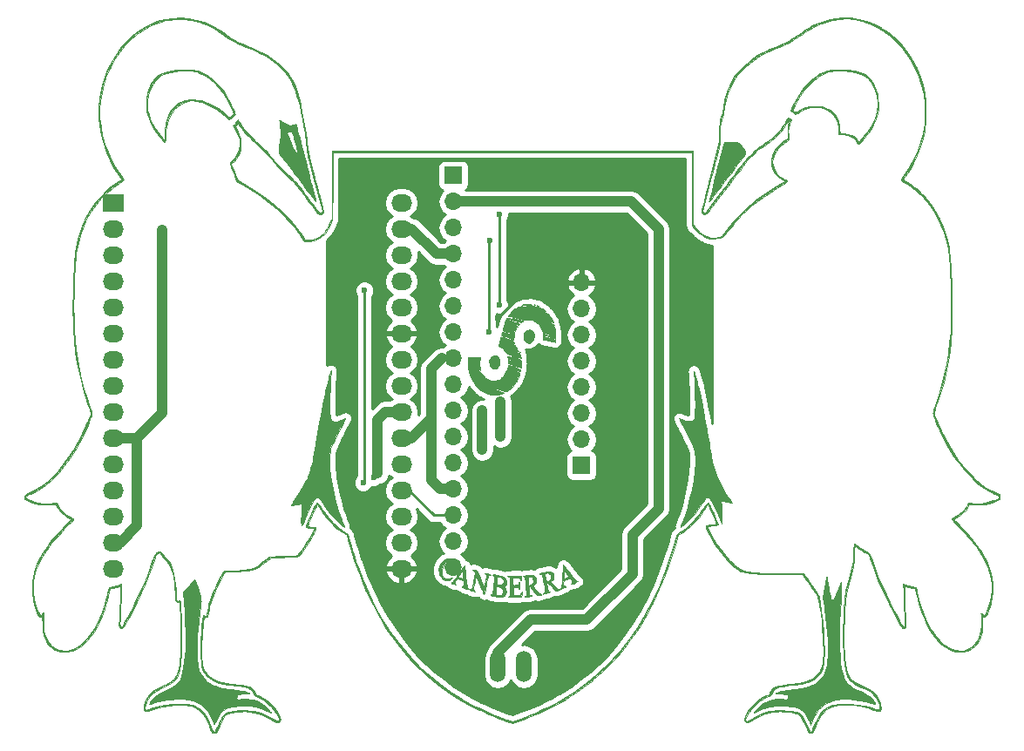
<source format=gbl>
G04 #@! TF.FileFunction,Copper,L2,Bot,Signal*
%FSLAX46Y46*%
G04 Gerber Fmt 4.6, Leading zero omitted, Abs format (unit mm)*
G04 Created by KiCad (PCBNEW 4.0.4+e1-6308~48~ubuntu16.04.1-stable) date Tue Jan 10 15:15:48 2017*
%MOMM*%
%LPD*%
G01*
G04 APERTURE LIST*
%ADD10C,0.100000*%
%ADD11C,0.010000*%
%ADD12O,1.506220X3.014980*%
%ADD13O,2.032000X1.727200*%
%ADD14R,2.032000X1.727200*%
%ADD15R,1.700000X1.700000*%
%ADD16O,1.700000X1.700000*%
%ADD17C,0.600000*%
%ADD18C,1.000000*%
%ADD19C,0.250000*%
%ADD20C,0.254000*%
G04 APERTURE END LIST*
D10*
D11*
G36*
X121340634Y-65747925D02*
X122100576Y-65895920D01*
X122850290Y-66132899D01*
X123586168Y-66458281D01*
X124304602Y-66871490D01*
X124601085Y-67071660D01*
X125002158Y-67350839D01*
X125354130Y-67586191D01*
X125670798Y-67785467D01*
X125965959Y-67956416D01*
X126253409Y-68106789D01*
X126546946Y-68244337D01*
X126860366Y-68376809D01*
X127075460Y-68461619D01*
X127587866Y-68665539D01*
X128038865Y-68860277D01*
X128441573Y-69053677D01*
X128809107Y-69253581D01*
X129154581Y-69467835D01*
X129491111Y-69704281D01*
X129831813Y-69970763D01*
X130189803Y-70275126D01*
X130358055Y-70424758D01*
X130675946Y-70727511D01*
X130939273Y-71020403D01*
X131162291Y-71324609D01*
X131359255Y-71661303D01*
X131544421Y-72051659D01*
X131686052Y-72397311D01*
X131867235Y-72906623D01*
X132039618Y-73483910D01*
X132204015Y-74133017D01*
X132361241Y-74857787D01*
X132512110Y-75662066D01*
X132657437Y-76549698D01*
X132798036Y-77524528D01*
X132841571Y-77851000D01*
X132866577Y-78039516D01*
X132890478Y-78210562D01*
X132915204Y-78372633D01*
X132942681Y-78534223D01*
X132974837Y-78703827D01*
X133013599Y-78889937D01*
X133060895Y-79101050D01*
X133118653Y-79345659D01*
X133188798Y-79632258D01*
X133273260Y-79969342D01*
X133373966Y-80365404D01*
X133492843Y-80828941D01*
X133631818Y-81368444D01*
X133697429Y-81622775D01*
X133824815Y-82117920D01*
X133945201Y-82588695D01*
X134056675Y-83027438D01*
X134157324Y-83426484D01*
X134245235Y-83778170D01*
X134318496Y-84074833D01*
X134375194Y-84308809D01*
X134413417Y-84472434D01*
X134431253Y-84558045D01*
X134432343Y-84567545D01*
X134398674Y-84661618D01*
X134313117Y-84750922D01*
X134198849Y-84817667D01*
X134079046Y-84844065D01*
X134072194Y-84843978D01*
X134039715Y-84836687D01*
X133999407Y-84812639D01*
X133946485Y-84766009D01*
X133876166Y-84690971D01*
X133783668Y-84581700D01*
X133664206Y-84432370D01*
X133512997Y-84237157D01*
X133325258Y-83990233D01*
X133096205Y-83685774D01*
X132840104Y-83343460D01*
X132542789Y-82946980D01*
X132290330Y-82614028D01*
X132077788Y-82338478D01*
X131900226Y-82114203D01*
X131752706Y-81935076D01*
X131630289Y-81794973D01*
X131528037Y-81687765D01*
X131441013Y-81607328D01*
X131440093Y-81606545D01*
X131254750Y-81446090D01*
X131075696Y-81284535D01*
X130895934Y-81114568D01*
X130708470Y-80928880D01*
X130506308Y-80720161D01*
X130282453Y-80481099D01*
X130029909Y-80204384D01*
X129741681Y-79882706D01*
X129410774Y-79508755D01*
X129164023Y-79227965D01*
X128958240Y-79000799D01*
X128712161Y-78741001D01*
X128446883Y-78470138D01*
X128183507Y-78209775D01*
X127958156Y-77995396D01*
X127739248Y-77790061D01*
X127519734Y-77580343D01*
X127314254Y-77380505D01*
X127137449Y-77204811D01*
X127003959Y-77067526D01*
X126984944Y-77047223D01*
X126857304Y-76903440D01*
X126717816Y-76735979D01*
X126576949Y-76558708D01*
X126445169Y-76385491D01*
X126332944Y-76230195D01*
X126250742Y-76106687D01*
X126209031Y-76028833D01*
X126205932Y-76015273D01*
X126181662Y-75978832D01*
X126120407Y-75999953D01*
X126038579Y-76070620D01*
X125999856Y-76115891D01*
X125893482Y-76251146D01*
X125973022Y-76387221D01*
X126065998Y-76571976D01*
X126164135Y-76808362D01*
X126255015Y-77062265D01*
X126326221Y-77299571D01*
X126359958Y-77450271D01*
X126378696Y-77619647D01*
X126389366Y-77839958D01*
X126390220Y-78070096D01*
X126388656Y-78125435D01*
X126353758Y-78485289D01*
X126272327Y-78807848D01*
X126137827Y-79107066D01*
X125943720Y-79396899D01*
X125683470Y-79691302D01*
X125630065Y-79744900D01*
X125490324Y-79883000D01*
X125781706Y-80666365D01*
X125895295Y-80966101D01*
X125985325Y-81189695D01*
X126056244Y-81346834D01*
X126112505Y-81447207D01*
X126158557Y-81500500D01*
X126167865Y-81506932D01*
X126227446Y-81542537D01*
X126344683Y-81612298D01*
X126509049Y-81709961D01*
X126710019Y-81829275D01*
X126937068Y-81963989D01*
X127115626Y-82069881D01*
X128071309Y-82670090D01*
X128955777Y-83295694D01*
X129771156Y-83948672D01*
X130519575Y-84631004D01*
X131203163Y-85344669D01*
X131824046Y-86091645D01*
X132384353Y-86873912D01*
X132540847Y-87115606D01*
X132592246Y-87191685D01*
X132641787Y-87238925D01*
X132709280Y-87265442D01*
X132814534Y-87279351D01*
X132961627Y-87287980D01*
X133350840Y-87269284D01*
X133709767Y-87170376D01*
X134044870Y-86988042D01*
X134362615Y-86719065D01*
X134569561Y-86488104D01*
X134730515Y-86281401D01*
X134852354Y-86097774D01*
X134955394Y-85902944D01*
X135059955Y-85662636D01*
X135062397Y-85656649D01*
X135247417Y-85202667D01*
X135257638Y-81930925D01*
X135267858Y-78659182D01*
X170333537Y-78659182D01*
X170333537Y-82208024D01*
X170333579Y-82864404D01*
X170333792Y-83434646D01*
X170334303Y-83924974D01*
X170335241Y-84341615D01*
X170336734Y-84690793D01*
X170338912Y-84978733D01*
X170341902Y-85211662D01*
X170345832Y-85395803D01*
X170350832Y-85537382D01*
X170357030Y-85642625D01*
X170364554Y-85717757D01*
X170373532Y-85769003D01*
X170384094Y-85802588D01*
X170396367Y-85824737D01*
X170408464Y-85839469D01*
X170458389Y-85911005D01*
X170466973Y-85954431D01*
X170483608Y-86002145D01*
X170546835Y-86092067D01*
X170643852Y-86208995D01*
X170761856Y-86337726D01*
X170888044Y-86463060D01*
X170921149Y-86493701D01*
X171287130Y-86776602D01*
X171663075Y-86967982D01*
X172050015Y-87068038D01*
X172448984Y-87076970D01*
X172861016Y-86994977D01*
X173092245Y-86911747D01*
X173192208Y-86838933D01*
X173322493Y-86694203D01*
X173457546Y-86512040D01*
X173570748Y-86356311D01*
X173722819Y-86157885D01*
X173897484Y-85937458D01*
X174078468Y-85715722D01*
X174167644Y-85609173D01*
X174717429Y-84994287D01*
X175301965Y-84411266D01*
X175929079Y-83853621D01*
X176606597Y-83314866D01*
X177342344Y-82788511D01*
X178144148Y-82268070D01*
X178351597Y-82140699D01*
X178587740Y-81996141D01*
X178800388Y-81863911D01*
X178980412Y-81749853D01*
X179118680Y-81659812D01*
X179206063Y-81599633D01*
X179233606Y-81576058D01*
X179207147Y-81542301D01*
X179128422Y-81493584D01*
X179060947Y-81461174D01*
X178861434Y-81351022D01*
X178650945Y-81197350D01*
X178455571Y-81021790D01*
X178301407Y-80845971D01*
X178276728Y-80811068D01*
X178135336Y-80573081D01*
X178043228Y-80341154D01*
X177992153Y-80085574D01*
X177973858Y-79776625D01*
X177973418Y-79718969D01*
X177974883Y-79506158D01*
X177984307Y-79352509D01*
X178007633Y-79224850D01*
X178050808Y-79090010D01*
X178115787Y-78924649D01*
X178298772Y-78562482D01*
X178545217Y-78224869D01*
X178858788Y-77907664D01*
X179243152Y-77606717D01*
X179337268Y-77542484D01*
X179526820Y-77416096D01*
X179527769Y-76825366D01*
X179530342Y-76558433D01*
X179538654Y-76359660D01*
X179555077Y-76204937D01*
X179581987Y-76070150D01*
X179613067Y-75959146D01*
X179668933Y-75764706D01*
X179693194Y-75646631D01*
X179684374Y-75605390D01*
X179640999Y-75641453D01*
X179561594Y-75755288D01*
X179444683Y-75947366D01*
X179397843Y-76027618D01*
X179112885Y-76466282D01*
X178779798Y-76878567D01*
X178392416Y-77270425D01*
X177944572Y-77647810D01*
X177430101Y-78016674D01*
X177151282Y-78196446D01*
X176890483Y-78362418D01*
X176692542Y-78495984D01*
X176550941Y-78602009D01*
X176459164Y-78685356D01*
X176412029Y-78748272D01*
X176312375Y-78894379D01*
X176171131Y-79047367D01*
X176016773Y-79178824D01*
X175916534Y-79242629D01*
X175864542Y-79291065D01*
X175762746Y-79407976D01*
X175611641Y-79592728D01*
X175411724Y-79844684D01*
X175163491Y-80163208D01*
X174867436Y-80547664D01*
X174524055Y-80997417D01*
X174133846Y-81511830D01*
X173707362Y-82076908D01*
X173324614Y-82585281D01*
X172989775Y-83029840D01*
X172699257Y-83414562D01*
X172449472Y-83743426D01*
X172236832Y-84020409D01*
X172057748Y-84249487D01*
X171908633Y-84434639D01*
X171785898Y-84579842D01*
X171685956Y-84689072D01*
X171605218Y-84766309D01*
X171540096Y-84815528D01*
X171487002Y-84840708D01*
X171442348Y-84845826D01*
X171402545Y-84834859D01*
X171364007Y-84811784D01*
X171323144Y-84780580D01*
X171290776Y-84755688D01*
X171193623Y-84651977D01*
X171167562Y-84559588D01*
X171178692Y-84499689D01*
X171210914Y-84358738D01*
X171262475Y-84143756D01*
X171331621Y-83861760D01*
X171416597Y-83519772D01*
X171515650Y-83124809D01*
X171627025Y-82683893D01*
X171748970Y-82204041D01*
X171879729Y-81692273D01*
X172017550Y-81155609D01*
X172036062Y-81083727D01*
X172904568Y-77712455D01*
X172867168Y-77389182D01*
X172850001Y-77096855D01*
X172856171Y-76751270D01*
X172882849Y-76377285D01*
X172927201Y-75999757D01*
X172986399Y-75643545D01*
X173057609Y-75333506D01*
X173124903Y-75126273D01*
X173171732Y-74979811D01*
X173222988Y-74774848D01*
X173270937Y-74544052D01*
X173294311Y-74410455D01*
X173423612Y-73749659D01*
X173592970Y-73111361D01*
X173796197Y-72514941D01*
X174027104Y-71979781D01*
X174140494Y-71760278D01*
X174314512Y-71464495D01*
X174497769Y-71200808D01*
X174705846Y-70950087D01*
X174954330Y-70693207D01*
X175187829Y-70474804D01*
X175571769Y-70136056D01*
X175928734Y-69842114D01*
X176272268Y-69584798D01*
X176615917Y-69355931D01*
X176973225Y-69147336D01*
X177357736Y-68950834D01*
X177782994Y-68758248D01*
X178262543Y-68561400D01*
X178526496Y-68458980D01*
X178924971Y-68298215D01*
X179295006Y-68129315D01*
X179654143Y-67942560D01*
X180019924Y-67728231D01*
X180409891Y-67476609D01*
X180841586Y-67177975D01*
X180852448Y-67170261D01*
X181248088Y-66898987D01*
X181609995Y-66673861D01*
X181962349Y-66481415D01*
X182329330Y-66308181D01*
X182616522Y-66187652D01*
X183366675Y-65933484D01*
X184125316Y-65769148D01*
X184887669Y-65694244D01*
X185648956Y-65708374D01*
X186404402Y-65811138D01*
X187149229Y-66002136D01*
X187878661Y-66280971D01*
X188587921Y-66647241D01*
X188665017Y-66693162D01*
X189192041Y-67035128D01*
X189665161Y-67395825D01*
X190106293Y-67794102D01*
X190537352Y-68248809D01*
X190720718Y-68461210D01*
X191233131Y-69130435D01*
X191684772Y-69847696D01*
X192073198Y-70607109D01*
X192395965Y-71402793D01*
X192650627Y-72228866D01*
X192834740Y-73079447D01*
X192929858Y-73776227D01*
X192954246Y-74125476D01*
X192965012Y-74535865D01*
X192962956Y-74982294D01*
X192948880Y-75439666D01*
X192923587Y-75882883D01*
X192887878Y-76286847D01*
X192842554Y-76626461D01*
X192837948Y-76653482D01*
X192665756Y-77444081D01*
X192426561Y-78239443D01*
X192127206Y-79023388D01*
X191774536Y-79779738D01*
X191375392Y-80492311D01*
X190940433Y-81139766D01*
X190853238Y-81264106D01*
X190791031Y-81364637D01*
X190767268Y-81419617D01*
X190767268Y-81419644D01*
X190799328Y-81460818D01*
X190882189Y-81520208D01*
X190966298Y-81568076D01*
X191339749Y-81788086D01*
X191737701Y-82069995D01*
X192142293Y-82399101D01*
X192535660Y-82760702D01*
X192899941Y-83140096D01*
X192963128Y-83211530D01*
X193445346Y-83822359D01*
X193885816Y-84497342D01*
X194278494Y-85223425D01*
X194617339Y-85987557D01*
X194896308Y-86776687D01*
X195109361Y-87577762D01*
X195200759Y-88045154D01*
X195231174Y-88259370D01*
X195264186Y-88552519D01*
X195298741Y-88911275D01*
X195333788Y-89322315D01*
X195368273Y-89772313D01*
X195401145Y-90247946D01*
X195431350Y-90735889D01*
X195457836Y-91222818D01*
X195467514Y-91422032D01*
X195480785Y-91775689D01*
X195491138Y-92194973D01*
X195498576Y-92662665D01*
X195503101Y-93161548D01*
X195504718Y-93674403D01*
X195503429Y-94184012D01*
X195499237Y-94673157D01*
X195492144Y-95124620D01*
X195482153Y-95521182D01*
X195469268Y-95845625D01*
X195466762Y-95892872D01*
X195359072Y-97286044D01*
X195192796Y-98626737D01*
X194966186Y-99923601D01*
X194677495Y-101185286D01*
X194324974Y-102420444D01*
X193906876Y-103637725D01*
X193896370Y-103665860D01*
X193834749Y-103839156D01*
X193788045Y-103986826D01*
X193763905Y-104084084D01*
X193762194Y-104100803D01*
X193779865Y-104179603D01*
X193829138Y-104325429D01*
X193904406Y-104524831D01*
X194000059Y-104764358D01*
X194110487Y-105030563D01*
X194230082Y-105309994D01*
X194353235Y-105589204D01*
X194474336Y-105854741D01*
X194587778Y-106093157D01*
X194621884Y-106162205D01*
X195113476Y-107087080D01*
X195630192Y-107939839D01*
X196184120Y-108739357D01*
X196678673Y-109373451D01*
X197220271Y-109996737D01*
X197753354Y-110534625D01*
X198284291Y-110992282D01*
X198819447Y-111374878D01*
X199365190Y-111687581D01*
X199745222Y-111862779D01*
X200150104Y-112032057D01*
X200150104Y-112532965D01*
X199733089Y-112686441D01*
X199376109Y-112811953D01*
X199069587Y-112905158D01*
X198794294Y-112970133D01*
X198530997Y-113010960D01*
X198260467Y-113031716D01*
X198083985Y-113036262D01*
X197874001Y-113035546D01*
X197672339Y-113029759D01*
X197500891Y-113019848D01*
X197381547Y-113006760D01*
X197374707Y-113005568D01*
X197258405Y-112987576D01*
X197192471Y-112994227D01*
X197152523Y-113034693D01*
X197121510Y-113100825D01*
X196998463Y-113324068D01*
X196819500Y-113560391D01*
X196600684Y-113793852D01*
X196358079Y-114008506D01*
X196107749Y-114188410D01*
X195920427Y-114292942D01*
X195794258Y-114356704D01*
X195701562Y-114410151D01*
X195659721Y-114443124D01*
X195658907Y-114445842D01*
X195687466Y-114488479D01*
X195755420Y-114555634D01*
X195763161Y-114562411D01*
X196032600Y-114809176D01*
X196331254Y-115106060D01*
X196648265Y-115440422D01*
X196972774Y-115799621D01*
X197293923Y-116171016D01*
X197600853Y-116541965D01*
X197882705Y-116899828D01*
X198128620Y-117231964D01*
X198327741Y-117525731D01*
X198377740Y-117606158D01*
X198690341Y-118154861D01*
X198941716Y-118672234D01*
X199136452Y-119172808D01*
X199279138Y-119671114D01*
X199374362Y-120181682D01*
X199426710Y-120719045D01*
X199437173Y-120961727D01*
X199435013Y-121508674D01*
X199392347Y-122007093D01*
X199304772Y-122489675D01*
X199167889Y-122989111D01*
X199161574Y-123009119D01*
X199055712Y-123329536D01*
X198964428Y-123570163D01*
X198881609Y-123740071D01*
X198801142Y-123848326D01*
X198716917Y-123903999D01*
X198622820Y-123916158D01*
X198557165Y-123905898D01*
X198463089Y-123883990D01*
X198462431Y-124466404D01*
X198451709Y-124898225D01*
X198418108Y-125264134D01*
X198357879Y-125587596D01*
X198267267Y-125892075D01*
X198210527Y-126041727D01*
X198013105Y-126429745D01*
X197761129Y-126755787D01*
X197459511Y-127015183D01*
X197113161Y-127203261D01*
X196918239Y-127270975D01*
X196688421Y-127313740D01*
X196412887Y-127329311D01*
X196118022Y-127319062D01*
X195830213Y-127284366D01*
X195575847Y-127226598D01*
X195487119Y-127196474D01*
X195043716Y-126988091D01*
X194628205Y-126711686D01*
X194228735Y-126358438D01*
X193936349Y-126042217D01*
X193526892Y-125505680D01*
X193152194Y-124892005D01*
X192815168Y-124207877D01*
X192518730Y-123459981D01*
X192265793Y-122655001D01*
X192059272Y-121799623D01*
X192035394Y-121682095D01*
X191993779Y-121485082D01*
X191954603Y-121321282D01*
X191923210Y-121211960D01*
X191909120Y-121179692D01*
X191857006Y-121154780D01*
X191750246Y-121126956D01*
X191609721Y-121101426D01*
X191575566Y-121096527D01*
X191401203Y-121066952D01*
X191227886Y-121028072D01*
X191092325Y-120988153D01*
X191089207Y-120987019D01*
X190978285Y-120953920D01*
X190898707Y-120944119D01*
X190876086Y-120951519D01*
X190869006Y-121008908D01*
X190867171Y-121149422D01*
X190870258Y-121364073D01*
X190877943Y-121643873D01*
X190889901Y-121979834D01*
X190905809Y-122362966D01*
X190925343Y-122784282D01*
X190948179Y-123234792D01*
X190973993Y-123705509D01*
X190977630Y-123769106D01*
X190993854Y-124072354D01*
X191006330Y-124348154D01*
X191014584Y-124581953D01*
X191018142Y-124759198D01*
X191016527Y-124865336D01*
X191014045Y-124885806D01*
X190958612Y-124961743D01*
X190855865Y-125007191D01*
X190732303Y-125012755D01*
X190685198Y-125002395D01*
X190638263Y-124967178D01*
X190569963Y-124880274D01*
X190476265Y-124735312D01*
X190353137Y-124525924D01*
X190196546Y-124245740D01*
X190135456Y-124134118D01*
X189461313Y-122847821D01*
X188856528Y-121589450D01*
X188319322Y-120354971D01*
X187847916Y-119140350D01*
X187538184Y-118245211D01*
X187412194Y-117860876D01*
X187054437Y-117681351D01*
X186853517Y-117571888D01*
X186633955Y-117438733D01*
X186434747Y-117305865D01*
X186383981Y-117269050D01*
X186248679Y-117169444D01*
X186139438Y-117091122D01*
X186071056Y-117044579D01*
X186055807Y-117036273D01*
X186049020Y-117079805D01*
X186040425Y-117199918D01*
X186030898Y-117380886D01*
X186021311Y-117606986D01*
X186016195Y-117748881D01*
X186004596Y-118028984D01*
X185989381Y-118307061D01*
X185972281Y-118555928D01*
X185955024Y-118748404D01*
X185949720Y-118793893D01*
X185925889Y-118926047D01*
X185880187Y-119129929D01*
X185816438Y-119390369D01*
X185738467Y-119692199D01*
X185650098Y-120020249D01*
X185555157Y-120359350D01*
X185554021Y-120363327D01*
X185200658Y-121600358D01*
X185141222Y-122424042D01*
X185080159Y-123376428D01*
X185037203Y-124285500D01*
X185012258Y-125145587D01*
X185005225Y-125951020D01*
X185016007Y-126696126D01*
X185044505Y-127375235D01*
X185090622Y-127982676D01*
X185154260Y-128512780D01*
X185235321Y-128959874D01*
X185255460Y-129046437D01*
X185342150Y-129345743D01*
X185450264Y-129603074D01*
X185587899Y-129826651D01*
X185763152Y-130024696D01*
X185984122Y-130205430D01*
X186258905Y-130377077D01*
X186595601Y-130547857D01*
X186843537Y-130658870D01*
X187254023Y-130851259D01*
X187595448Y-131046606D01*
X187874537Y-131250521D01*
X188098020Y-131468615D01*
X188272623Y-131706500D01*
X188399737Y-131956862D01*
X188498709Y-132229222D01*
X188565714Y-132487976D01*
X188598615Y-132717467D01*
X188595276Y-132902035D01*
X188553561Y-133026023D01*
X188546799Y-133034974D01*
X188497167Y-133079315D01*
X188431819Y-133099848D01*
X188338850Y-133095013D01*
X188206354Y-133063249D01*
X188022423Y-133002994D01*
X187862866Y-132945309D01*
X187236090Y-132747367D01*
X186572077Y-132599026D01*
X185896780Y-132504421D01*
X185236153Y-132467682D01*
X184897869Y-132473216D01*
X184466071Y-132507489D01*
X184096004Y-132572259D01*
X183776603Y-132672183D01*
X183496808Y-132811917D01*
X183245554Y-132996116D01*
X183011780Y-133229437D01*
X182961168Y-133288333D01*
X182834570Y-133445685D01*
X182723651Y-133600516D01*
X182619429Y-133768829D01*
X182512922Y-133966630D01*
X182395149Y-134209922D01*
X182257130Y-134514711D01*
X182199160Y-134646210D01*
X181952396Y-135208818D01*
X181573985Y-135208818D01*
X181429734Y-134862455D01*
X181256192Y-134459937D01*
X181101559Y-134134622D01*
X180959556Y-133876595D01*
X180823902Y-133675941D01*
X180688318Y-133522745D01*
X180546524Y-133407093D01*
X180482263Y-133366543D01*
X180305956Y-133289919D01*
X180068714Y-133225430D01*
X179784878Y-133174175D01*
X179468792Y-133137254D01*
X179134796Y-133115766D01*
X178797235Y-133110812D01*
X178470450Y-133123491D01*
X178168783Y-133154903D01*
X178029358Y-133178464D01*
X177399243Y-133346365D01*
X176758628Y-133605118D01*
X176108570Y-133954291D01*
X176057711Y-133985186D01*
X175842413Y-134098435D01*
X175653350Y-134161342D01*
X175501084Y-134171886D01*
X175396176Y-134128045D01*
X175383208Y-134114309D01*
X175342620Y-134003271D01*
X175348778Y-133839774D01*
X175399906Y-133642332D01*
X175437735Y-133545905D01*
X175667940Y-133107842D01*
X175962415Y-132697843D01*
X176311101Y-132325736D01*
X176703941Y-132001347D01*
X177130877Y-131734502D01*
X177441127Y-131588642D01*
X177604361Y-131518903D01*
X177709555Y-131463698D01*
X177771612Y-131412362D01*
X177805437Y-131354229D01*
X177816159Y-131320262D01*
X177871951Y-131157414D01*
X177949950Y-131018822D01*
X178056823Y-130901485D01*
X178199237Y-130802401D01*
X178383858Y-130718570D01*
X178617352Y-130646992D01*
X178906385Y-130584666D01*
X179257625Y-130528590D01*
X179677736Y-130475764D01*
X179697150Y-130473553D01*
X180082734Y-130427864D01*
X180404639Y-130384803D01*
X180674892Y-130341920D01*
X180905520Y-130296766D01*
X181108551Y-130246890D01*
X181296010Y-130189843D01*
X181479925Y-130123175D01*
X181546203Y-130096906D01*
X181940232Y-129899259D01*
X182276614Y-129646691D01*
X182526286Y-129379690D01*
X182665276Y-129181042D01*
X182776629Y-128962720D01*
X182862748Y-128713151D01*
X182926030Y-128420767D01*
X182968875Y-128073995D01*
X182993684Y-127661266D01*
X183002855Y-127171008D01*
X183003032Y-127080818D01*
X182991272Y-126470608D01*
X182957337Y-125794351D01*
X182903171Y-125073568D01*
X182830718Y-124329778D01*
X182741922Y-123584502D01*
X182638727Y-122859259D01*
X182599568Y-122614150D01*
X182563017Y-122404957D01*
X182524772Y-122229560D01*
X182477946Y-122073939D01*
X182415647Y-121924074D01*
X182330988Y-121765946D01*
X182217078Y-121585536D01*
X182067029Y-121368823D01*
X181873950Y-121101789D01*
X181820437Y-121028647D01*
X181660010Y-120807343D01*
X181495817Y-120576898D01*
X181344469Y-120360872D01*
X181222578Y-120182830D01*
X181194915Y-120141370D01*
X180967417Y-119797460D01*
X178844432Y-119786978D01*
X178349490Y-119784097D01*
X177921629Y-119780372D01*
X177552110Y-119775308D01*
X177232193Y-119768411D01*
X176953139Y-119759184D01*
X176706209Y-119747133D01*
X176482663Y-119731764D01*
X176273763Y-119712582D01*
X176070769Y-119689091D01*
X175864941Y-119660797D01*
X175647540Y-119627205D01*
X175451447Y-119594845D01*
X175211516Y-119547993D01*
X175021952Y-119493985D01*
X174857308Y-119424527D01*
X174750104Y-119366293D01*
X174463850Y-119169037D01*
X174151259Y-118900603D01*
X173820826Y-118571851D01*
X173481048Y-118193640D01*
X173140424Y-117776829D01*
X172807449Y-117332279D01*
X172490621Y-116870850D01*
X172198437Y-116403401D01*
X171939393Y-115940792D01*
X171724328Y-115499138D01*
X171639617Y-115305033D01*
X171593762Y-115171042D01*
X171593666Y-115084677D01*
X171646235Y-115033452D01*
X171758373Y-115004880D01*
X171936984Y-114986475D01*
X172011074Y-114980553D01*
X172238955Y-114963303D01*
X172401989Y-114944908D01*
X172505154Y-114913088D01*
X172553429Y-114855566D01*
X172551792Y-114760065D01*
X172505221Y-114614305D01*
X172418694Y-114406009D01*
X172328741Y-114197078D01*
X172219912Y-113946323D01*
X172110867Y-113701805D01*
X172011579Y-113485441D01*
X171932027Y-113319150D01*
X171904253Y-113264450D01*
X171765337Y-112999909D01*
X171692743Y-113121308D01*
X171642361Y-113199131D01*
X171553212Y-113330541D01*
X171436341Y-113499491D01*
X171302793Y-113689934D01*
X171249274Y-113765581D01*
X170889018Y-114243100D01*
X170514832Y-114682259D01*
X170136491Y-115073424D01*
X169763771Y-115406967D01*
X169406445Y-115673256D01*
X169168528Y-115815643D01*
X168879121Y-115968902D01*
X168627886Y-116860497D01*
X168161636Y-118390705D01*
X167644301Y-119852857D01*
X167075512Y-121247554D01*
X166454900Y-122575399D01*
X165782097Y-123836995D01*
X165056734Y-125032943D01*
X164278441Y-126163847D01*
X163446850Y-127230309D01*
X162561593Y-128232931D01*
X161622299Y-129172315D01*
X160628602Y-130049064D01*
X160476820Y-130173595D01*
X159794107Y-130708244D01*
X159106255Y-131204994D01*
X158403943Y-131669037D01*
X157677845Y-132105565D01*
X156918639Y-132519771D01*
X156117000Y-132916845D01*
X155263603Y-133301981D01*
X154349126Y-133680371D01*
X153787177Y-133898750D01*
X152803055Y-134273035D01*
X152213893Y-134052680D01*
X151909038Y-133936680D01*
X151571613Y-133804879D01*
X151215891Y-133663132D01*
X150856144Y-133517289D01*
X150506645Y-133373202D01*
X150181666Y-133236724D01*
X149895481Y-133113706D01*
X149662360Y-133010001D01*
X149594572Y-132978707D01*
X148380535Y-132365134D01*
X147219003Y-131684943D01*
X146110141Y-130938339D01*
X145054109Y-130125525D01*
X144051072Y-129246708D01*
X143101191Y-128302090D01*
X142204630Y-127291877D01*
X141361551Y-126216273D01*
X140572117Y-125075483D01*
X139836490Y-123869712D01*
X139154834Y-122599163D01*
X138527311Y-121264041D01*
X137954084Y-119864552D01*
X137435315Y-118400898D01*
X137077094Y-117244091D01*
X136992654Y-116952733D01*
X136915105Y-116682338D01*
X136848693Y-116447936D01*
X136797665Y-116264560D01*
X136766268Y-116147242D01*
X136760250Y-116122593D01*
X136734819Y-116042343D01*
X136690248Y-115978637D01*
X136610658Y-115916582D01*
X136480166Y-115841285D01*
X136434092Y-115816723D01*
X136055612Y-115580072D01*
X135660600Y-115263943D01*
X135256805Y-114876358D01*
X134851975Y-114425340D01*
X134453857Y-113918912D01*
X134077820Y-113376802D01*
X133844731Y-113019330D01*
X133775587Y-113120585D01*
X133717750Y-113219477D01*
X133638364Y-113375037D01*
X133543225Y-113573862D01*
X133438129Y-113802544D01*
X133328872Y-114047681D01*
X133221251Y-114295865D01*
X133121062Y-114533693D01*
X133034101Y-114747758D01*
X132966164Y-114924656D01*
X132923047Y-115050982D01*
X132910548Y-115113330D01*
X132912346Y-115117033D01*
X132962143Y-115131569D01*
X133065433Y-115149084D01*
X133200091Y-115165840D01*
X133203344Y-115166183D01*
X133410253Y-115189521D01*
X133552937Y-115210856D01*
X133642857Y-115233635D01*
X133691477Y-115261311D01*
X133710260Y-115297332D01*
X133712044Y-115319287D01*
X133689064Y-115410364D01*
X133624551Y-115561409D01*
X133525150Y-115761068D01*
X133397504Y-115997985D01*
X133248257Y-116260807D01*
X133084052Y-116538178D01*
X132911532Y-116818745D01*
X132737343Y-117091153D01*
X132568126Y-117344046D01*
X132410527Y-117566071D01*
X132351365Y-117644820D01*
X132221911Y-117809356D01*
X132124594Y-117918399D01*
X132042388Y-117986777D01*
X131958268Y-118029314D01*
X131881851Y-118053684D01*
X131786807Y-118069850D01*
X131625185Y-118085564D01*
X131406230Y-118100292D01*
X131139185Y-118113497D01*
X130833294Y-118124644D01*
X130515621Y-118132830D01*
X129347407Y-118157260D01*
X129018158Y-118411732D01*
X128711432Y-118647959D01*
X128459148Y-118839262D01*
X128252134Y-118990974D01*
X128081218Y-119108429D01*
X127937227Y-119196960D01*
X127810991Y-119261900D01*
X127693337Y-119308582D01*
X127575092Y-119342341D01*
X127447086Y-119368508D01*
X127343089Y-119385743D01*
X127134925Y-119413739D01*
X126869356Y-119442260D01*
X126564780Y-119469879D01*
X126239595Y-119495165D01*
X125912200Y-119516691D01*
X125600994Y-119533029D01*
X125324375Y-119542748D01*
X125319547Y-119542860D01*
X124869289Y-119553182D01*
X124399780Y-120453727D01*
X124138238Y-120964595D01*
X123919243Y-121414375D01*
X123738449Y-121814556D01*
X123591506Y-122176626D01*
X123474065Y-122512074D01*
X123381777Y-122832388D01*
X123310295Y-123149057D01*
X123255268Y-123473569D01*
X123254410Y-123479496D01*
X123187841Y-123940455D01*
X123000316Y-123963546D01*
X122812791Y-123986636D01*
X122768660Y-124309909D01*
X122713956Y-124775879D01*
X122667150Y-125303603D01*
X122630151Y-125862763D01*
X122604868Y-126423039D01*
X122593213Y-126954109D01*
X122592660Y-127103909D01*
X122598450Y-127588155D01*
X122616402Y-127993163D01*
X122649226Y-128331339D01*
X122699632Y-128615086D01*
X122770331Y-128856810D01*
X122864032Y-129068917D01*
X122983447Y-129263811D01*
X123097171Y-129413064D01*
X123318608Y-129649749D01*
X123567668Y-129849682D01*
X123852577Y-130016462D01*
X124181555Y-130153693D01*
X124562827Y-130264975D01*
X125004615Y-130353910D01*
X125364332Y-130406070D01*
X125759118Y-130456176D01*
X126086294Y-130498541D01*
X126353705Y-130534461D01*
X126569198Y-130565230D01*
X126740618Y-130592146D01*
X126875812Y-130616504D01*
X126982627Y-130639599D01*
X127068907Y-130662728D01*
X127142500Y-130687186D01*
X127198467Y-130708972D01*
X127404701Y-130807514D01*
X127552391Y-130916165D01*
X127658631Y-131051411D01*
X127740515Y-131229740D01*
X127741660Y-131232868D01*
X127791963Y-131360810D01*
X127841253Y-131439475D01*
X127912316Y-131491129D01*
X128027941Y-131538039D01*
X128068665Y-131552399D01*
X128459815Y-131728089D01*
X128854093Y-131977646D01*
X129232251Y-132286686D01*
X129575036Y-132640827D01*
X129655626Y-132738061D01*
X129869498Y-133026610D01*
X130040231Y-133301830D01*
X130163644Y-133554577D01*
X130235555Y-133775703D01*
X130251782Y-133956064D01*
X130240839Y-134017977D01*
X130207833Y-134098876D01*
X130153250Y-134140154D01*
X130052198Y-134158456D01*
X130027577Y-134160561D01*
X129921132Y-134159169D01*
X129814442Y-134131525D01*
X129684335Y-134069450D01*
X129554415Y-133993529D01*
X128930323Y-133650164D01*
X128322906Y-133392462D01*
X127725321Y-133218276D01*
X127130729Y-133125462D01*
X126730522Y-133107731D01*
X126463807Y-133114853D01*
X126184240Y-133134913D01*
X125907344Y-133165655D01*
X125648641Y-133204826D01*
X125423655Y-133250170D01*
X125247910Y-133299432D01*
X125161312Y-133335669D01*
X124986947Y-133452726D01*
X124822600Y-133616785D01*
X124661784Y-133837330D01*
X124498010Y-134123844D01*
X124324792Y-134485814D01*
X124237855Y-134685684D01*
X124015947Y-135208818D01*
X123847019Y-135222588D01*
X123718434Y-135217978D01*
X123644271Y-135182050D01*
X123640174Y-135176406D01*
X123609230Y-135115443D01*
X123550436Y-134989446D01*
X123471384Y-134815032D01*
X123379664Y-134608817D01*
X123349035Y-134539182D01*
X123136692Y-134083470D01*
X122932025Y-133707048D01*
X122726871Y-133398880D01*
X122513064Y-133147932D01*
X122282439Y-132943168D01*
X122054582Y-132789741D01*
X121845014Y-132681633D01*
X121619406Y-132599317D01*
X121363631Y-132539644D01*
X121063557Y-132499463D01*
X120705058Y-132475626D01*
X120632940Y-132472817D01*
X120043413Y-132479124D01*
X119428233Y-132535693D01*
X118811347Y-132638523D01*
X118216702Y-132783609D01*
X117668246Y-132966949D01*
X117661898Y-132969422D01*
X117429264Y-133052702D01*
X117256246Y-133096281D01*
X117134444Y-133101273D01*
X117055457Y-133068796D01*
X117039029Y-133052127D01*
X117000262Y-132946206D01*
X116994213Y-132778431D01*
X117017444Y-132568131D01*
X117066517Y-132334639D01*
X117137996Y-132097285D01*
X117228441Y-131875400D01*
X117259243Y-131813822D01*
X117392525Y-131596901D01*
X117556619Y-131400026D01*
X117759931Y-131216750D01*
X118010867Y-131040626D01*
X118317834Y-130865207D01*
X118689238Y-130684046D01*
X118794283Y-130636595D01*
X119100654Y-130495439D01*
X119345960Y-130370822D01*
X119542323Y-130255141D01*
X119701862Y-130140795D01*
X119836699Y-130020183D01*
X119921220Y-129929846D01*
X120060449Y-129744589D01*
X120179057Y-129525381D01*
X120279066Y-129263580D01*
X120362499Y-128950544D01*
X120431378Y-128577630D01*
X120487726Y-128136195D01*
X120533566Y-127617596D01*
X120560930Y-127196273D01*
X120574853Y-126855650D01*
X120582679Y-126440722D01*
X120584653Y-125969221D01*
X120581019Y-125458882D01*
X120572023Y-124927438D01*
X120557909Y-124392623D01*
X120538924Y-123872171D01*
X120515311Y-123383816D01*
X120506053Y-123224636D01*
X120462343Y-122508818D01*
X120304176Y-122494793D01*
X120196309Y-122473564D01*
X120120723Y-122437765D01*
X120109017Y-122425520D01*
X120093806Y-122362463D01*
X120075834Y-122224227D01*
X120056832Y-122027836D01*
X120038529Y-121790313D01*
X120028519Y-121633710D01*
X119984153Y-121062535D01*
X119921784Y-120531112D01*
X119843378Y-120049754D01*
X119750905Y-119628775D01*
X119646331Y-119278488D01*
X119531625Y-119009207D01*
X119525616Y-118997976D01*
X119455263Y-118884003D01*
X119344031Y-118722538D01*
X119204707Y-118531341D01*
X119050075Y-118328171D01*
X118971157Y-118227825D01*
X118541182Y-117687559D01*
X118364562Y-117772073D01*
X118187943Y-117856586D01*
X117994465Y-118427793D01*
X117598014Y-119531816D01*
X117157165Y-120631234D01*
X116664243Y-121744450D01*
X116247360Y-122616553D01*
X116074204Y-122963334D01*
X115896288Y-123310924D01*
X115718860Y-123649812D01*
X115547164Y-123970485D01*
X115386447Y-124263434D01*
X115241953Y-124519145D01*
X115118930Y-124728107D01*
X115022622Y-124880809D01*
X114958275Y-124967739D01*
X114942906Y-124981805D01*
X114846915Y-125010722D01*
X114734179Y-125004841D01*
X114668705Y-124982763D01*
X114621698Y-124942637D01*
X114591375Y-124872000D01*
X114575953Y-124758387D01*
X114573652Y-124589333D01*
X114582689Y-124352376D01*
X114599529Y-124062994D01*
X114621230Y-123698558D01*
X114642005Y-123316998D01*
X114661440Y-122929247D01*
X114679119Y-122546234D01*
X114694628Y-122178890D01*
X114707552Y-121838143D01*
X114717478Y-121534925D01*
X114723989Y-121280166D01*
X114726671Y-121084796D01*
X114725111Y-120959744D01*
X114718910Y-120915941D01*
X114674795Y-120928617D01*
X114582450Y-120960420D01*
X114511500Y-120986181D01*
X114377192Y-121026437D01*
X114204119Y-121065781D01*
X114029088Y-121095875D01*
X114024343Y-121096527D01*
X113878937Y-121120966D01*
X113762446Y-121149089D01*
X113695833Y-121175615D01*
X113689881Y-121180799D01*
X113667456Y-121239700D01*
X113631344Y-121370138D01*
X113586169Y-121554018D01*
X113536557Y-121773249D01*
X113526367Y-121820408D01*
X113413594Y-122316540D01*
X113298484Y-122754631D01*
X113170919Y-123168514D01*
X113020782Y-123592024D01*
X112913147Y-123871182D01*
X112629380Y-124527083D01*
X112326368Y-125104043D01*
X111997458Y-125614205D01*
X111849168Y-125812530D01*
X111425994Y-126297842D01*
X110983925Y-126694798D01*
X110523721Y-127002793D01*
X110112791Y-127196529D01*
X109879847Y-127263347D01*
X109602629Y-127307672D01*
X109307513Y-127328133D01*
X109020879Y-127323356D01*
X108769105Y-127291970D01*
X108681671Y-127270975D01*
X108309036Y-127123347D01*
X107986838Y-126907717D01*
X107713417Y-126622262D01*
X107487114Y-126265158D01*
X107306271Y-125834583D01*
X107268944Y-125718455D01*
X107227631Y-125574493D01*
X107197843Y-125442983D01*
X107177127Y-125302578D01*
X107163030Y-125131929D01*
X107153103Y-124909686D01*
X107145627Y-124644727D01*
X107127762Y-123917364D01*
X107002705Y-123917364D01*
X106895788Y-123908799D01*
X106815741Y-123888424D01*
X106755671Y-123822305D01*
X106681409Y-123682011D01*
X106598002Y-123482711D01*
X106510498Y-123239570D01*
X106423944Y-122967757D01*
X106343386Y-122682437D01*
X106273873Y-122398778D01*
X106220450Y-122131946D01*
X106209934Y-122067933D01*
X106175189Y-121753641D01*
X106156538Y-121382956D01*
X106153977Y-120989744D01*
X106167501Y-120607869D01*
X106197105Y-120271197D01*
X106210191Y-120177139D01*
X106332832Y-119594572D01*
X106520533Y-119008037D01*
X106774486Y-118415625D01*
X107095883Y-117815429D01*
X107485916Y-117205542D01*
X107945777Y-116584056D01*
X108476657Y-115949063D01*
X109079748Y-115298657D01*
X109554903Y-114824069D01*
X109690939Y-114687831D01*
X109800496Y-114569937D01*
X109872326Y-114483075D01*
X109895230Y-114440098D01*
X109856865Y-114402347D01*
X109766875Y-114343041D01*
X109644157Y-114274545D01*
X109634812Y-114269716D01*
X109466214Y-114173049D01*
X109287952Y-114055528D01*
X109173645Y-113970126D01*
X109038199Y-113846509D01*
X108892503Y-113690657D01*
X108750235Y-113520004D01*
X108625073Y-113351984D01*
X108530692Y-113204028D01*
X108480771Y-113093572D01*
X108478504Y-113084088D01*
X108460759Y-113018644D01*
X108429102Y-112988006D01*
X108363290Y-112985372D01*
X108243081Y-113003939D01*
X108241052Y-113004294D01*
X108120373Y-113018212D01*
X107946528Y-113029053D01*
X107742152Y-113035787D01*
X107529881Y-113037385D01*
X107515925Y-113037283D01*
X107174477Y-113022443D01*
X106849890Y-112980765D01*
X106520180Y-112907582D01*
X106163363Y-112798230D01*
X105848354Y-112683392D01*
X105669980Y-112612496D01*
X105550959Y-112557358D01*
X105477555Y-112509166D01*
X105436034Y-112459106D01*
X105414543Y-112405078D01*
X105402500Y-112258951D01*
X105513882Y-112258951D01*
X105517491Y-112307612D01*
X105564590Y-112369090D01*
X105639777Y-112425452D01*
X105775714Y-112494784D01*
X105958772Y-112572140D01*
X106175319Y-112652572D01*
X106411727Y-112731134D01*
X106654364Y-112802878D01*
X106889601Y-112862856D01*
X106979468Y-112882633D01*
X107275855Y-112936920D01*
X107520615Y-112963254D01*
X107734163Y-112962478D01*
X107936913Y-112935433D01*
X107989805Y-112924331D01*
X108196653Y-112878794D01*
X108342207Y-112851500D01*
X108439739Y-112843951D01*
X108502519Y-112857645D01*
X108543819Y-112894083D01*
X108576910Y-112954763D01*
X108593612Y-112992569D01*
X108674406Y-113134425D01*
X108802272Y-113309500D01*
X108961190Y-113499794D01*
X109135137Y-113687306D01*
X109308092Y-113854035D01*
X109464033Y-113981981D01*
X109491060Y-114000855D01*
X109647831Y-114099041D01*
X109812930Y-114190991D01*
X109932716Y-114248737D01*
X110065055Y-114320474D01*
X110125627Y-114398015D01*
X110114789Y-114489233D01*
X110032898Y-114602005D01*
X109952320Y-114681000D01*
X109654082Y-114964379D01*
X109332467Y-115289665D01*
X108999017Y-115643720D01*
X108665277Y-116013405D01*
X108342792Y-116385578D01*
X108043104Y-116747102D01*
X107777758Y-117084836D01*
X107558298Y-117385640D01*
X107497623Y-117475000D01*
X107101900Y-118120083D01*
X106780475Y-118751663D01*
X106532873Y-119371522D01*
X106358614Y-119981445D01*
X106257224Y-120583213D01*
X106228225Y-121178610D01*
X106271139Y-121769419D01*
X106299437Y-121954636D01*
X106359056Y-122252051D01*
X106435665Y-122560104D01*
X106523913Y-122863316D01*
X106618448Y-123146204D01*
X106713919Y-123393287D01*
X106804976Y-123589085D01*
X106886265Y-123718116D01*
X106920779Y-123752181D01*
X106973642Y-123771694D01*
X107027838Y-123735836D01*
X107091376Y-123651402D01*
X107183471Y-123533164D01*
X107243681Y-123498087D01*
X107273245Y-123547000D01*
X107273401Y-123680734D01*
X107264398Y-123767273D01*
X107251644Y-123920989D01*
X107241881Y-124137038D01*
X107236145Y-124385421D01*
X107235270Y-124610091D01*
X107238748Y-124867065D01*
X107247500Y-125058601D01*
X107264709Y-125211589D01*
X107293558Y-125352918D01*
X107337229Y-125509478D01*
X107344580Y-125533727D01*
X107520765Y-125992450D01*
X107748230Y-126385403D01*
X108024211Y-126709532D01*
X108345944Y-126961780D01*
X108710662Y-127139094D01*
X108833312Y-127178740D01*
X109170697Y-127231134D01*
X109535614Y-127206595D01*
X109918281Y-127108595D01*
X110308915Y-126940605D01*
X110697733Y-126706095D01*
X111074953Y-126408536D01*
X111120670Y-126367202D01*
X111338226Y-126146760D01*
X111577365Y-125869410D01*
X111820937Y-125557644D01*
X112051793Y-125233956D01*
X112252781Y-124920837D01*
X112342427Y-124764856D01*
X112607007Y-124231984D01*
X112858090Y-123632816D01*
X113086579Y-122993266D01*
X113283378Y-122339246D01*
X113439388Y-121696669D01*
X113466807Y-121562091D01*
X113508974Y-121368209D01*
X113551724Y-121206685D01*
X113588705Y-121100047D01*
X113604862Y-121072366D01*
X113667314Y-121042866D01*
X113780740Y-121014849D01*
X113918148Y-120994677D01*
X114092490Y-120964065D01*
X114291891Y-120910238D01*
X114461531Y-120849402D01*
X114600846Y-120793115D01*
X114714737Y-120751291D01*
X114782382Y-120731477D01*
X114788704Y-120730818D01*
X114807596Y-120756176D01*
X114818087Y-120839094D01*
X114820580Y-120989835D01*
X114815482Y-121218666D01*
X114811960Y-121319636D01*
X114798911Y-121655958D01*
X114783778Y-122021394D01*
X114767177Y-122403160D01*
X114749728Y-122788476D01*
X114732048Y-123164556D01*
X114714755Y-123518620D01*
X114698468Y-123837884D01*
X114683804Y-124109565D01*
X114671382Y-124320881D01*
X114661821Y-124459049D01*
X114658341Y-124496401D01*
X114654261Y-124647399D01*
X114690082Y-124759694D01*
X114712193Y-124796182D01*
X114787498Y-124909470D01*
X114872006Y-124817508D01*
X114928985Y-124738424D01*
X115019630Y-124591516D01*
X115137990Y-124387711D01*
X115278112Y-124137936D01*
X115434045Y-123853119D01*
X115599838Y-123544187D01*
X115769540Y-123222068D01*
X115937198Y-122897690D01*
X116096862Y-122581981D01*
X116171327Y-122431826D01*
X116574577Y-121586692D01*
X116953817Y-120740195D01*
X117302277Y-119908601D01*
X117613185Y-119108175D01*
X117879773Y-118355181D01*
X117924812Y-118218953D01*
X117991926Y-118016238D01*
X118042626Y-117880535D01*
X118088525Y-117793035D01*
X118141236Y-117734928D01*
X118212372Y-117687406D01*
X118274095Y-117653225D01*
X118399435Y-117592725D01*
X118508782Y-117553106D01*
X118558424Y-117544140D01*
X118615552Y-117576856D01*
X118711943Y-117666659D01*
X118837171Y-117800870D01*
X118980809Y-117966812D01*
X119132431Y-118151806D01*
X119281612Y-118343173D01*
X119417925Y-118528236D01*
X119530945Y-118694315D01*
X119602077Y-118813249D01*
X119712639Y-119068410D01*
X119815141Y-119403158D01*
X119907130Y-119804969D01*
X119986153Y-120261318D01*
X120049757Y-120759682D01*
X120095489Y-121287536D01*
X120099784Y-121354273D01*
X120114400Y-121597486D01*
X120126646Y-121814662D01*
X120135444Y-121985638D01*
X120139713Y-122090251D01*
X120139950Y-122104727D01*
X120166119Y-122214613D01*
X120216123Y-122301241D01*
X120282853Y-122362560D01*
X120342320Y-122354220D01*
X120362743Y-122340134D01*
X120421247Y-122302788D01*
X120466435Y-122297721D01*
X120500990Y-122334629D01*
X120527597Y-122423209D01*
X120548939Y-122573156D01*
X120567700Y-122794168D01*
X120586564Y-123095939D01*
X120590335Y-123162394D01*
X120623958Y-123858897D01*
X120647295Y-124559703D01*
X120660468Y-125252753D01*
X120663603Y-125925990D01*
X120656823Y-126567357D01*
X120640250Y-127164796D01*
X120614009Y-127706250D01*
X120578223Y-128179660D01*
X120535044Y-128558636D01*
X120470177Y-128973587D01*
X120397345Y-129318656D01*
X120308379Y-129605000D01*
X120195113Y-129843771D01*
X120049380Y-130046123D01*
X119863013Y-130223210D01*
X119627845Y-130386187D01*
X119335709Y-130546207D01*
X118978439Y-130714423D01*
X118945925Y-130728958D01*
X118513982Y-130936827D01*
X118151456Y-131146754D01*
X117852021Y-131365001D01*
X117609350Y-131597826D01*
X117417117Y-131851491D01*
X117268998Y-132132254D01*
X117158665Y-132446377D01*
X117139983Y-132516071D01*
X117101663Y-132671029D01*
X117086239Y-132764343D01*
X117093860Y-132822477D01*
X117124675Y-132871896D01*
X117142107Y-132893419D01*
X117179518Y-132935189D01*
X117217807Y-132955891D01*
X117273688Y-132954104D01*
X117363879Y-132928406D01*
X117505097Y-132877375D01*
X117556580Y-132858158D01*
X118286747Y-132629707D01*
X119058725Y-132473497D01*
X119866062Y-132390531D01*
X120632940Y-132379712D01*
X120994662Y-132393795D01*
X121293455Y-132416551D01*
X121542042Y-132450539D01*
X121753149Y-132498319D01*
X121939501Y-132562450D01*
X122113822Y-132645492D01*
X122200747Y-132695084D01*
X122425218Y-132845440D01*
X122623681Y-133016756D01*
X122804921Y-133221087D01*
X122977722Y-133470487D01*
X123150869Y-133777010D01*
X123333147Y-134152709D01*
X123443717Y-134400636D01*
X123542238Y-134622049D01*
X123632747Y-134816671D01*
X123707561Y-134968623D01*
X123758997Y-135062028D01*
X123773169Y-135081447D01*
X123815302Y-135108487D01*
X123858804Y-135097498D01*
X123909654Y-135039406D01*
X123973835Y-134925136D01*
X124057328Y-134745615D01*
X124166115Y-134491768D01*
X124173544Y-134474053D01*
X124339016Y-134098585D01*
X124492553Y-133800842D01*
X124645034Y-133570465D01*
X124807340Y-133397095D01*
X124990352Y-133270376D01*
X125204950Y-133179948D01*
X125462013Y-133115454D01*
X125631119Y-133086415D01*
X125920319Y-133051995D01*
X126245941Y-133029304D01*
X126588680Y-133018369D01*
X126929233Y-133019214D01*
X127248296Y-133031865D01*
X127526564Y-133056345D01*
X127703238Y-133083741D01*
X128303543Y-133243533D01*
X128918569Y-133484126D01*
X129535474Y-133800275D01*
X129708339Y-133902563D01*
X129851733Y-133988847D01*
X129943866Y-134037650D01*
X130001191Y-134053048D01*
X130040161Y-134039116D01*
X130077228Y-133999929D01*
X130081322Y-133994951D01*
X130125387Y-133934987D01*
X130135205Y-133881290D01*
X130110556Y-133799801D01*
X130079563Y-133724438D01*
X129885025Y-133343987D01*
X129627521Y-132969349D01*
X129319721Y-132612805D01*
X128974295Y-132286632D01*
X128603911Y-132003110D01*
X128221239Y-131774518D01*
X127936657Y-131647587D01*
X127808865Y-131593469D01*
X127732397Y-131538638D01*
X127684617Y-131462053D01*
X127657344Y-131387978D01*
X127551585Y-131182126D01*
X127382919Y-131000019D01*
X127163636Y-130853561D01*
X127053707Y-130803249D01*
X126981329Y-130776042D01*
X126903564Y-130751395D01*
X126812469Y-130727992D01*
X126700099Y-130704519D01*
X126558511Y-130679660D01*
X126379760Y-130652100D01*
X126155902Y-130620524D01*
X125878994Y-130583616D01*
X125541092Y-130540061D01*
X125212690Y-130498434D01*
X124709847Y-130420537D01*
X124274396Y-130320879D01*
X123899504Y-130196552D01*
X123578335Y-130044645D01*
X123304058Y-129862248D01*
X123069839Y-129646452D01*
X122985965Y-129550287D01*
X122861842Y-129383484D01*
X122760693Y-129207786D01*
X122680375Y-129012050D01*
X122618743Y-128785132D01*
X122573653Y-128515889D01*
X122542959Y-128193177D01*
X122524517Y-127805852D01*
X122516184Y-127342773D01*
X122515157Y-127103909D01*
X122516647Y-126671830D01*
X122523015Y-126289820D01*
X122535593Y-125933733D01*
X122555710Y-125579425D01*
X122584697Y-125202753D01*
X122623886Y-124779570D01*
X122665961Y-124367636D01*
X122692217Y-124125690D01*
X122713385Y-123960834D01*
X122733057Y-123858399D01*
X122754823Y-123803719D01*
X122782276Y-123782126D01*
X122810128Y-123778818D01*
X122897374Y-123802483D01*
X122936999Y-123833145D01*
X122998444Y-123863406D01*
X123056995Y-123807231D01*
X123109793Y-123670551D01*
X123153982Y-123459293D01*
X123169043Y-123351722D01*
X123220366Y-123021080D01*
X123294600Y-122687432D01*
X123395596Y-122340437D01*
X123527206Y-121969755D01*
X123693282Y-121565046D01*
X123897675Y-121115968D01*
X124144237Y-120612183D01*
X124312204Y-120282865D01*
X124746223Y-119442366D01*
X125258014Y-119439641D01*
X125632874Y-119430755D01*
X126043284Y-119409234D01*
X126460737Y-119377230D01*
X126856727Y-119336896D01*
X127172492Y-119295057D01*
X127317176Y-119271313D01*
X127444299Y-119244134D01*
X127563092Y-119208201D01*
X127682788Y-119158197D01*
X127812623Y-119088803D01*
X127961827Y-118994702D01*
X128139635Y-118870576D01*
X128355279Y-118711106D01*
X128617993Y-118510976D01*
X128866517Y-118319368D01*
X129195765Y-118064896D01*
X130363979Y-118040467D01*
X130696933Y-118031799D01*
X131000334Y-118020570D01*
X131264858Y-118007318D01*
X131481180Y-117992584D01*
X131639977Y-117976906D01*
X131729776Y-117961433D01*
X131821683Y-117930723D01*
X131900702Y-117886703D01*
X131982118Y-117815777D01*
X132081219Y-117704349D01*
X132213289Y-117538823D01*
X132232138Y-117514603D01*
X132386369Y-117304953D01*
X132568966Y-117039030D01*
X132766659Y-116737751D01*
X132966179Y-116422036D01*
X133154256Y-116112802D01*
X133317621Y-115830968D01*
X133421102Y-115640255D01*
X133492386Y-115499300D01*
X133526185Y-115415229D01*
X133526721Y-115367791D01*
X133498217Y-115336733D01*
X133486087Y-115328527D01*
X133400924Y-115297362D01*
X133285141Y-115281774D01*
X133264902Y-115281364D01*
X133129083Y-115274554D01*
X132976722Y-115257635D01*
X132940171Y-115251996D01*
X132831677Y-115227592D01*
X132779585Y-115192139D01*
X132764548Y-115130570D01*
X132764283Y-115115026D01*
X132781609Y-115043947D01*
X132829613Y-114906184D01*
X132902330Y-114715915D01*
X132993798Y-114487317D01*
X133098052Y-114234569D01*
X133209130Y-113971850D01*
X133321068Y-113713336D01*
X133427902Y-113473208D01*
X133523670Y-113265641D01*
X133602408Y-113104816D01*
X133636916Y-113040320D01*
X133719525Y-112910886D01*
X133793133Y-112845638D01*
X133868319Y-112847720D01*
X133955664Y-112920275D01*
X134065747Y-113066448D01*
X134148005Y-113192198D01*
X134298112Y-113412935D01*
X134489008Y-113670729D01*
X134708166Y-113950635D01*
X134943056Y-114237705D01*
X135181150Y-114516994D01*
X135409918Y-114773555D01*
X135616832Y-114992442D01*
X135789362Y-115158708D01*
X135816074Y-115182130D01*
X136001637Y-115331878D01*
X136210864Y-115485583D01*
X136409801Y-115618797D01*
X136489507Y-115667039D01*
X136644335Y-115758557D01*
X136744490Y-115827168D01*
X136804567Y-115887527D01*
X136839162Y-115954289D01*
X136862819Y-116041878D01*
X136905781Y-116213652D01*
X136972403Y-116455074D01*
X137057808Y-116750218D01*
X137157120Y-117083159D01*
X137265462Y-117437971D01*
X137377959Y-117798729D01*
X137489733Y-118149508D01*
X137595909Y-118474383D01*
X137691610Y-118757428D01*
X137714066Y-118821892D01*
X138248171Y-120240245D01*
X138831143Y-121589564D01*
X139464891Y-122873332D01*
X140151323Y-124095033D01*
X140892348Y-125258149D01*
X141689875Y-126366165D01*
X142202595Y-127013644D01*
X143042646Y-127983570D01*
X143913517Y-128881327D01*
X144823113Y-129713813D01*
X145779341Y-130487923D01*
X146790107Y-131210554D01*
X147630208Y-131748249D01*
X148097539Y-132026423D01*
X148558161Y-132285807D01*
X149023259Y-132531707D01*
X149504016Y-132769433D01*
X150011616Y-133004290D01*
X150557244Y-133241589D01*
X151152084Y-133486635D01*
X151807319Y-133744738D01*
X151964523Y-133805272D01*
X152797152Y-134124685D01*
X153670494Y-133793866D01*
X154411982Y-133505200D01*
X155092339Y-133223261D01*
X155725466Y-132941516D01*
X156325268Y-132653434D01*
X156905647Y-132352482D01*
X157480507Y-132032127D01*
X157729066Y-131887017D01*
X158803427Y-131210833D01*
X159816682Y-130487949D01*
X160775768Y-129712412D01*
X161687621Y-128878273D01*
X162559179Y-127979580D01*
X163358524Y-127057727D01*
X164199122Y-125973874D01*
X164982714Y-124834478D01*
X165710268Y-123637597D01*
X166382755Y-122381290D01*
X167001143Y-121063614D01*
X167566402Y-119682628D01*
X168079502Y-118236390D01*
X168541411Y-116722958D01*
X168571406Y-116616055D01*
X168782747Y-115858636D01*
X169150604Y-115639455D01*
X169349027Y-115510048D01*
X169570004Y-115348456D01*
X169777723Y-115181446D01*
X169859656Y-115109538D01*
X170047199Y-114925629D01*
X170268784Y-114687259D01*
X170510351Y-114411363D01*
X170757843Y-114114879D01*
X170997200Y-113814743D01*
X171214364Y-113527890D01*
X171395277Y-113271259D01*
X171432940Y-113214199D01*
X171567392Y-113015477D01*
X171670596Y-112891293D01*
X171753385Y-112839352D01*
X171826591Y-112857359D01*
X171901048Y-112943018D01*
X171987588Y-113094035D01*
X171988845Y-113096426D01*
X172058129Y-113236360D01*
X172145800Y-113425360D01*
X172245607Y-113648618D01*
X172351298Y-113891324D01*
X172456621Y-114138670D01*
X172555324Y-114375846D01*
X172641157Y-114588042D01*
X172707866Y-114760449D01*
X172749201Y-114878258D01*
X172759805Y-114922716D01*
X172748458Y-114962337D01*
X172707899Y-114993590D01*
X172628354Y-115018852D01*
X172500049Y-115040501D01*
X172313209Y-115060914D01*
X172124805Y-115077165D01*
X171963633Y-115091869D01*
X171835097Y-115106816D01*
X171755009Y-115119970D01*
X171736223Y-115127212D01*
X171755086Y-115192850D01*
X171805594Y-115316619D01*
X171878630Y-115478771D01*
X171965075Y-115659560D01*
X172055810Y-115839238D01*
X172122534Y-115963814D01*
X172356519Y-116359889D01*
X172632142Y-116782224D01*
X172936762Y-117214281D01*
X173257737Y-117639520D01*
X173582423Y-118041401D01*
X173898179Y-118403386D01*
X174192361Y-118708935D01*
X174295179Y-118806177D01*
X174564491Y-119039532D01*
X174804475Y-119214082D01*
X175035566Y-119340707D01*
X175278201Y-119430286D01*
X175552814Y-119493699D01*
X175603089Y-119502481D01*
X175838665Y-119541276D01*
X176053552Y-119574239D01*
X176256545Y-119601860D01*
X176456434Y-119624629D01*
X176662013Y-119643035D01*
X176882073Y-119657567D01*
X177125408Y-119668714D01*
X177400809Y-119676966D01*
X177717068Y-119682813D01*
X178082979Y-119686742D01*
X178507333Y-119689245D01*
X178986439Y-119690780D01*
X181099789Y-119695878D01*
X181295987Y-119993984D01*
X181393322Y-120137706D01*
X181526333Y-120328352D01*
X181679801Y-120544383D01*
X181838506Y-120764260D01*
X181892441Y-120838096D01*
X182097604Y-121120113D01*
X182258027Y-121348454D01*
X182380589Y-121537099D01*
X182472166Y-121700026D01*
X182539637Y-121851216D01*
X182589880Y-122004647D01*
X182629772Y-122174298D01*
X182666193Y-122374150D01*
X182675389Y-122429422D01*
X182820109Y-123408460D01*
X182935086Y-124399806D01*
X183018230Y-125379475D01*
X183067447Y-126323477D01*
X183081045Y-127080818D01*
X183078060Y-127540910D01*
X183067989Y-127922391D01*
X183049414Y-128238756D01*
X183020919Y-128503498D01*
X182981088Y-128730111D01*
X182928503Y-128932090D01*
X182868462Y-129105627D01*
X182710290Y-129410785D01*
X182484421Y-129685115D01*
X182195868Y-129923977D01*
X181849643Y-130122730D01*
X181697845Y-130189269D01*
X181512310Y-130259916D01*
X181327474Y-130320077D01*
X181131309Y-130372202D01*
X180911788Y-130418742D01*
X180656885Y-130462146D01*
X180354572Y-130504865D01*
X179992823Y-130549347D01*
X179848791Y-130565917D01*
X179432467Y-130618057D01*
X179085637Y-130672671D01*
X178801976Y-130731313D01*
X178575161Y-130795537D01*
X178398868Y-130866898D01*
X178266774Y-130946951D01*
X178252031Y-130958470D01*
X178117033Y-131093391D01*
X177997819Y-131258315D01*
X177916133Y-131421527D01*
X177900864Y-131470628D01*
X177861157Y-131535564D01*
X177768550Y-131599396D01*
X177612189Y-131669535D01*
X177606086Y-131671937D01*
X177186745Y-131876678D01*
X176778799Y-132152375D01*
X176395159Y-132486452D01*
X176048739Y-132866332D01*
X175752452Y-133279439D01*
X175526310Y-133697490D01*
X175436447Y-133894888D01*
X175514443Y-133989902D01*
X175592440Y-134084917D01*
X175899903Y-133896599D01*
X176548246Y-133540894D01*
X177184699Y-133275475D01*
X177810779Y-133099719D01*
X177877716Y-133086100D01*
X178127102Y-133049372D01*
X178417247Y-133026659D01*
X178734886Y-133017195D01*
X179066750Y-133020215D01*
X179399575Y-133034952D01*
X179720092Y-133060639D01*
X180015036Y-133096511D01*
X180271139Y-133141801D01*
X180475136Y-133195742D01*
X180588313Y-133242667D01*
X180741675Y-133342779D01*
X180881721Y-133476579D01*
X181015833Y-133655208D01*
X181151390Y-133889806D01*
X181295774Y-134191515D01*
X181436867Y-134523517D01*
X181519749Y-134717644D01*
X181598538Y-134886697D01*
X181662970Y-135009474D01*
X181695903Y-135058658D01*
X181751537Y-135109993D01*
X181793802Y-135099612D01*
X181845889Y-135035567D01*
X181893133Y-134954616D01*
X181964752Y-134811627D01*
X182050913Y-134626995D01*
X182139273Y-134426964D01*
X182337061Y-133989169D01*
X182522716Y-133629452D01*
X182704047Y-133336781D01*
X182888862Y-133100122D01*
X183084972Y-132908442D01*
X183300185Y-132750708D01*
X183345536Y-132722668D01*
X183526337Y-132622569D01*
X183705364Y-132544537D01*
X183896590Y-132485478D01*
X184113992Y-132442299D01*
X184371543Y-132411909D01*
X184683219Y-132391213D01*
X184880804Y-132382914D01*
X185618471Y-132382917D01*
X186314253Y-132439753D01*
X186987756Y-132556215D01*
X187658588Y-132735101D01*
X187896304Y-132812952D01*
X188099062Y-132880637D01*
X188241942Y-132923025D01*
X188337399Y-132942520D01*
X188397885Y-132941523D01*
X188435855Y-132922438D01*
X188440584Y-132917957D01*
X188484483Y-132816926D01*
X188482969Y-132661806D01*
X188441166Y-132467365D01*
X188364195Y-132248374D01*
X188257178Y-132019599D01*
X188125238Y-131795811D01*
X187985648Y-131606303D01*
X187800793Y-131409800D01*
X187582032Y-131229887D01*
X187318503Y-131059387D01*
X186999348Y-130891122D01*
X186691895Y-130751234D01*
X186325720Y-130583611D01*
X186026795Y-130423608D01*
X185787378Y-130265217D01*
X185599730Y-130102424D01*
X185456108Y-129929221D01*
X185348773Y-129739597D01*
X185328095Y-129692283D01*
X185221551Y-129372549D01*
X185130970Y-128967357D01*
X185056524Y-128481587D01*
X184998386Y-127920119D01*
X184956726Y-127287834D01*
X184931717Y-126589612D01*
X184923531Y-125830334D01*
X184932341Y-125014879D01*
X184958318Y-124148127D01*
X185001633Y-123234960D01*
X185062460Y-122280257D01*
X185065401Y-122239315D01*
X185124838Y-121415630D01*
X185478200Y-120178600D01*
X185573245Y-119839207D01*
X185661788Y-119510448D01*
X185739996Y-119207548D01*
X185804035Y-118945728D01*
X185850072Y-118740209D01*
X185874274Y-118606215D01*
X185874389Y-118605320D01*
X185891226Y-118437027D01*
X185908391Y-118203030D01*
X185924228Y-117929957D01*
X185937080Y-117644435D01*
X185940868Y-117537217D01*
X185951800Y-117246500D01*
X185963606Y-117038051D01*
X185977295Y-116901776D01*
X185993878Y-116827579D01*
X186014142Y-116805364D01*
X186065319Y-116829367D01*
X186163339Y-116894037D01*
X186292201Y-116988370D01*
X186385148Y-117060559D01*
X186567030Y-117199648D01*
X186745685Y-117323272D01*
X186941554Y-117444310D01*
X187175075Y-117575640D01*
X187355328Y-117671885D01*
X187450108Y-117728681D01*
X187513207Y-117793977D01*
X187562631Y-117894315D01*
X187616388Y-118056237D01*
X187616645Y-118057074D01*
X187749781Y-118464450D01*
X187916607Y-118932732D01*
X188110275Y-119444776D01*
X188323934Y-119983435D01*
X188550735Y-120531564D01*
X188783830Y-121072015D01*
X189016369Y-121587645D01*
X189090587Y-121746818D01*
X189272486Y-122127768D01*
X189461912Y-122514117D01*
X189654436Y-122897670D01*
X189845630Y-123270229D01*
X190031066Y-123623595D01*
X190206313Y-123949572D01*
X190366945Y-124239963D01*
X190508531Y-124486569D01*
X190626645Y-124681193D01*
X190716856Y-124815639D01*
X190774736Y-124881707D01*
X190787155Y-124887182D01*
X190846022Y-124851294D01*
X190893426Y-124783273D01*
X190912053Y-124731384D01*
X190923250Y-124655637D01*
X190927084Y-124542056D01*
X190923622Y-124376666D01*
X190912930Y-124145492D01*
X190897740Y-123879003D01*
X190879579Y-123557554D01*
X190861629Y-123208268D01*
X190844322Y-122842878D01*
X190828089Y-122473112D01*
X190813364Y-122110704D01*
X190800577Y-121767383D01*
X190790160Y-121454880D01*
X190782547Y-121184926D01*
X190778168Y-120969253D01*
X190777457Y-120819590D01*
X190780844Y-120747670D01*
X190782260Y-120743344D01*
X190825250Y-120745352D01*
X190922067Y-120772604D01*
X191054987Y-120819779D01*
X191114657Y-120843181D01*
X191299435Y-120907659D01*
X191497285Y-120961173D01*
X191668563Y-120993162D01*
X191684597Y-120994967D01*
X191822961Y-121015508D01*
X191934325Y-121043658D01*
X191993152Y-121072366D01*
X192024492Y-121139237D01*
X192063186Y-121271419D01*
X192102095Y-121443563D01*
X192111566Y-121492818D01*
X192277197Y-122235904D01*
X192496720Y-122981086D01*
X192761983Y-123706406D01*
X193064834Y-124389906D01*
X193397118Y-125009630D01*
X193449795Y-125097035D01*
X193596946Y-125318567D01*
X193780435Y-125566497D01*
X193984979Y-125822604D01*
X194195299Y-126068663D01*
X194396113Y-126286451D01*
X194572140Y-126457745D01*
X194637559Y-126513495D01*
X195069150Y-126819939D01*
X195491782Y-127041552D01*
X195902543Y-127178337D01*
X196298517Y-127230300D01*
X196676792Y-127197445D01*
X197034454Y-127079775D01*
X197368589Y-126877296D01*
X197676283Y-126590012D01*
X197745517Y-126508878D01*
X198002608Y-126133620D01*
X198192545Y-125717484D01*
X198315746Y-125259019D01*
X198372627Y-124756774D01*
X198371189Y-124333000D01*
X198358990Y-124113223D01*
X198345335Y-123912550D01*
X198332235Y-123758733D01*
X198325118Y-123698000D01*
X198317123Y-123593434D01*
X198340534Y-123552249D01*
X198368032Y-123547909D01*
X198436012Y-123581858D01*
X198507773Y-123663364D01*
X198576219Y-123744594D01*
X198636824Y-123778814D01*
X198637273Y-123778818D01*
X198699366Y-123736366D01*
X198776035Y-123617831D01*
X198862545Y-123436448D01*
X198954159Y-123205452D01*
X199046139Y-122938077D01*
X199133748Y-122647558D01*
X199212251Y-122347129D01*
X199276909Y-122050025D01*
X199298437Y-121931546D01*
X199361549Y-121354294D01*
X199355191Y-120771736D01*
X199278853Y-120182810D01*
X199132025Y-119586453D01*
X198914198Y-118981602D01*
X198624859Y-118367196D01*
X198263500Y-117742172D01*
X197829611Y-117105468D01*
X197322681Y-116456022D01*
X196742200Y-115792771D01*
X196087658Y-115114654D01*
X195968148Y-114997002D01*
X195776320Y-114804121D01*
X195626724Y-114642472D01*
X195525425Y-114519040D01*
X195478492Y-114440805D01*
X195476106Y-114430722D01*
X195481398Y-114374455D01*
X195521298Y-114326186D01*
X195609752Y-114274000D01*
X195717209Y-114224748D01*
X195874680Y-114142872D01*
X196056510Y-114028692D01*
X196226352Y-113905242D01*
X196244732Y-113890466D01*
X196397388Y-113752710D01*
X196561122Y-113582968D01*
X196721292Y-113398858D01*
X196863259Y-113217999D01*
X196972382Y-113058008D01*
X197031394Y-112943824D01*
X197053847Y-112889275D01*
X197081625Y-112855477D01*
X197128587Y-112841427D01*
X197208589Y-112846121D01*
X197335488Y-112868554D01*
X197523142Y-112907722D01*
X197524789Y-112908071D01*
X197795148Y-112949425D01*
X198072883Y-112957569D01*
X198369985Y-112930758D01*
X198698446Y-112867252D01*
X199070257Y-112765307D01*
X199497409Y-112623181D01*
X199505626Y-112620262D01*
X199687354Y-112550736D01*
X199847541Y-112480385D01*
X199969047Y-112417339D01*
X200034734Y-112369727D01*
X200035320Y-112369037D01*
X200086031Y-112300590D01*
X200082409Y-112251896D01*
X200035320Y-112191145D01*
X199967820Y-112138860D01*
X199847703Y-112070798D01*
X199694982Y-111997702D01*
X199600403Y-111957657D01*
X199023977Y-111680678D01*
X198446753Y-111315589D01*
X197872418Y-110866484D01*
X197304659Y-110337455D01*
X196747164Y-109732594D01*
X196203618Y-109055995D01*
X195677709Y-108311749D01*
X195173125Y-107503950D01*
X194693551Y-106636689D01*
X194545800Y-106346932D01*
X194406790Y-106059927D01*
X194265621Y-105752456D01*
X194127441Y-105437335D01*
X193997400Y-105127384D01*
X193880646Y-104835420D01*
X193782329Y-104574261D01*
X193707597Y-104356724D01*
X193661600Y-104195628D01*
X193648935Y-104114301D01*
X193663754Y-104013777D01*
X193704494Y-103851612D01*
X193764999Y-103649855D01*
X193839113Y-103430557D01*
X193842330Y-103421574D01*
X194196013Y-102382646D01*
X194500228Y-101369163D01*
X194757183Y-100367634D01*
X194969084Y-99364564D01*
X195138141Y-98346462D01*
X195266559Y-97299833D01*
X195356547Y-96211185D01*
X195410312Y-95067026D01*
X195430063Y-93853862D01*
X195430253Y-93715904D01*
X195426358Y-93147775D01*
X195415138Y-92553448D01*
X195397291Y-91945466D01*
X195373515Y-91336375D01*
X195344509Y-90738719D01*
X195310971Y-90165044D01*
X195273598Y-89627896D01*
X195233090Y-89139818D01*
X195190144Y-88713356D01*
X195145458Y-88361055D01*
X195124938Y-88229881D01*
X194946865Y-87399025D01*
X194698839Y-86585960D01*
X194385948Y-85798461D01*
X194013280Y-85044303D01*
X193585922Y-84331261D01*
X193108962Y-83667108D01*
X192587487Y-83059619D01*
X192026586Y-82516569D01*
X191431345Y-82045732D01*
X190830917Y-81668103D01*
X190681614Y-81576138D01*
X190599528Y-81500904D01*
X190577847Y-81444533D01*
X190601701Y-81374289D01*
X190665476Y-81256425D01*
X190757677Y-81111198D01*
X190808779Y-81037546D01*
X191322115Y-80258122D01*
X191765952Y-79456032D01*
X192138974Y-78634350D01*
X192439867Y-77796157D01*
X192667316Y-76944528D01*
X192761108Y-76468755D01*
X192818313Y-76054380D01*
X192859108Y-75586359D01*
X192882323Y-75096030D01*
X192886790Y-74614731D01*
X192871340Y-74173801D01*
X192854464Y-73965090D01*
X192730110Y-73109896D01*
X192534798Y-72275731D01*
X192272300Y-71467987D01*
X191946385Y-70692058D01*
X191560824Y-69953340D01*
X191119386Y-69257225D01*
X190625841Y-68609110D01*
X190083960Y-68014386D01*
X189497513Y-67478450D01*
X188870270Y-67006694D01*
X188206000Y-66604514D01*
X187508474Y-66277303D01*
X187470837Y-66262231D01*
X186740493Y-66015520D01*
X186018202Y-65859622D01*
X185300048Y-65794553D01*
X184582110Y-65820326D01*
X183860472Y-65936957D01*
X183131212Y-66144461D01*
X182768164Y-66280016D01*
X182375644Y-66447755D01*
X182015180Y-66624998D01*
X181662591Y-66825213D01*
X181293699Y-67061868D01*
X181004090Y-67262624D01*
X180571195Y-67562489D01*
X180180443Y-67815111D01*
X179814292Y-68030210D01*
X179455201Y-68217505D01*
X179085626Y-68386715D01*
X178688027Y-68547560D01*
X178678138Y-68551344D01*
X178167853Y-68752760D01*
X177718549Y-68945722D01*
X177316633Y-69138437D01*
X176948509Y-69339113D01*
X176600583Y-69555956D01*
X176259258Y-69797173D01*
X175910939Y-70070970D01*
X175542033Y-70385555D01*
X175337716Y-70567835D01*
X174981750Y-70910080D01*
X174684641Y-71243666D01*
X174432439Y-71585717D01*
X174215754Y-71945006D01*
X173973393Y-72448587D01*
X173756175Y-73022120D01*
X173570320Y-73646114D01*
X173422046Y-74301081D01*
X173370132Y-74595182D01*
X173327656Y-74825964D01*
X173277319Y-75049971D01*
X173226864Y-75234536D01*
X173200455Y-75311000D01*
X173118954Y-75568822D01*
X173047429Y-75899233D01*
X172989512Y-76282782D01*
X172954211Y-76629625D01*
X172936939Y-76904194D01*
X172936692Y-77123417D01*
X172954940Y-77322348D01*
X172991987Y-77530458D01*
X172998206Y-77569101D01*
X173000463Y-77614838D01*
X172997329Y-77673775D01*
X172987376Y-77752018D01*
X172969173Y-77855675D01*
X172941294Y-77990852D01*
X172902308Y-78163655D01*
X172850787Y-78380191D01*
X172785302Y-78646566D01*
X172704424Y-78968888D01*
X172606725Y-79353262D01*
X172490775Y-79805796D01*
X172355146Y-80332596D01*
X172198409Y-80939768D01*
X172154541Y-81109549D01*
X171278101Y-84501182D01*
X171378298Y-84606881D01*
X171453145Y-84673848D01*
X171504802Y-84678813D01*
X171537903Y-84653063D01*
X171572359Y-84610343D01*
X171654008Y-84504788D01*
X171778843Y-84341687D01*
X171942853Y-84126328D01*
X172142030Y-83863997D01*
X172372365Y-83559983D01*
X172629849Y-83219572D01*
X172910473Y-82848054D01*
X173210229Y-82450714D01*
X173525107Y-82032842D01*
X173619649Y-81907283D01*
X174015994Y-81381561D01*
X174364459Y-80921019D01*
X174667825Y-80522115D01*
X174928871Y-80181307D01*
X175150377Y-79895055D01*
X175335123Y-79659815D01*
X175485889Y-79472047D01*
X175605455Y-79328208D01*
X175696601Y-79224758D01*
X175762106Y-79158154D01*
X175802613Y-79126079D01*
X175918207Y-79041297D01*
X176052431Y-78918998D01*
X176183712Y-78781546D01*
X176290479Y-78651305D01*
X176345920Y-78562812D01*
X176389261Y-78519536D01*
X176489313Y-78442977D01*
X176634891Y-78340966D01*
X176814810Y-78221333D01*
X177017885Y-78091908D01*
X177024731Y-78087635D01*
X177466035Y-77798514D01*
X177849409Y-77515402D01*
X178191031Y-77224804D01*
X178507082Y-76913224D01*
X178731885Y-76663681D01*
X178864518Y-76500163D01*
X179009741Y-76305504D01*
X179156884Y-76095826D01*
X179295272Y-75887251D01*
X179414234Y-75695902D01*
X179503097Y-75537902D01*
X179551188Y-75429372D01*
X179552949Y-75423331D01*
X179589575Y-75416925D01*
X179669038Y-75440510D01*
X179766426Y-75482609D01*
X179856826Y-75531746D01*
X179915325Y-75576444D01*
X179924880Y-75594668D01*
X179905082Y-75646083D01*
X179857062Y-75736278D01*
X179853396Y-75742598D01*
X179731916Y-76015907D01*
X179640765Y-76363419D01*
X179620101Y-76479171D01*
X179602005Y-76613710D01*
X179596129Y-76739452D01*
X179604072Y-76879325D01*
X179627433Y-77056253D01*
X179667813Y-77293161D01*
X179682554Y-77374279D01*
X179688446Y-77454088D01*
X179659919Y-77512608D01*
X179581794Y-77573946D01*
X179540191Y-77600376D01*
X179194748Y-77843373D01*
X178883052Y-78119015D01*
X178611525Y-78418167D01*
X178386588Y-78731696D01*
X178214666Y-79050465D01*
X178102179Y-79365340D01*
X178055551Y-79667186D01*
X178054631Y-79713310D01*
X178091154Y-80025554D01*
X178195714Y-80335089D01*
X178360801Y-80631383D01*
X178578905Y-80903901D01*
X178842515Y-81142109D01*
X179144120Y-81335474D01*
X179247373Y-81386133D01*
X179387189Y-81460877D01*
X179458015Y-81527756D01*
X179469955Y-81568036D01*
X179449425Y-81606514D01*
X179384613Y-81666194D01*
X179270680Y-81750429D01*
X179102791Y-81862572D01*
X178876109Y-82005975D01*
X178585798Y-82183991D01*
X178550626Y-82205312D01*
X177835274Y-82653989D01*
X177181917Y-83097291D01*
X176577748Y-83544928D01*
X176009959Y-84006607D01*
X175465742Y-84492037D01*
X175200792Y-84744434D01*
X175017552Y-84930250D01*
X174804466Y-85158719D01*
X174573677Y-85415662D01*
X174337328Y-85686898D01*
X174107561Y-85958249D01*
X173896520Y-86215535D01*
X173716345Y-86444575D01*
X173579182Y-86631191D01*
X173555925Y-86665232D01*
X173384173Y-86881258D01*
X173217619Y-87008044D01*
X173103328Y-87044953D01*
X173037484Y-87059926D01*
X172923731Y-87090728D01*
X172797716Y-87127424D01*
X172400170Y-87202232D01*
X172008542Y-87185776D01*
X171622314Y-87077852D01*
X171240968Y-86878256D01*
X170863986Y-86586784D01*
X170511404Y-86226863D01*
X170254056Y-85932818D01*
X170246408Y-82353727D01*
X170238761Y-78774636D01*
X135361149Y-78774636D01*
X135342194Y-82053546D01*
X135323238Y-85332455D01*
X135114731Y-85794273D01*
X134866519Y-86262492D01*
X134580477Y-86654455D01*
X134259693Y-86967866D01*
X133907254Y-87200430D01*
X133526251Y-87349852D01*
X133119771Y-87413836D01*
X132934880Y-87414383D01*
X132737963Y-87405357D01*
X132604583Y-87396477D01*
X132522481Y-87385533D01*
X132479397Y-87370316D01*
X132463072Y-87348618D01*
X132461000Y-87328997D01*
X132435827Y-87265790D01*
X132365610Y-87147506D01*
X132258299Y-86985122D01*
X132121845Y-86789617D01*
X131964197Y-86571969D01*
X131793305Y-86343157D01*
X131617121Y-86114158D01*
X131443595Y-85895952D01*
X131282505Y-85701663D01*
X130644305Y-85001057D01*
X129946099Y-84328903D01*
X129182959Y-83680747D01*
X128349957Y-83052138D01*
X128347716Y-83050539D01*
X128075487Y-82861979D01*
X127759759Y-82652458D01*
X127419693Y-82433989D01*
X127074451Y-82218584D01*
X126743192Y-82018256D01*
X126445079Y-81845017D01*
X126272928Y-81749815D01*
X125979930Y-81592299D01*
X125675518Y-80760740D01*
X125581423Y-80498911D01*
X125499177Y-80260897D01*
X125433586Y-80061358D01*
X125389453Y-79914959D01*
X125371583Y-79836359D01*
X125371426Y-79832683D01*
X125405301Y-79741586D01*
X125503815Y-79616561D01*
X125592140Y-79527691D01*
X125872225Y-79217222D01*
X126085101Y-78881779D01*
X126228882Y-78526837D01*
X126301687Y-78157871D01*
X126301630Y-77780355D01*
X126268206Y-77563127D01*
X126185519Y-77261092D01*
X126064452Y-76934532D01*
X125921046Y-76623239D01*
X125809628Y-76425553D01*
X125673059Y-76207602D01*
X125787776Y-76090014D01*
X125861011Y-76004740D01*
X125900349Y-75939062D01*
X125902492Y-75928400D01*
X125926409Y-75859511D01*
X125983643Y-75764054D01*
X126052420Y-75672881D01*
X126110965Y-75616848D01*
X126126361Y-75611182D01*
X126161103Y-75646369D01*
X126223498Y-75738283D01*
X126294350Y-75857193D01*
X126495109Y-76172215D01*
X126758285Y-76516815D01*
X127085477Y-76892800D01*
X127478287Y-77301975D01*
X127938312Y-77746148D01*
X128101298Y-77897182D01*
X128333563Y-78112198D01*
X128535731Y-78304126D01*
X128720308Y-78486073D01*
X128899799Y-78671144D01*
X129086710Y-78872445D01*
X129293546Y-79103080D01*
X129532814Y-79376156D01*
X129731447Y-79605549D01*
X130180973Y-80115503D01*
X130594389Y-80561194D01*
X130981037Y-80952284D01*
X131350259Y-81298439D01*
X131472783Y-81407000D01*
X131572683Y-81497277D01*
X131672468Y-81594975D01*
X131778281Y-81707562D01*
X131896267Y-81842503D01*
X132032566Y-82007265D01*
X132193324Y-82209314D01*
X132384683Y-82456115D01*
X132612787Y-82755136D01*
X132883777Y-83113842D01*
X132954712Y-83208091D01*
X133188787Y-83518768D01*
X133407334Y-83807871D01*
X133604992Y-84068377D01*
X133776399Y-84293266D01*
X133916195Y-84475515D01*
X134019019Y-84608105D01*
X134079511Y-84684014D01*
X134093538Y-84699610D01*
X134137258Y-84681366D01*
X134208635Y-84618680D01*
X134219522Y-84607246D01*
X134318325Y-84501182D01*
X133616545Y-81799546D01*
X132914766Y-79097909D01*
X132742448Y-77851016D01*
X132617082Y-76978269D01*
X132493538Y-76190288D01*
X132370204Y-75479572D01*
X132245469Y-74838618D01*
X132117720Y-74259926D01*
X131985345Y-73735993D01*
X131846733Y-73259316D01*
X131700270Y-72822395D01*
X131610231Y-72582038D01*
X131411579Y-72111388D01*
X131204816Y-71707873D01*
X130975710Y-71350564D01*
X130710024Y-71018528D01*
X130393525Y-70690836D01*
X130205328Y-70516274D01*
X129835693Y-70192696D01*
X129489005Y-69910411D01*
X129152161Y-69661584D01*
X128812054Y-69438378D01*
X128455582Y-69232958D01*
X128069640Y-69037486D01*
X127641122Y-68844127D01*
X127156926Y-68645044D01*
X126923819Y-68553983D01*
X126590665Y-68420716D01*
X126286134Y-68287283D01*
X125996430Y-68145935D01*
X125707755Y-67988919D01*
X125406313Y-67808487D01*
X125078306Y-67596888D01*
X124709938Y-67346372D01*
X124449443Y-67164024D01*
X123748207Y-66717742D01*
X123033635Y-66358355D01*
X122309114Y-66086640D01*
X121578032Y-65903378D01*
X120843778Y-65809347D01*
X120109739Y-65805327D01*
X119379304Y-65892098D01*
X119135477Y-65941722D01*
X118400845Y-66153202D01*
X117688075Y-66449571D01*
X117002228Y-66826123D01*
X116348368Y-67278153D01*
X115731559Y-67800956D01*
X115156862Y-68389829D01*
X114629342Y-69040065D01*
X114154060Y-69746960D01*
X113736080Y-70505810D01*
X113394218Y-71276814D01*
X113110528Y-72097552D01*
X112901612Y-72927457D01*
X112767065Y-73763677D01*
X112706486Y-74603362D01*
X112719471Y-75443663D01*
X112805617Y-76281730D01*
X112964520Y-77114712D01*
X113195778Y-77939760D01*
X113498987Y-78754023D01*
X113873745Y-79554652D01*
X114319648Y-80338796D01*
X114771658Y-81014455D01*
X114877730Y-81169519D01*
X114961469Y-81305979D01*
X115011779Y-81404965D01*
X115021316Y-81439075D01*
X114991831Y-81495710D01*
X114899913Y-81575458D01*
X114741917Y-81681211D01*
X114633611Y-81746745D01*
X114007162Y-82166329D01*
X113407804Y-82666777D01*
X112843102Y-83239707D01*
X112320617Y-83876735D01*
X111847913Y-84569480D01*
X111449526Y-85276098D01*
X111163412Y-85892888D01*
X110909723Y-86550986D01*
X110697231Y-87224029D01*
X110534705Y-87885656D01*
X110474398Y-88207089D01*
X110422138Y-88573492D01*
X110372949Y-89020011D01*
X110327502Y-89534447D01*
X110286471Y-90104597D01*
X110250530Y-90718261D01*
X110220351Y-91363239D01*
X110196607Y-92027330D01*
X110179972Y-92698332D01*
X110171119Y-93364046D01*
X110169810Y-93727553D01*
X110183343Y-94886049D01*
X110225138Y-95971431D01*
X110297381Y-96997310D01*
X110402252Y-97977300D01*
X110541936Y-98925015D01*
X110718616Y-99854066D01*
X110934474Y-100778066D01*
X111191694Y-101710629D01*
X111492458Y-102665367D01*
X111699994Y-103269424D01*
X111784300Y-103514874D01*
X111856560Y-103738646D01*
X111911632Y-103923730D01*
X111944376Y-104053120D01*
X111951264Y-104100697D01*
X111931492Y-104225751D01*
X111875565Y-104417581D01*
X111788163Y-104665138D01*
X111673965Y-104957373D01*
X111537649Y-105283237D01*
X111383896Y-105631683D01*
X111217384Y-105991661D01*
X111042793Y-106352123D01*
X110864802Y-106702019D01*
X110788368Y-106846508D01*
X110288228Y-107724611D01*
X109765677Y-108535579D01*
X109223838Y-109276079D01*
X108665835Y-109942780D01*
X108094792Y-110532347D01*
X107513831Y-111041447D01*
X106926077Y-111466748D01*
X106334653Y-111804917D01*
X105999507Y-111956424D01*
X105837220Y-112028325D01*
X105696016Y-112101115D01*
X105595864Y-112163998D01*
X105564590Y-112191520D01*
X105513882Y-112258951D01*
X105402500Y-112258951D01*
X105399989Y-112228489D01*
X105414054Y-112155872D01*
X105439099Y-112097623D01*
X105485548Y-112046407D01*
X105566440Y-111993573D01*
X105694813Y-111930471D01*
X105866402Y-111855768D01*
X106447353Y-111571065D01*
X107013152Y-111214040D01*
X107569287Y-110780255D01*
X108121249Y-110265273D01*
X108674525Y-109664655D01*
X108882744Y-109417314D01*
X109571778Y-108515287D01*
X110210001Y-107546203D01*
X110794777Y-106514325D01*
X111249293Y-105587881D01*
X111346098Y-105370931D01*
X111448474Y-105132072D01*
X111550287Y-104886733D01*
X111645401Y-104650342D01*
X111727681Y-104438329D01*
X111790991Y-104266120D01*
X111829195Y-104149147D01*
X111837716Y-104108188D01*
X111823408Y-104051171D01*
X111783944Y-103925294D01*
X111724516Y-103746338D01*
X111650315Y-103530087D01*
X111605353Y-103401722D01*
X111246627Y-102325454D01*
X110943575Y-101282614D01*
X110692263Y-100253405D01*
X110488754Y-99218028D01*
X110329112Y-98156684D01*
X110209402Y-97049576D01*
X110132176Y-95991244D01*
X110118690Y-95692359D01*
X110107969Y-95317537D01*
X110100016Y-94883142D01*
X110094832Y-94405539D01*
X110092418Y-93901094D01*
X110092776Y-93386171D01*
X110095908Y-92877134D01*
X110101814Y-92390350D01*
X110110497Y-91942182D01*
X110121957Y-91548995D01*
X110131742Y-91313000D01*
X110159532Y-90786791D01*
X110191379Y-90265304D01*
X110226222Y-89761599D01*
X110263004Y-89288739D01*
X110300664Y-88859787D01*
X110338143Y-88487805D01*
X110374382Y-88185855D01*
X110398577Y-88022362D01*
X110557980Y-87267749D01*
X110784272Y-86505295D01*
X111071189Y-85751442D01*
X111412466Y-85022632D01*
X111801839Y-84335308D01*
X111805537Y-84329371D01*
X112183119Y-83777049D01*
X112610035Y-83247042D01*
X113072819Y-82752642D01*
X113558008Y-82307146D01*
X114052138Y-81923849D01*
X114541744Y-81616044D01*
X114567776Y-81601838D01*
X114693803Y-81529430D01*
X114787304Y-81467717D01*
X114831283Y-81428119D01*
X114832641Y-81423881D01*
X114809298Y-81375000D01*
X114747490Y-81276903D01*
X114659555Y-81148943D01*
X114639616Y-81121051D01*
X114143546Y-80367657D01*
X113715265Y-79582173D01*
X113355723Y-78768616D01*
X113065873Y-77931003D01*
X112846667Y-77073353D01*
X112699056Y-76199683D01*
X112623994Y-75314010D01*
X112622431Y-74420351D01*
X112695320Y-73522725D01*
X112748941Y-73141861D01*
X112919014Y-72309904D01*
X113158984Y-71502812D01*
X113464627Y-70726006D01*
X113831719Y-69984905D01*
X114256036Y-69284928D01*
X114733354Y-68631495D01*
X115259448Y-68030026D01*
X115830094Y-67485940D01*
X116441069Y-67004658D01*
X117088148Y-66591598D01*
X117767107Y-66252180D01*
X118270725Y-66057328D01*
X119035509Y-65843613D01*
X119804493Y-65721193D01*
X120574070Y-65689490D01*
X121340634Y-65747925D01*
X121340634Y-65747925D01*
G37*
X121340634Y-65747925D02*
X122100576Y-65895920D01*
X122850290Y-66132899D01*
X123586168Y-66458281D01*
X124304602Y-66871490D01*
X124601085Y-67071660D01*
X125002158Y-67350839D01*
X125354130Y-67586191D01*
X125670798Y-67785467D01*
X125965959Y-67956416D01*
X126253409Y-68106789D01*
X126546946Y-68244337D01*
X126860366Y-68376809D01*
X127075460Y-68461619D01*
X127587866Y-68665539D01*
X128038865Y-68860277D01*
X128441573Y-69053677D01*
X128809107Y-69253581D01*
X129154581Y-69467835D01*
X129491111Y-69704281D01*
X129831813Y-69970763D01*
X130189803Y-70275126D01*
X130358055Y-70424758D01*
X130675946Y-70727511D01*
X130939273Y-71020403D01*
X131162291Y-71324609D01*
X131359255Y-71661303D01*
X131544421Y-72051659D01*
X131686052Y-72397311D01*
X131867235Y-72906623D01*
X132039618Y-73483910D01*
X132204015Y-74133017D01*
X132361241Y-74857787D01*
X132512110Y-75662066D01*
X132657437Y-76549698D01*
X132798036Y-77524528D01*
X132841571Y-77851000D01*
X132866577Y-78039516D01*
X132890478Y-78210562D01*
X132915204Y-78372633D01*
X132942681Y-78534223D01*
X132974837Y-78703827D01*
X133013599Y-78889937D01*
X133060895Y-79101050D01*
X133118653Y-79345659D01*
X133188798Y-79632258D01*
X133273260Y-79969342D01*
X133373966Y-80365404D01*
X133492843Y-80828941D01*
X133631818Y-81368444D01*
X133697429Y-81622775D01*
X133824815Y-82117920D01*
X133945201Y-82588695D01*
X134056675Y-83027438D01*
X134157324Y-83426484D01*
X134245235Y-83778170D01*
X134318496Y-84074833D01*
X134375194Y-84308809D01*
X134413417Y-84472434D01*
X134431253Y-84558045D01*
X134432343Y-84567545D01*
X134398674Y-84661618D01*
X134313117Y-84750922D01*
X134198849Y-84817667D01*
X134079046Y-84844065D01*
X134072194Y-84843978D01*
X134039715Y-84836687D01*
X133999407Y-84812639D01*
X133946485Y-84766009D01*
X133876166Y-84690971D01*
X133783668Y-84581700D01*
X133664206Y-84432370D01*
X133512997Y-84237157D01*
X133325258Y-83990233D01*
X133096205Y-83685774D01*
X132840104Y-83343460D01*
X132542789Y-82946980D01*
X132290330Y-82614028D01*
X132077788Y-82338478D01*
X131900226Y-82114203D01*
X131752706Y-81935076D01*
X131630289Y-81794973D01*
X131528037Y-81687765D01*
X131441013Y-81607328D01*
X131440093Y-81606545D01*
X131254750Y-81446090D01*
X131075696Y-81284535D01*
X130895934Y-81114568D01*
X130708470Y-80928880D01*
X130506308Y-80720161D01*
X130282453Y-80481099D01*
X130029909Y-80204384D01*
X129741681Y-79882706D01*
X129410774Y-79508755D01*
X129164023Y-79227965D01*
X128958240Y-79000799D01*
X128712161Y-78741001D01*
X128446883Y-78470138D01*
X128183507Y-78209775D01*
X127958156Y-77995396D01*
X127739248Y-77790061D01*
X127519734Y-77580343D01*
X127314254Y-77380505D01*
X127137449Y-77204811D01*
X127003959Y-77067526D01*
X126984944Y-77047223D01*
X126857304Y-76903440D01*
X126717816Y-76735979D01*
X126576949Y-76558708D01*
X126445169Y-76385491D01*
X126332944Y-76230195D01*
X126250742Y-76106687D01*
X126209031Y-76028833D01*
X126205932Y-76015273D01*
X126181662Y-75978832D01*
X126120407Y-75999953D01*
X126038579Y-76070620D01*
X125999856Y-76115891D01*
X125893482Y-76251146D01*
X125973022Y-76387221D01*
X126065998Y-76571976D01*
X126164135Y-76808362D01*
X126255015Y-77062265D01*
X126326221Y-77299571D01*
X126359958Y-77450271D01*
X126378696Y-77619647D01*
X126389366Y-77839958D01*
X126390220Y-78070096D01*
X126388656Y-78125435D01*
X126353758Y-78485289D01*
X126272327Y-78807848D01*
X126137827Y-79107066D01*
X125943720Y-79396899D01*
X125683470Y-79691302D01*
X125630065Y-79744900D01*
X125490324Y-79883000D01*
X125781706Y-80666365D01*
X125895295Y-80966101D01*
X125985325Y-81189695D01*
X126056244Y-81346834D01*
X126112505Y-81447207D01*
X126158557Y-81500500D01*
X126167865Y-81506932D01*
X126227446Y-81542537D01*
X126344683Y-81612298D01*
X126509049Y-81709961D01*
X126710019Y-81829275D01*
X126937068Y-81963989D01*
X127115626Y-82069881D01*
X128071309Y-82670090D01*
X128955777Y-83295694D01*
X129771156Y-83948672D01*
X130519575Y-84631004D01*
X131203163Y-85344669D01*
X131824046Y-86091645D01*
X132384353Y-86873912D01*
X132540847Y-87115606D01*
X132592246Y-87191685D01*
X132641787Y-87238925D01*
X132709280Y-87265442D01*
X132814534Y-87279351D01*
X132961627Y-87287980D01*
X133350840Y-87269284D01*
X133709767Y-87170376D01*
X134044870Y-86988042D01*
X134362615Y-86719065D01*
X134569561Y-86488104D01*
X134730515Y-86281401D01*
X134852354Y-86097774D01*
X134955394Y-85902944D01*
X135059955Y-85662636D01*
X135062397Y-85656649D01*
X135247417Y-85202667D01*
X135257638Y-81930925D01*
X135267858Y-78659182D01*
X170333537Y-78659182D01*
X170333537Y-82208024D01*
X170333579Y-82864404D01*
X170333792Y-83434646D01*
X170334303Y-83924974D01*
X170335241Y-84341615D01*
X170336734Y-84690793D01*
X170338912Y-84978733D01*
X170341902Y-85211662D01*
X170345832Y-85395803D01*
X170350832Y-85537382D01*
X170357030Y-85642625D01*
X170364554Y-85717757D01*
X170373532Y-85769003D01*
X170384094Y-85802588D01*
X170396367Y-85824737D01*
X170408464Y-85839469D01*
X170458389Y-85911005D01*
X170466973Y-85954431D01*
X170483608Y-86002145D01*
X170546835Y-86092067D01*
X170643852Y-86208995D01*
X170761856Y-86337726D01*
X170888044Y-86463060D01*
X170921149Y-86493701D01*
X171287130Y-86776602D01*
X171663075Y-86967982D01*
X172050015Y-87068038D01*
X172448984Y-87076970D01*
X172861016Y-86994977D01*
X173092245Y-86911747D01*
X173192208Y-86838933D01*
X173322493Y-86694203D01*
X173457546Y-86512040D01*
X173570748Y-86356311D01*
X173722819Y-86157885D01*
X173897484Y-85937458D01*
X174078468Y-85715722D01*
X174167644Y-85609173D01*
X174717429Y-84994287D01*
X175301965Y-84411266D01*
X175929079Y-83853621D01*
X176606597Y-83314866D01*
X177342344Y-82788511D01*
X178144148Y-82268070D01*
X178351597Y-82140699D01*
X178587740Y-81996141D01*
X178800388Y-81863911D01*
X178980412Y-81749853D01*
X179118680Y-81659812D01*
X179206063Y-81599633D01*
X179233606Y-81576058D01*
X179207147Y-81542301D01*
X179128422Y-81493584D01*
X179060947Y-81461174D01*
X178861434Y-81351022D01*
X178650945Y-81197350D01*
X178455571Y-81021790D01*
X178301407Y-80845971D01*
X178276728Y-80811068D01*
X178135336Y-80573081D01*
X178043228Y-80341154D01*
X177992153Y-80085574D01*
X177973858Y-79776625D01*
X177973418Y-79718969D01*
X177974883Y-79506158D01*
X177984307Y-79352509D01*
X178007633Y-79224850D01*
X178050808Y-79090010D01*
X178115787Y-78924649D01*
X178298772Y-78562482D01*
X178545217Y-78224869D01*
X178858788Y-77907664D01*
X179243152Y-77606717D01*
X179337268Y-77542484D01*
X179526820Y-77416096D01*
X179527769Y-76825366D01*
X179530342Y-76558433D01*
X179538654Y-76359660D01*
X179555077Y-76204937D01*
X179581987Y-76070150D01*
X179613067Y-75959146D01*
X179668933Y-75764706D01*
X179693194Y-75646631D01*
X179684374Y-75605390D01*
X179640999Y-75641453D01*
X179561594Y-75755288D01*
X179444683Y-75947366D01*
X179397843Y-76027618D01*
X179112885Y-76466282D01*
X178779798Y-76878567D01*
X178392416Y-77270425D01*
X177944572Y-77647810D01*
X177430101Y-78016674D01*
X177151282Y-78196446D01*
X176890483Y-78362418D01*
X176692542Y-78495984D01*
X176550941Y-78602009D01*
X176459164Y-78685356D01*
X176412029Y-78748272D01*
X176312375Y-78894379D01*
X176171131Y-79047367D01*
X176016773Y-79178824D01*
X175916534Y-79242629D01*
X175864542Y-79291065D01*
X175762746Y-79407976D01*
X175611641Y-79592728D01*
X175411724Y-79844684D01*
X175163491Y-80163208D01*
X174867436Y-80547664D01*
X174524055Y-80997417D01*
X174133846Y-81511830D01*
X173707362Y-82076908D01*
X173324614Y-82585281D01*
X172989775Y-83029840D01*
X172699257Y-83414562D01*
X172449472Y-83743426D01*
X172236832Y-84020409D01*
X172057748Y-84249487D01*
X171908633Y-84434639D01*
X171785898Y-84579842D01*
X171685956Y-84689072D01*
X171605218Y-84766309D01*
X171540096Y-84815528D01*
X171487002Y-84840708D01*
X171442348Y-84845826D01*
X171402545Y-84834859D01*
X171364007Y-84811784D01*
X171323144Y-84780580D01*
X171290776Y-84755688D01*
X171193623Y-84651977D01*
X171167562Y-84559588D01*
X171178692Y-84499689D01*
X171210914Y-84358738D01*
X171262475Y-84143756D01*
X171331621Y-83861760D01*
X171416597Y-83519772D01*
X171515650Y-83124809D01*
X171627025Y-82683893D01*
X171748970Y-82204041D01*
X171879729Y-81692273D01*
X172017550Y-81155609D01*
X172036062Y-81083727D01*
X172904568Y-77712455D01*
X172867168Y-77389182D01*
X172850001Y-77096855D01*
X172856171Y-76751270D01*
X172882849Y-76377285D01*
X172927201Y-75999757D01*
X172986399Y-75643545D01*
X173057609Y-75333506D01*
X173124903Y-75126273D01*
X173171732Y-74979811D01*
X173222988Y-74774848D01*
X173270937Y-74544052D01*
X173294311Y-74410455D01*
X173423612Y-73749659D01*
X173592970Y-73111361D01*
X173796197Y-72514941D01*
X174027104Y-71979781D01*
X174140494Y-71760278D01*
X174314512Y-71464495D01*
X174497769Y-71200808D01*
X174705846Y-70950087D01*
X174954330Y-70693207D01*
X175187829Y-70474804D01*
X175571769Y-70136056D01*
X175928734Y-69842114D01*
X176272268Y-69584798D01*
X176615917Y-69355931D01*
X176973225Y-69147336D01*
X177357736Y-68950834D01*
X177782994Y-68758248D01*
X178262543Y-68561400D01*
X178526496Y-68458980D01*
X178924971Y-68298215D01*
X179295006Y-68129315D01*
X179654143Y-67942560D01*
X180019924Y-67728231D01*
X180409891Y-67476609D01*
X180841586Y-67177975D01*
X180852448Y-67170261D01*
X181248088Y-66898987D01*
X181609995Y-66673861D01*
X181962349Y-66481415D01*
X182329330Y-66308181D01*
X182616522Y-66187652D01*
X183366675Y-65933484D01*
X184125316Y-65769148D01*
X184887669Y-65694244D01*
X185648956Y-65708374D01*
X186404402Y-65811138D01*
X187149229Y-66002136D01*
X187878661Y-66280971D01*
X188587921Y-66647241D01*
X188665017Y-66693162D01*
X189192041Y-67035128D01*
X189665161Y-67395825D01*
X190106293Y-67794102D01*
X190537352Y-68248809D01*
X190720718Y-68461210D01*
X191233131Y-69130435D01*
X191684772Y-69847696D01*
X192073198Y-70607109D01*
X192395965Y-71402793D01*
X192650627Y-72228866D01*
X192834740Y-73079447D01*
X192929858Y-73776227D01*
X192954246Y-74125476D01*
X192965012Y-74535865D01*
X192962956Y-74982294D01*
X192948880Y-75439666D01*
X192923587Y-75882883D01*
X192887878Y-76286847D01*
X192842554Y-76626461D01*
X192837948Y-76653482D01*
X192665756Y-77444081D01*
X192426561Y-78239443D01*
X192127206Y-79023388D01*
X191774536Y-79779738D01*
X191375392Y-80492311D01*
X190940433Y-81139766D01*
X190853238Y-81264106D01*
X190791031Y-81364637D01*
X190767268Y-81419617D01*
X190767268Y-81419644D01*
X190799328Y-81460818D01*
X190882189Y-81520208D01*
X190966298Y-81568076D01*
X191339749Y-81788086D01*
X191737701Y-82069995D01*
X192142293Y-82399101D01*
X192535660Y-82760702D01*
X192899941Y-83140096D01*
X192963128Y-83211530D01*
X193445346Y-83822359D01*
X193885816Y-84497342D01*
X194278494Y-85223425D01*
X194617339Y-85987557D01*
X194896308Y-86776687D01*
X195109361Y-87577762D01*
X195200759Y-88045154D01*
X195231174Y-88259370D01*
X195264186Y-88552519D01*
X195298741Y-88911275D01*
X195333788Y-89322315D01*
X195368273Y-89772313D01*
X195401145Y-90247946D01*
X195431350Y-90735889D01*
X195457836Y-91222818D01*
X195467514Y-91422032D01*
X195480785Y-91775689D01*
X195491138Y-92194973D01*
X195498576Y-92662665D01*
X195503101Y-93161548D01*
X195504718Y-93674403D01*
X195503429Y-94184012D01*
X195499237Y-94673157D01*
X195492144Y-95124620D01*
X195482153Y-95521182D01*
X195469268Y-95845625D01*
X195466762Y-95892872D01*
X195359072Y-97286044D01*
X195192796Y-98626737D01*
X194966186Y-99923601D01*
X194677495Y-101185286D01*
X194324974Y-102420444D01*
X193906876Y-103637725D01*
X193896370Y-103665860D01*
X193834749Y-103839156D01*
X193788045Y-103986826D01*
X193763905Y-104084084D01*
X193762194Y-104100803D01*
X193779865Y-104179603D01*
X193829138Y-104325429D01*
X193904406Y-104524831D01*
X194000059Y-104764358D01*
X194110487Y-105030563D01*
X194230082Y-105309994D01*
X194353235Y-105589204D01*
X194474336Y-105854741D01*
X194587778Y-106093157D01*
X194621884Y-106162205D01*
X195113476Y-107087080D01*
X195630192Y-107939839D01*
X196184120Y-108739357D01*
X196678673Y-109373451D01*
X197220271Y-109996737D01*
X197753354Y-110534625D01*
X198284291Y-110992282D01*
X198819447Y-111374878D01*
X199365190Y-111687581D01*
X199745222Y-111862779D01*
X200150104Y-112032057D01*
X200150104Y-112532965D01*
X199733089Y-112686441D01*
X199376109Y-112811953D01*
X199069587Y-112905158D01*
X198794294Y-112970133D01*
X198530997Y-113010960D01*
X198260467Y-113031716D01*
X198083985Y-113036262D01*
X197874001Y-113035546D01*
X197672339Y-113029759D01*
X197500891Y-113019848D01*
X197381547Y-113006760D01*
X197374707Y-113005568D01*
X197258405Y-112987576D01*
X197192471Y-112994227D01*
X197152523Y-113034693D01*
X197121510Y-113100825D01*
X196998463Y-113324068D01*
X196819500Y-113560391D01*
X196600684Y-113793852D01*
X196358079Y-114008506D01*
X196107749Y-114188410D01*
X195920427Y-114292942D01*
X195794258Y-114356704D01*
X195701562Y-114410151D01*
X195659721Y-114443124D01*
X195658907Y-114445842D01*
X195687466Y-114488479D01*
X195755420Y-114555634D01*
X195763161Y-114562411D01*
X196032600Y-114809176D01*
X196331254Y-115106060D01*
X196648265Y-115440422D01*
X196972774Y-115799621D01*
X197293923Y-116171016D01*
X197600853Y-116541965D01*
X197882705Y-116899828D01*
X198128620Y-117231964D01*
X198327741Y-117525731D01*
X198377740Y-117606158D01*
X198690341Y-118154861D01*
X198941716Y-118672234D01*
X199136452Y-119172808D01*
X199279138Y-119671114D01*
X199374362Y-120181682D01*
X199426710Y-120719045D01*
X199437173Y-120961727D01*
X199435013Y-121508674D01*
X199392347Y-122007093D01*
X199304772Y-122489675D01*
X199167889Y-122989111D01*
X199161574Y-123009119D01*
X199055712Y-123329536D01*
X198964428Y-123570163D01*
X198881609Y-123740071D01*
X198801142Y-123848326D01*
X198716917Y-123903999D01*
X198622820Y-123916158D01*
X198557165Y-123905898D01*
X198463089Y-123883990D01*
X198462431Y-124466404D01*
X198451709Y-124898225D01*
X198418108Y-125264134D01*
X198357879Y-125587596D01*
X198267267Y-125892075D01*
X198210527Y-126041727D01*
X198013105Y-126429745D01*
X197761129Y-126755787D01*
X197459511Y-127015183D01*
X197113161Y-127203261D01*
X196918239Y-127270975D01*
X196688421Y-127313740D01*
X196412887Y-127329311D01*
X196118022Y-127319062D01*
X195830213Y-127284366D01*
X195575847Y-127226598D01*
X195487119Y-127196474D01*
X195043716Y-126988091D01*
X194628205Y-126711686D01*
X194228735Y-126358438D01*
X193936349Y-126042217D01*
X193526892Y-125505680D01*
X193152194Y-124892005D01*
X192815168Y-124207877D01*
X192518730Y-123459981D01*
X192265793Y-122655001D01*
X192059272Y-121799623D01*
X192035394Y-121682095D01*
X191993779Y-121485082D01*
X191954603Y-121321282D01*
X191923210Y-121211960D01*
X191909120Y-121179692D01*
X191857006Y-121154780D01*
X191750246Y-121126956D01*
X191609721Y-121101426D01*
X191575566Y-121096527D01*
X191401203Y-121066952D01*
X191227886Y-121028072D01*
X191092325Y-120988153D01*
X191089207Y-120987019D01*
X190978285Y-120953920D01*
X190898707Y-120944119D01*
X190876086Y-120951519D01*
X190869006Y-121008908D01*
X190867171Y-121149422D01*
X190870258Y-121364073D01*
X190877943Y-121643873D01*
X190889901Y-121979834D01*
X190905809Y-122362966D01*
X190925343Y-122784282D01*
X190948179Y-123234792D01*
X190973993Y-123705509D01*
X190977630Y-123769106D01*
X190993854Y-124072354D01*
X191006330Y-124348154D01*
X191014584Y-124581953D01*
X191018142Y-124759198D01*
X191016527Y-124865336D01*
X191014045Y-124885806D01*
X190958612Y-124961743D01*
X190855865Y-125007191D01*
X190732303Y-125012755D01*
X190685198Y-125002395D01*
X190638263Y-124967178D01*
X190569963Y-124880274D01*
X190476265Y-124735312D01*
X190353137Y-124525924D01*
X190196546Y-124245740D01*
X190135456Y-124134118D01*
X189461313Y-122847821D01*
X188856528Y-121589450D01*
X188319322Y-120354971D01*
X187847916Y-119140350D01*
X187538184Y-118245211D01*
X187412194Y-117860876D01*
X187054437Y-117681351D01*
X186853517Y-117571888D01*
X186633955Y-117438733D01*
X186434747Y-117305865D01*
X186383981Y-117269050D01*
X186248679Y-117169444D01*
X186139438Y-117091122D01*
X186071056Y-117044579D01*
X186055807Y-117036273D01*
X186049020Y-117079805D01*
X186040425Y-117199918D01*
X186030898Y-117380886D01*
X186021311Y-117606986D01*
X186016195Y-117748881D01*
X186004596Y-118028984D01*
X185989381Y-118307061D01*
X185972281Y-118555928D01*
X185955024Y-118748404D01*
X185949720Y-118793893D01*
X185925889Y-118926047D01*
X185880187Y-119129929D01*
X185816438Y-119390369D01*
X185738467Y-119692199D01*
X185650098Y-120020249D01*
X185555157Y-120359350D01*
X185554021Y-120363327D01*
X185200658Y-121600358D01*
X185141222Y-122424042D01*
X185080159Y-123376428D01*
X185037203Y-124285500D01*
X185012258Y-125145587D01*
X185005225Y-125951020D01*
X185016007Y-126696126D01*
X185044505Y-127375235D01*
X185090622Y-127982676D01*
X185154260Y-128512780D01*
X185235321Y-128959874D01*
X185255460Y-129046437D01*
X185342150Y-129345743D01*
X185450264Y-129603074D01*
X185587899Y-129826651D01*
X185763152Y-130024696D01*
X185984122Y-130205430D01*
X186258905Y-130377077D01*
X186595601Y-130547857D01*
X186843537Y-130658870D01*
X187254023Y-130851259D01*
X187595448Y-131046606D01*
X187874537Y-131250521D01*
X188098020Y-131468615D01*
X188272623Y-131706500D01*
X188399737Y-131956862D01*
X188498709Y-132229222D01*
X188565714Y-132487976D01*
X188598615Y-132717467D01*
X188595276Y-132902035D01*
X188553561Y-133026023D01*
X188546799Y-133034974D01*
X188497167Y-133079315D01*
X188431819Y-133099848D01*
X188338850Y-133095013D01*
X188206354Y-133063249D01*
X188022423Y-133002994D01*
X187862866Y-132945309D01*
X187236090Y-132747367D01*
X186572077Y-132599026D01*
X185896780Y-132504421D01*
X185236153Y-132467682D01*
X184897869Y-132473216D01*
X184466071Y-132507489D01*
X184096004Y-132572259D01*
X183776603Y-132672183D01*
X183496808Y-132811917D01*
X183245554Y-132996116D01*
X183011780Y-133229437D01*
X182961168Y-133288333D01*
X182834570Y-133445685D01*
X182723651Y-133600516D01*
X182619429Y-133768829D01*
X182512922Y-133966630D01*
X182395149Y-134209922D01*
X182257130Y-134514711D01*
X182199160Y-134646210D01*
X181952396Y-135208818D01*
X181573985Y-135208818D01*
X181429734Y-134862455D01*
X181256192Y-134459937D01*
X181101559Y-134134622D01*
X180959556Y-133876595D01*
X180823902Y-133675941D01*
X180688318Y-133522745D01*
X180546524Y-133407093D01*
X180482263Y-133366543D01*
X180305956Y-133289919D01*
X180068714Y-133225430D01*
X179784878Y-133174175D01*
X179468792Y-133137254D01*
X179134796Y-133115766D01*
X178797235Y-133110812D01*
X178470450Y-133123491D01*
X178168783Y-133154903D01*
X178029358Y-133178464D01*
X177399243Y-133346365D01*
X176758628Y-133605118D01*
X176108570Y-133954291D01*
X176057711Y-133985186D01*
X175842413Y-134098435D01*
X175653350Y-134161342D01*
X175501084Y-134171886D01*
X175396176Y-134128045D01*
X175383208Y-134114309D01*
X175342620Y-134003271D01*
X175348778Y-133839774D01*
X175399906Y-133642332D01*
X175437735Y-133545905D01*
X175667940Y-133107842D01*
X175962415Y-132697843D01*
X176311101Y-132325736D01*
X176703941Y-132001347D01*
X177130877Y-131734502D01*
X177441127Y-131588642D01*
X177604361Y-131518903D01*
X177709555Y-131463698D01*
X177771612Y-131412362D01*
X177805437Y-131354229D01*
X177816159Y-131320262D01*
X177871951Y-131157414D01*
X177949950Y-131018822D01*
X178056823Y-130901485D01*
X178199237Y-130802401D01*
X178383858Y-130718570D01*
X178617352Y-130646992D01*
X178906385Y-130584666D01*
X179257625Y-130528590D01*
X179677736Y-130475764D01*
X179697150Y-130473553D01*
X180082734Y-130427864D01*
X180404639Y-130384803D01*
X180674892Y-130341920D01*
X180905520Y-130296766D01*
X181108551Y-130246890D01*
X181296010Y-130189843D01*
X181479925Y-130123175D01*
X181546203Y-130096906D01*
X181940232Y-129899259D01*
X182276614Y-129646691D01*
X182526286Y-129379690D01*
X182665276Y-129181042D01*
X182776629Y-128962720D01*
X182862748Y-128713151D01*
X182926030Y-128420767D01*
X182968875Y-128073995D01*
X182993684Y-127661266D01*
X183002855Y-127171008D01*
X183003032Y-127080818D01*
X182991272Y-126470608D01*
X182957337Y-125794351D01*
X182903171Y-125073568D01*
X182830718Y-124329778D01*
X182741922Y-123584502D01*
X182638727Y-122859259D01*
X182599568Y-122614150D01*
X182563017Y-122404957D01*
X182524772Y-122229560D01*
X182477946Y-122073939D01*
X182415647Y-121924074D01*
X182330988Y-121765946D01*
X182217078Y-121585536D01*
X182067029Y-121368823D01*
X181873950Y-121101789D01*
X181820437Y-121028647D01*
X181660010Y-120807343D01*
X181495817Y-120576898D01*
X181344469Y-120360872D01*
X181222578Y-120182830D01*
X181194915Y-120141370D01*
X180967417Y-119797460D01*
X178844432Y-119786978D01*
X178349490Y-119784097D01*
X177921629Y-119780372D01*
X177552110Y-119775308D01*
X177232193Y-119768411D01*
X176953139Y-119759184D01*
X176706209Y-119747133D01*
X176482663Y-119731764D01*
X176273763Y-119712582D01*
X176070769Y-119689091D01*
X175864941Y-119660797D01*
X175647540Y-119627205D01*
X175451447Y-119594845D01*
X175211516Y-119547993D01*
X175021952Y-119493985D01*
X174857308Y-119424527D01*
X174750104Y-119366293D01*
X174463850Y-119169037D01*
X174151259Y-118900603D01*
X173820826Y-118571851D01*
X173481048Y-118193640D01*
X173140424Y-117776829D01*
X172807449Y-117332279D01*
X172490621Y-116870850D01*
X172198437Y-116403401D01*
X171939393Y-115940792D01*
X171724328Y-115499138D01*
X171639617Y-115305033D01*
X171593762Y-115171042D01*
X171593666Y-115084677D01*
X171646235Y-115033452D01*
X171758373Y-115004880D01*
X171936984Y-114986475D01*
X172011074Y-114980553D01*
X172238955Y-114963303D01*
X172401989Y-114944908D01*
X172505154Y-114913088D01*
X172553429Y-114855566D01*
X172551792Y-114760065D01*
X172505221Y-114614305D01*
X172418694Y-114406009D01*
X172328741Y-114197078D01*
X172219912Y-113946323D01*
X172110867Y-113701805D01*
X172011579Y-113485441D01*
X171932027Y-113319150D01*
X171904253Y-113264450D01*
X171765337Y-112999909D01*
X171692743Y-113121308D01*
X171642361Y-113199131D01*
X171553212Y-113330541D01*
X171436341Y-113499491D01*
X171302793Y-113689934D01*
X171249274Y-113765581D01*
X170889018Y-114243100D01*
X170514832Y-114682259D01*
X170136491Y-115073424D01*
X169763771Y-115406967D01*
X169406445Y-115673256D01*
X169168528Y-115815643D01*
X168879121Y-115968902D01*
X168627886Y-116860497D01*
X168161636Y-118390705D01*
X167644301Y-119852857D01*
X167075512Y-121247554D01*
X166454900Y-122575399D01*
X165782097Y-123836995D01*
X165056734Y-125032943D01*
X164278441Y-126163847D01*
X163446850Y-127230309D01*
X162561593Y-128232931D01*
X161622299Y-129172315D01*
X160628602Y-130049064D01*
X160476820Y-130173595D01*
X159794107Y-130708244D01*
X159106255Y-131204994D01*
X158403943Y-131669037D01*
X157677845Y-132105565D01*
X156918639Y-132519771D01*
X156117000Y-132916845D01*
X155263603Y-133301981D01*
X154349126Y-133680371D01*
X153787177Y-133898750D01*
X152803055Y-134273035D01*
X152213893Y-134052680D01*
X151909038Y-133936680D01*
X151571613Y-133804879D01*
X151215891Y-133663132D01*
X150856144Y-133517289D01*
X150506645Y-133373202D01*
X150181666Y-133236724D01*
X149895481Y-133113706D01*
X149662360Y-133010001D01*
X149594572Y-132978707D01*
X148380535Y-132365134D01*
X147219003Y-131684943D01*
X146110141Y-130938339D01*
X145054109Y-130125525D01*
X144051072Y-129246708D01*
X143101191Y-128302090D01*
X142204630Y-127291877D01*
X141361551Y-126216273D01*
X140572117Y-125075483D01*
X139836490Y-123869712D01*
X139154834Y-122599163D01*
X138527311Y-121264041D01*
X137954084Y-119864552D01*
X137435315Y-118400898D01*
X137077094Y-117244091D01*
X136992654Y-116952733D01*
X136915105Y-116682338D01*
X136848693Y-116447936D01*
X136797665Y-116264560D01*
X136766268Y-116147242D01*
X136760250Y-116122593D01*
X136734819Y-116042343D01*
X136690248Y-115978637D01*
X136610658Y-115916582D01*
X136480166Y-115841285D01*
X136434092Y-115816723D01*
X136055612Y-115580072D01*
X135660600Y-115263943D01*
X135256805Y-114876358D01*
X134851975Y-114425340D01*
X134453857Y-113918912D01*
X134077820Y-113376802D01*
X133844731Y-113019330D01*
X133775587Y-113120585D01*
X133717750Y-113219477D01*
X133638364Y-113375037D01*
X133543225Y-113573862D01*
X133438129Y-113802544D01*
X133328872Y-114047681D01*
X133221251Y-114295865D01*
X133121062Y-114533693D01*
X133034101Y-114747758D01*
X132966164Y-114924656D01*
X132923047Y-115050982D01*
X132910548Y-115113330D01*
X132912346Y-115117033D01*
X132962143Y-115131569D01*
X133065433Y-115149084D01*
X133200091Y-115165840D01*
X133203344Y-115166183D01*
X133410253Y-115189521D01*
X133552937Y-115210856D01*
X133642857Y-115233635D01*
X133691477Y-115261311D01*
X133710260Y-115297332D01*
X133712044Y-115319287D01*
X133689064Y-115410364D01*
X133624551Y-115561409D01*
X133525150Y-115761068D01*
X133397504Y-115997985D01*
X133248257Y-116260807D01*
X133084052Y-116538178D01*
X132911532Y-116818745D01*
X132737343Y-117091153D01*
X132568126Y-117344046D01*
X132410527Y-117566071D01*
X132351365Y-117644820D01*
X132221911Y-117809356D01*
X132124594Y-117918399D01*
X132042388Y-117986777D01*
X131958268Y-118029314D01*
X131881851Y-118053684D01*
X131786807Y-118069850D01*
X131625185Y-118085564D01*
X131406230Y-118100292D01*
X131139185Y-118113497D01*
X130833294Y-118124644D01*
X130515621Y-118132830D01*
X129347407Y-118157260D01*
X129018158Y-118411732D01*
X128711432Y-118647959D01*
X128459148Y-118839262D01*
X128252134Y-118990974D01*
X128081218Y-119108429D01*
X127937227Y-119196960D01*
X127810991Y-119261900D01*
X127693337Y-119308582D01*
X127575092Y-119342341D01*
X127447086Y-119368508D01*
X127343089Y-119385743D01*
X127134925Y-119413739D01*
X126869356Y-119442260D01*
X126564780Y-119469879D01*
X126239595Y-119495165D01*
X125912200Y-119516691D01*
X125600994Y-119533029D01*
X125324375Y-119542748D01*
X125319547Y-119542860D01*
X124869289Y-119553182D01*
X124399780Y-120453727D01*
X124138238Y-120964595D01*
X123919243Y-121414375D01*
X123738449Y-121814556D01*
X123591506Y-122176626D01*
X123474065Y-122512074D01*
X123381777Y-122832388D01*
X123310295Y-123149057D01*
X123255268Y-123473569D01*
X123254410Y-123479496D01*
X123187841Y-123940455D01*
X123000316Y-123963546D01*
X122812791Y-123986636D01*
X122768660Y-124309909D01*
X122713956Y-124775879D01*
X122667150Y-125303603D01*
X122630151Y-125862763D01*
X122604868Y-126423039D01*
X122593213Y-126954109D01*
X122592660Y-127103909D01*
X122598450Y-127588155D01*
X122616402Y-127993163D01*
X122649226Y-128331339D01*
X122699632Y-128615086D01*
X122770331Y-128856810D01*
X122864032Y-129068917D01*
X122983447Y-129263811D01*
X123097171Y-129413064D01*
X123318608Y-129649749D01*
X123567668Y-129849682D01*
X123852577Y-130016462D01*
X124181555Y-130153693D01*
X124562827Y-130264975D01*
X125004615Y-130353910D01*
X125364332Y-130406070D01*
X125759118Y-130456176D01*
X126086294Y-130498541D01*
X126353705Y-130534461D01*
X126569198Y-130565230D01*
X126740618Y-130592146D01*
X126875812Y-130616504D01*
X126982627Y-130639599D01*
X127068907Y-130662728D01*
X127142500Y-130687186D01*
X127198467Y-130708972D01*
X127404701Y-130807514D01*
X127552391Y-130916165D01*
X127658631Y-131051411D01*
X127740515Y-131229740D01*
X127741660Y-131232868D01*
X127791963Y-131360810D01*
X127841253Y-131439475D01*
X127912316Y-131491129D01*
X128027941Y-131538039D01*
X128068665Y-131552399D01*
X128459815Y-131728089D01*
X128854093Y-131977646D01*
X129232251Y-132286686D01*
X129575036Y-132640827D01*
X129655626Y-132738061D01*
X129869498Y-133026610D01*
X130040231Y-133301830D01*
X130163644Y-133554577D01*
X130235555Y-133775703D01*
X130251782Y-133956064D01*
X130240839Y-134017977D01*
X130207833Y-134098876D01*
X130153250Y-134140154D01*
X130052198Y-134158456D01*
X130027577Y-134160561D01*
X129921132Y-134159169D01*
X129814442Y-134131525D01*
X129684335Y-134069450D01*
X129554415Y-133993529D01*
X128930323Y-133650164D01*
X128322906Y-133392462D01*
X127725321Y-133218276D01*
X127130729Y-133125462D01*
X126730522Y-133107731D01*
X126463807Y-133114853D01*
X126184240Y-133134913D01*
X125907344Y-133165655D01*
X125648641Y-133204826D01*
X125423655Y-133250170D01*
X125247910Y-133299432D01*
X125161312Y-133335669D01*
X124986947Y-133452726D01*
X124822600Y-133616785D01*
X124661784Y-133837330D01*
X124498010Y-134123844D01*
X124324792Y-134485814D01*
X124237855Y-134685684D01*
X124015947Y-135208818D01*
X123847019Y-135222588D01*
X123718434Y-135217978D01*
X123644271Y-135182050D01*
X123640174Y-135176406D01*
X123609230Y-135115443D01*
X123550436Y-134989446D01*
X123471384Y-134815032D01*
X123379664Y-134608817D01*
X123349035Y-134539182D01*
X123136692Y-134083470D01*
X122932025Y-133707048D01*
X122726871Y-133398880D01*
X122513064Y-133147932D01*
X122282439Y-132943168D01*
X122054582Y-132789741D01*
X121845014Y-132681633D01*
X121619406Y-132599317D01*
X121363631Y-132539644D01*
X121063557Y-132499463D01*
X120705058Y-132475626D01*
X120632940Y-132472817D01*
X120043413Y-132479124D01*
X119428233Y-132535693D01*
X118811347Y-132638523D01*
X118216702Y-132783609D01*
X117668246Y-132966949D01*
X117661898Y-132969422D01*
X117429264Y-133052702D01*
X117256246Y-133096281D01*
X117134444Y-133101273D01*
X117055457Y-133068796D01*
X117039029Y-133052127D01*
X117000262Y-132946206D01*
X116994213Y-132778431D01*
X117017444Y-132568131D01*
X117066517Y-132334639D01*
X117137996Y-132097285D01*
X117228441Y-131875400D01*
X117259243Y-131813822D01*
X117392525Y-131596901D01*
X117556619Y-131400026D01*
X117759931Y-131216750D01*
X118010867Y-131040626D01*
X118317834Y-130865207D01*
X118689238Y-130684046D01*
X118794283Y-130636595D01*
X119100654Y-130495439D01*
X119345960Y-130370822D01*
X119542323Y-130255141D01*
X119701862Y-130140795D01*
X119836699Y-130020183D01*
X119921220Y-129929846D01*
X120060449Y-129744589D01*
X120179057Y-129525381D01*
X120279066Y-129263580D01*
X120362499Y-128950544D01*
X120431378Y-128577630D01*
X120487726Y-128136195D01*
X120533566Y-127617596D01*
X120560930Y-127196273D01*
X120574853Y-126855650D01*
X120582679Y-126440722D01*
X120584653Y-125969221D01*
X120581019Y-125458882D01*
X120572023Y-124927438D01*
X120557909Y-124392623D01*
X120538924Y-123872171D01*
X120515311Y-123383816D01*
X120506053Y-123224636D01*
X120462343Y-122508818D01*
X120304176Y-122494793D01*
X120196309Y-122473564D01*
X120120723Y-122437765D01*
X120109017Y-122425520D01*
X120093806Y-122362463D01*
X120075834Y-122224227D01*
X120056832Y-122027836D01*
X120038529Y-121790313D01*
X120028519Y-121633710D01*
X119984153Y-121062535D01*
X119921784Y-120531112D01*
X119843378Y-120049754D01*
X119750905Y-119628775D01*
X119646331Y-119278488D01*
X119531625Y-119009207D01*
X119525616Y-118997976D01*
X119455263Y-118884003D01*
X119344031Y-118722538D01*
X119204707Y-118531341D01*
X119050075Y-118328171D01*
X118971157Y-118227825D01*
X118541182Y-117687559D01*
X118364562Y-117772073D01*
X118187943Y-117856586D01*
X117994465Y-118427793D01*
X117598014Y-119531816D01*
X117157165Y-120631234D01*
X116664243Y-121744450D01*
X116247360Y-122616553D01*
X116074204Y-122963334D01*
X115896288Y-123310924D01*
X115718860Y-123649812D01*
X115547164Y-123970485D01*
X115386447Y-124263434D01*
X115241953Y-124519145D01*
X115118930Y-124728107D01*
X115022622Y-124880809D01*
X114958275Y-124967739D01*
X114942906Y-124981805D01*
X114846915Y-125010722D01*
X114734179Y-125004841D01*
X114668705Y-124982763D01*
X114621698Y-124942637D01*
X114591375Y-124872000D01*
X114575953Y-124758387D01*
X114573652Y-124589333D01*
X114582689Y-124352376D01*
X114599529Y-124062994D01*
X114621230Y-123698558D01*
X114642005Y-123316998D01*
X114661440Y-122929247D01*
X114679119Y-122546234D01*
X114694628Y-122178890D01*
X114707552Y-121838143D01*
X114717478Y-121534925D01*
X114723989Y-121280166D01*
X114726671Y-121084796D01*
X114725111Y-120959744D01*
X114718910Y-120915941D01*
X114674795Y-120928617D01*
X114582450Y-120960420D01*
X114511500Y-120986181D01*
X114377192Y-121026437D01*
X114204119Y-121065781D01*
X114029088Y-121095875D01*
X114024343Y-121096527D01*
X113878937Y-121120966D01*
X113762446Y-121149089D01*
X113695833Y-121175615D01*
X113689881Y-121180799D01*
X113667456Y-121239700D01*
X113631344Y-121370138D01*
X113586169Y-121554018D01*
X113536557Y-121773249D01*
X113526367Y-121820408D01*
X113413594Y-122316540D01*
X113298484Y-122754631D01*
X113170919Y-123168514D01*
X113020782Y-123592024D01*
X112913147Y-123871182D01*
X112629380Y-124527083D01*
X112326368Y-125104043D01*
X111997458Y-125614205D01*
X111849168Y-125812530D01*
X111425994Y-126297842D01*
X110983925Y-126694798D01*
X110523721Y-127002793D01*
X110112791Y-127196529D01*
X109879847Y-127263347D01*
X109602629Y-127307672D01*
X109307513Y-127328133D01*
X109020879Y-127323356D01*
X108769105Y-127291970D01*
X108681671Y-127270975D01*
X108309036Y-127123347D01*
X107986838Y-126907717D01*
X107713417Y-126622262D01*
X107487114Y-126265158D01*
X107306271Y-125834583D01*
X107268944Y-125718455D01*
X107227631Y-125574493D01*
X107197843Y-125442983D01*
X107177127Y-125302578D01*
X107163030Y-125131929D01*
X107153103Y-124909686D01*
X107145627Y-124644727D01*
X107127762Y-123917364D01*
X107002705Y-123917364D01*
X106895788Y-123908799D01*
X106815741Y-123888424D01*
X106755671Y-123822305D01*
X106681409Y-123682011D01*
X106598002Y-123482711D01*
X106510498Y-123239570D01*
X106423944Y-122967757D01*
X106343386Y-122682437D01*
X106273873Y-122398778D01*
X106220450Y-122131946D01*
X106209934Y-122067933D01*
X106175189Y-121753641D01*
X106156538Y-121382956D01*
X106153977Y-120989744D01*
X106167501Y-120607869D01*
X106197105Y-120271197D01*
X106210191Y-120177139D01*
X106332832Y-119594572D01*
X106520533Y-119008037D01*
X106774486Y-118415625D01*
X107095883Y-117815429D01*
X107485916Y-117205542D01*
X107945777Y-116584056D01*
X108476657Y-115949063D01*
X109079748Y-115298657D01*
X109554903Y-114824069D01*
X109690939Y-114687831D01*
X109800496Y-114569937D01*
X109872326Y-114483075D01*
X109895230Y-114440098D01*
X109856865Y-114402347D01*
X109766875Y-114343041D01*
X109644157Y-114274545D01*
X109634812Y-114269716D01*
X109466214Y-114173049D01*
X109287952Y-114055528D01*
X109173645Y-113970126D01*
X109038199Y-113846509D01*
X108892503Y-113690657D01*
X108750235Y-113520004D01*
X108625073Y-113351984D01*
X108530692Y-113204028D01*
X108480771Y-113093572D01*
X108478504Y-113084088D01*
X108460759Y-113018644D01*
X108429102Y-112988006D01*
X108363290Y-112985372D01*
X108243081Y-113003939D01*
X108241052Y-113004294D01*
X108120373Y-113018212D01*
X107946528Y-113029053D01*
X107742152Y-113035787D01*
X107529881Y-113037385D01*
X107515925Y-113037283D01*
X107174477Y-113022443D01*
X106849890Y-112980765D01*
X106520180Y-112907582D01*
X106163363Y-112798230D01*
X105848354Y-112683392D01*
X105669980Y-112612496D01*
X105550959Y-112557358D01*
X105477555Y-112509166D01*
X105436034Y-112459106D01*
X105414543Y-112405078D01*
X105402500Y-112258951D01*
X105513882Y-112258951D01*
X105517491Y-112307612D01*
X105564590Y-112369090D01*
X105639777Y-112425452D01*
X105775714Y-112494784D01*
X105958772Y-112572140D01*
X106175319Y-112652572D01*
X106411727Y-112731134D01*
X106654364Y-112802878D01*
X106889601Y-112862856D01*
X106979468Y-112882633D01*
X107275855Y-112936920D01*
X107520615Y-112963254D01*
X107734163Y-112962478D01*
X107936913Y-112935433D01*
X107989805Y-112924331D01*
X108196653Y-112878794D01*
X108342207Y-112851500D01*
X108439739Y-112843951D01*
X108502519Y-112857645D01*
X108543819Y-112894083D01*
X108576910Y-112954763D01*
X108593612Y-112992569D01*
X108674406Y-113134425D01*
X108802272Y-113309500D01*
X108961190Y-113499794D01*
X109135137Y-113687306D01*
X109308092Y-113854035D01*
X109464033Y-113981981D01*
X109491060Y-114000855D01*
X109647831Y-114099041D01*
X109812930Y-114190991D01*
X109932716Y-114248737D01*
X110065055Y-114320474D01*
X110125627Y-114398015D01*
X110114789Y-114489233D01*
X110032898Y-114602005D01*
X109952320Y-114681000D01*
X109654082Y-114964379D01*
X109332467Y-115289665D01*
X108999017Y-115643720D01*
X108665277Y-116013405D01*
X108342792Y-116385578D01*
X108043104Y-116747102D01*
X107777758Y-117084836D01*
X107558298Y-117385640D01*
X107497623Y-117475000D01*
X107101900Y-118120083D01*
X106780475Y-118751663D01*
X106532873Y-119371522D01*
X106358614Y-119981445D01*
X106257224Y-120583213D01*
X106228225Y-121178610D01*
X106271139Y-121769419D01*
X106299437Y-121954636D01*
X106359056Y-122252051D01*
X106435665Y-122560104D01*
X106523913Y-122863316D01*
X106618448Y-123146204D01*
X106713919Y-123393287D01*
X106804976Y-123589085D01*
X106886265Y-123718116D01*
X106920779Y-123752181D01*
X106973642Y-123771694D01*
X107027838Y-123735836D01*
X107091376Y-123651402D01*
X107183471Y-123533164D01*
X107243681Y-123498087D01*
X107273245Y-123547000D01*
X107273401Y-123680734D01*
X107264398Y-123767273D01*
X107251644Y-123920989D01*
X107241881Y-124137038D01*
X107236145Y-124385421D01*
X107235270Y-124610091D01*
X107238748Y-124867065D01*
X107247500Y-125058601D01*
X107264709Y-125211589D01*
X107293558Y-125352918D01*
X107337229Y-125509478D01*
X107344580Y-125533727D01*
X107520765Y-125992450D01*
X107748230Y-126385403D01*
X108024211Y-126709532D01*
X108345944Y-126961780D01*
X108710662Y-127139094D01*
X108833312Y-127178740D01*
X109170697Y-127231134D01*
X109535614Y-127206595D01*
X109918281Y-127108595D01*
X110308915Y-126940605D01*
X110697733Y-126706095D01*
X111074953Y-126408536D01*
X111120670Y-126367202D01*
X111338226Y-126146760D01*
X111577365Y-125869410D01*
X111820937Y-125557644D01*
X112051793Y-125233956D01*
X112252781Y-124920837D01*
X112342427Y-124764856D01*
X112607007Y-124231984D01*
X112858090Y-123632816D01*
X113086579Y-122993266D01*
X113283378Y-122339246D01*
X113439388Y-121696669D01*
X113466807Y-121562091D01*
X113508974Y-121368209D01*
X113551724Y-121206685D01*
X113588705Y-121100047D01*
X113604862Y-121072366D01*
X113667314Y-121042866D01*
X113780740Y-121014849D01*
X113918148Y-120994677D01*
X114092490Y-120964065D01*
X114291891Y-120910238D01*
X114461531Y-120849402D01*
X114600846Y-120793115D01*
X114714737Y-120751291D01*
X114782382Y-120731477D01*
X114788704Y-120730818D01*
X114807596Y-120756176D01*
X114818087Y-120839094D01*
X114820580Y-120989835D01*
X114815482Y-121218666D01*
X114811960Y-121319636D01*
X114798911Y-121655958D01*
X114783778Y-122021394D01*
X114767177Y-122403160D01*
X114749728Y-122788476D01*
X114732048Y-123164556D01*
X114714755Y-123518620D01*
X114698468Y-123837884D01*
X114683804Y-124109565D01*
X114671382Y-124320881D01*
X114661821Y-124459049D01*
X114658341Y-124496401D01*
X114654261Y-124647399D01*
X114690082Y-124759694D01*
X114712193Y-124796182D01*
X114787498Y-124909470D01*
X114872006Y-124817508D01*
X114928985Y-124738424D01*
X115019630Y-124591516D01*
X115137990Y-124387711D01*
X115278112Y-124137936D01*
X115434045Y-123853119D01*
X115599838Y-123544187D01*
X115769540Y-123222068D01*
X115937198Y-122897690D01*
X116096862Y-122581981D01*
X116171327Y-122431826D01*
X116574577Y-121586692D01*
X116953817Y-120740195D01*
X117302277Y-119908601D01*
X117613185Y-119108175D01*
X117879773Y-118355181D01*
X117924812Y-118218953D01*
X117991926Y-118016238D01*
X118042626Y-117880535D01*
X118088525Y-117793035D01*
X118141236Y-117734928D01*
X118212372Y-117687406D01*
X118274095Y-117653225D01*
X118399435Y-117592725D01*
X118508782Y-117553106D01*
X118558424Y-117544140D01*
X118615552Y-117576856D01*
X118711943Y-117666659D01*
X118837171Y-117800870D01*
X118980809Y-117966812D01*
X119132431Y-118151806D01*
X119281612Y-118343173D01*
X119417925Y-118528236D01*
X119530945Y-118694315D01*
X119602077Y-118813249D01*
X119712639Y-119068410D01*
X119815141Y-119403158D01*
X119907130Y-119804969D01*
X119986153Y-120261318D01*
X120049757Y-120759682D01*
X120095489Y-121287536D01*
X120099784Y-121354273D01*
X120114400Y-121597486D01*
X120126646Y-121814662D01*
X120135444Y-121985638D01*
X120139713Y-122090251D01*
X120139950Y-122104727D01*
X120166119Y-122214613D01*
X120216123Y-122301241D01*
X120282853Y-122362560D01*
X120342320Y-122354220D01*
X120362743Y-122340134D01*
X120421247Y-122302788D01*
X120466435Y-122297721D01*
X120500990Y-122334629D01*
X120527597Y-122423209D01*
X120548939Y-122573156D01*
X120567700Y-122794168D01*
X120586564Y-123095939D01*
X120590335Y-123162394D01*
X120623958Y-123858897D01*
X120647295Y-124559703D01*
X120660468Y-125252753D01*
X120663603Y-125925990D01*
X120656823Y-126567357D01*
X120640250Y-127164796D01*
X120614009Y-127706250D01*
X120578223Y-128179660D01*
X120535044Y-128558636D01*
X120470177Y-128973587D01*
X120397345Y-129318656D01*
X120308379Y-129605000D01*
X120195113Y-129843771D01*
X120049380Y-130046123D01*
X119863013Y-130223210D01*
X119627845Y-130386187D01*
X119335709Y-130546207D01*
X118978439Y-130714423D01*
X118945925Y-130728958D01*
X118513982Y-130936827D01*
X118151456Y-131146754D01*
X117852021Y-131365001D01*
X117609350Y-131597826D01*
X117417117Y-131851491D01*
X117268998Y-132132254D01*
X117158665Y-132446377D01*
X117139983Y-132516071D01*
X117101663Y-132671029D01*
X117086239Y-132764343D01*
X117093860Y-132822477D01*
X117124675Y-132871896D01*
X117142107Y-132893419D01*
X117179518Y-132935189D01*
X117217807Y-132955891D01*
X117273688Y-132954104D01*
X117363879Y-132928406D01*
X117505097Y-132877375D01*
X117556580Y-132858158D01*
X118286747Y-132629707D01*
X119058725Y-132473497D01*
X119866062Y-132390531D01*
X120632940Y-132379712D01*
X120994662Y-132393795D01*
X121293455Y-132416551D01*
X121542042Y-132450539D01*
X121753149Y-132498319D01*
X121939501Y-132562450D01*
X122113822Y-132645492D01*
X122200747Y-132695084D01*
X122425218Y-132845440D01*
X122623681Y-133016756D01*
X122804921Y-133221087D01*
X122977722Y-133470487D01*
X123150869Y-133777010D01*
X123333147Y-134152709D01*
X123443717Y-134400636D01*
X123542238Y-134622049D01*
X123632747Y-134816671D01*
X123707561Y-134968623D01*
X123758997Y-135062028D01*
X123773169Y-135081447D01*
X123815302Y-135108487D01*
X123858804Y-135097498D01*
X123909654Y-135039406D01*
X123973835Y-134925136D01*
X124057328Y-134745615D01*
X124166115Y-134491768D01*
X124173544Y-134474053D01*
X124339016Y-134098585D01*
X124492553Y-133800842D01*
X124645034Y-133570465D01*
X124807340Y-133397095D01*
X124990352Y-133270376D01*
X125204950Y-133179948D01*
X125462013Y-133115454D01*
X125631119Y-133086415D01*
X125920319Y-133051995D01*
X126245941Y-133029304D01*
X126588680Y-133018369D01*
X126929233Y-133019214D01*
X127248296Y-133031865D01*
X127526564Y-133056345D01*
X127703238Y-133083741D01*
X128303543Y-133243533D01*
X128918569Y-133484126D01*
X129535474Y-133800275D01*
X129708339Y-133902563D01*
X129851733Y-133988847D01*
X129943866Y-134037650D01*
X130001191Y-134053048D01*
X130040161Y-134039116D01*
X130077228Y-133999929D01*
X130081322Y-133994951D01*
X130125387Y-133934987D01*
X130135205Y-133881290D01*
X130110556Y-133799801D01*
X130079563Y-133724438D01*
X129885025Y-133343987D01*
X129627521Y-132969349D01*
X129319721Y-132612805D01*
X128974295Y-132286632D01*
X128603911Y-132003110D01*
X128221239Y-131774518D01*
X127936657Y-131647587D01*
X127808865Y-131593469D01*
X127732397Y-131538638D01*
X127684617Y-131462053D01*
X127657344Y-131387978D01*
X127551585Y-131182126D01*
X127382919Y-131000019D01*
X127163636Y-130853561D01*
X127053707Y-130803249D01*
X126981329Y-130776042D01*
X126903564Y-130751395D01*
X126812469Y-130727992D01*
X126700099Y-130704519D01*
X126558511Y-130679660D01*
X126379760Y-130652100D01*
X126155902Y-130620524D01*
X125878994Y-130583616D01*
X125541092Y-130540061D01*
X125212690Y-130498434D01*
X124709847Y-130420537D01*
X124274396Y-130320879D01*
X123899504Y-130196552D01*
X123578335Y-130044645D01*
X123304058Y-129862248D01*
X123069839Y-129646452D01*
X122985965Y-129550287D01*
X122861842Y-129383484D01*
X122760693Y-129207786D01*
X122680375Y-129012050D01*
X122618743Y-128785132D01*
X122573653Y-128515889D01*
X122542959Y-128193177D01*
X122524517Y-127805852D01*
X122516184Y-127342773D01*
X122515157Y-127103909D01*
X122516647Y-126671830D01*
X122523015Y-126289820D01*
X122535593Y-125933733D01*
X122555710Y-125579425D01*
X122584697Y-125202753D01*
X122623886Y-124779570D01*
X122665961Y-124367636D01*
X122692217Y-124125690D01*
X122713385Y-123960834D01*
X122733057Y-123858399D01*
X122754823Y-123803719D01*
X122782276Y-123782126D01*
X122810128Y-123778818D01*
X122897374Y-123802483D01*
X122936999Y-123833145D01*
X122998444Y-123863406D01*
X123056995Y-123807231D01*
X123109793Y-123670551D01*
X123153982Y-123459293D01*
X123169043Y-123351722D01*
X123220366Y-123021080D01*
X123294600Y-122687432D01*
X123395596Y-122340437D01*
X123527206Y-121969755D01*
X123693282Y-121565046D01*
X123897675Y-121115968D01*
X124144237Y-120612183D01*
X124312204Y-120282865D01*
X124746223Y-119442366D01*
X125258014Y-119439641D01*
X125632874Y-119430755D01*
X126043284Y-119409234D01*
X126460737Y-119377230D01*
X126856727Y-119336896D01*
X127172492Y-119295057D01*
X127317176Y-119271313D01*
X127444299Y-119244134D01*
X127563092Y-119208201D01*
X127682788Y-119158197D01*
X127812623Y-119088803D01*
X127961827Y-118994702D01*
X128139635Y-118870576D01*
X128355279Y-118711106D01*
X128617993Y-118510976D01*
X128866517Y-118319368D01*
X129195765Y-118064896D01*
X130363979Y-118040467D01*
X130696933Y-118031799D01*
X131000334Y-118020570D01*
X131264858Y-118007318D01*
X131481180Y-117992584D01*
X131639977Y-117976906D01*
X131729776Y-117961433D01*
X131821683Y-117930723D01*
X131900702Y-117886703D01*
X131982118Y-117815777D01*
X132081219Y-117704349D01*
X132213289Y-117538823D01*
X132232138Y-117514603D01*
X132386369Y-117304953D01*
X132568966Y-117039030D01*
X132766659Y-116737751D01*
X132966179Y-116422036D01*
X133154256Y-116112802D01*
X133317621Y-115830968D01*
X133421102Y-115640255D01*
X133492386Y-115499300D01*
X133526185Y-115415229D01*
X133526721Y-115367791D01*
X133498217Y-115336733D01*
X133486087Y-115328527D01*
X133400924Y-115297362D01*
X133285141Y-115281774D01*
X133264902Y-115281364D01*
X133129083Y-115274554D01*
X132976722Y-115257635D01*
X132940171Y-115251996D01*
X132831677Y-115227592D01*
X132779585Y-115192139D01*
X132764548Y-115130570D01*
X132764283Y-115115026D01*
X132781609Y-115043947D01*
X132829613Y-114906184D01*
X132902330Y-114715915D01*
X132993798Y-114487317D01*
X133098052Y-114234569D01*
X133209130Y-113971850D01*
X133321068Y-113713336D01*
X133427902Y-113473208D01*
X133523670Y-113265641D01*
X133602408Y-113104816D01*
X133636916Y-113040320D01*
X133719525Y-112910886D01*
X133793133Y-112845638D01*
X133868319Y-112847720D01*
X133955664Y-112920275D01*
X134065747Y-113066448D01*
X134148005Y-113192198D01*
X134298112Y-113412935D01*
X134489008Y-113670729D01*
X134708166Y-113950635D01*
X134943056Y-114237705D01*
X135181150Y-114516994D01*
X135409918Y-114773555D01*
X135616832Y-114992442D01*
X135789362Y-115158708D01*
X135816074Y-115182130D01*
X136001637Y-115331878D01*
X136210864Y-115485583D01*
X136409801Y-115618797D01*
X136489507Y-115667039D01*
X136644335Y-115758557D01*
X136744490Y-115827168D01*
X136804567Y-115887527D01*
X136839162Y-115954289D01*
X136862819Y-116041878D01*
X136905781Y-116213652D01*
X136972403Y-116455074D01*
X137057808Y-116750218D01*
X137157120Y-117083159D01*
X137265462Y-117437971D01*
X137377959Y-117798729D01*
X137489733Y-118149508D01*
X137595909Y-118474383D01*
X137691610Y-118757428D01*
X137714066Y-118821892D01*
X138248171Y-120240245D01*
X138831143Y-121589564D01*
X139464891Y-122873332D01*
X140151323Y-124095033D01*
X140892348Y-125258149D01*
X141689875Y-126366165D01*
X142202595Y-127013644D01*
X143042646Y-127983570D01*
X143913517Y-128881327D01*
X144823113Y-129713813D01*
X145779341Y-130487923D01*
X146790107Y-131210554D01*
X147630208Y-131748249D01*
X148097539Y-132026423D01*
X148558161Y-132285807D01*
X149023259Y-132531707D01*
X149504016Y-132769433D01*
X150011616Y-133004290D01*
X150557244Y-133241589D01*
X151152084Y-133486635D01*
X151807319Y-133744738D01*
X151964523Y-133805272D01*
X152797152Y-134124685D01*
X153670494Y-133793866D01*
X154411982Y-133505200D01*
X155092339Y-133223261D01*
X155725466Y-132941516D01*
X156325268Y-132653434D01*
X156905647Y-132352482D01*
X157480507Y-132032127D01*
X157729066Y-131887017D01*
X158803427Y-131210833D01*
X159816682Y-130487949D01*
X160775768Y-129712412D01*
X161687621Y-128878273D01*
X162559179Y-127979580D01*
X163358524Y-127057727D01*
X164199122Y-125973874D01*
X164982714Y-124834478D01*
X165710268Y-123637597D01*
X166382755Y-122381290D01*
X167001143Y-121063614D01*
X167566402Y-119682628D01*
X168079502Y-118236390D01*
X168541411Y-116722958D01*
X168571406Y-116616055D01*
X168782747Y-115858636D01*
X169150604Y-115639455D01*
X169349027Y-115510048D01*
X169570004Y-115348456D01*
X169777723Y-115181446D01*
X169859656Y-115109538D01*
X170047199Y-114925629D01*
X170268784Y-114687259D01*
X170510351Y-114411363D01*
X170757843Y-114114879D01*
X170997200Y-113814743D01*
X171214364Y-113527890D01*
X171395277Y-113271259D01*
X171432940Y-113214199D01*
X171567392Y-113015477D01*
X171670596Y-112891293D01*
X171753385Y-112839352D01*
X171826591Y-112857359D01*
X171901048Y-112943018D01*
X171987588Y-113094035D01*
X171988845Y-113096426D01*
X172058129Y-113236360D01*
X172145800Y-113425360D01*
X172245607Y-113648618D01*
X172351298Y-113891324D01*
X172456621Y-114138670D01*
X172555324Y-114375846D01*
X172641157Y-114588042D01*
X172707866Y-114760449D01*
X172749201Y-114878258D01*
X172759805Y-114922716D01*
X172748458Y-114962337D01*
X172707899Y-114993590D01*
X172628354Y-115018852D01*
X172500049Y-115040501D01*
X172313209Y-115060914D01*
X172124805Y-115077165D01*
X171963633Y-115091869D01*
X171835097Y-115106816D01*
X171755009Y-115119970D01*
X171736223Y-115127212D01*
X171755086Y-115192850D01*
X171805594Y-115316619D01*
X171878630Y-115478771D01*
X171965075Y-115659560D01*
X172055810Y-115839238D01*
X172122534Y-115963814D01*
X172356519Y-116359889D01*
X172632142Y-116782224D01*
X172936762Y-117214281D01*
X173257737Y-117639520D01*
X173582423Y-118041401D01*
X173898179Y-118403386D01*
X174192361Y-118708935D01*
X174295179Y-118806177D01*
X174564491Y-119039532D01*
X174804475Y-119214082D01*
X175035566Y-119340707D01*
X175278201Y-119430286D01*
X175552814Y-119493699D01*
X175603089Y-119502481D01*
X175838665Y-119541276D01*
X176053552Y-119574239D01*
X176256545Y-119601860D01*
X176456434Y-119624629D01*
X176662013Y-119643035D01*
X176882073Y-119657567D01*
X177125408Y-119668714D01*
X177400809Y-119676966D01*
X177717068Y-119682813D01*
X178082979Y-119686742D01*
X178507333Y-119689245D01*
X178986439Y-119690780D01*
X181099789Y-119695878D01*
X181295987Y-119993984D01*
X181393322Y-120137706D01*
X181526333Y-120328352D01*
X181679801Y-120544383D01*
X181838506Y-120764260D01*
X181892441Y-120838096D01*
X182097604Y-121120113D01*
X182258027Y-121348454D01*
X182380589Y-121537099D01*
X182472166Y-121700026D01*
X182539637Y-121851216D01*
X182589880Y-122004647D01*
X182629772Y-122174298D01*
X182666193Y-122374150D01*
X182675389Y-122429422D01*
X182820109Y-123408460D01*
X182935086Y-124399806D01*
X183018230Y-125379475D01*
X183067447Y-126323477D01*
X183081045Y-127080818D01*
X183078060Y-127540910D01*
X183067989Y-127922391D01*
X183049414Y-128238756D01*
X183020919Y-128503498D01*
X182981088Y-128730111D01*
X182928503Y-128932090D01*
X182868462Y-129105627D01*
X182710290Y-129410785D01*
X182484421Y-129685115D01*
X182195868Y-129923977D01*
X181849643Y-130122730D01*
X181697845Y-130189269D01*
X181512310Y-130259916D01*
X181327474Y-130320077D01*
X181131309Y-130372202D01*
X180911788Y-130418742D01*
X180656885Y-130462146D01*
X180354572Y-130504865D01*
X179992823Y-130549347D01*
X179848791Y-130565917D01*
X179432467Y-130618057D01*
X179085637Y-130672671D01*
X178801976Y-130731313D01*
X178575161Y-130795537D01*
X178398868Y-130866898D01*
X178266774Y-130946951D01*
X178252031Y-130958470D01*
X178117033Y-131093391D01*
X177997819Y-131258315D01*
X177916133Y-131421527D01*
X177900864Y-131470628D01*
X177861157Y-131535564D01*
X177768550Y-131599396D01*
X177612189Y-131669535D01*
X177606086Y-131671937D01*
X177186745Y-131876678D01*
X176778799Y-132152375D01*
X176395159Y-132486452D01*
X176048739Y-132866332D01*
X175752452Y-133279439D01*
X175526310Y-133697490D01*
X175436447Y-133894888D01*
X175514443Y-133989902D01*
X175592440Y-134084917D01*
X175899903Y-133896599D01*
X176548246Y-133540894D01*
X177184699Y-133275475D01*
X177810779Y-133099719D01*
X177877716Y-133086100D01*
X178127102Y-133049372D01*
X178417247Y-133026659D01*
X178734886Y-133017195D01*
X179066750Y-133020215D01*
X179399575Y-133034952D01*
X179720092Y-133060639D01*
X180015036Y-133096511D01*
X180271139Y-133141801D01*
X180475136Y-133195742D01*
X180588313Y-133242667D01*
X180741675Y-133342779D01*
X180881721Y-133476579D01*
X181015833Y-133655208D01*
X181151390Y-133889806D01*
X181295774Y-134191515D01*
X181436867Y-134523517D01*
X181519749Y-134717644D01*
X181598538Y-134886697D01*
X181662970Y-135009474D01*
X181695903Y-135058658D01*
X181751537Y-135109993D01*
X181793802Y-135099612D01*
X181845889Y-135035567D01*
X181893133Y-134954616D01*
X181964752Y-134811627D01*
X182050913Y-134626995D01*
X182139273Y-134426964D01*
X182337061Y-133989169D01*
X182522716Y-133629452D01*
X182704047Y-133336781D01*
X182888862Y-133100122D01*
X183084972Y-132908442D01*
X183300185Y-132750708D01*
X183345536Y-132722668D01*
X183526337Y-132622569D01*
X183705364Y-132544537D01*
X183896590Y-132485478D01*
X184113992Y-132442299D01*
X184371543Y-132411909D01*
X184683219Y-132391213D01*
X184880804Y-132382914D01*
X185618471Y-132382917D01*
X186314253Y-132439753D01*
X186987756Y-132556215D01*
X187658588Y-132735101D01*
X187896304Y-132812952D01*
X188099062Y-132880637D01*
X188241942Y-132923025D01*
X188337399Y-132942520D01*
X188397885Y-132941523D01*
X188435855Y-132922438D01*
X188440584Y-132917957D01*
X188484483Y-132816926D01*
X188482969Y-132661806D01*
X188441166Y-132467365D01*
X188364195Y-132248374D01*
X188257178Y-132019599D01*
X188125238Y-131795811D01*
X187985648Y-131606303D01*
X187800793Y-131409800D01*
X187582032Y-131229887D01*
X187318503Y-131059387D01*
X186999348Y-130891122D01*
X186691895Y-130751234D01*
X186325720Y-130583611D01*
X186026795Y-130423608D01*
X185787378Y-130265217D01*
X185599730Y-130102424D01*
X185456108Y-129929221D01*
X185348773Y-129739597D01*
X185328095Y-129692283D01*
X185221551Y-129372549D01*
X185130970Y-128967357D01*
X185056524Y-128481587D01*
X184998386Y-127920119D01*
X184956726Y-127287834D01*
X184931717Y-126589612D01*
X184923531Y-125830334D01*
X184932341Y-125014879D01*
X184958318Y-124148127D01*
X185001633Y-123234960D01*
X185062460Y-122280257D01*
X185065401Y-122239315D01*
X185124838Y-121415630D01*
X185478200Y-120178600D01*
X185573245Y-119839207D01*
X185661788Y-119510448D01*
X185739996Y-119207548D01*
X185804035Y-118945728D01*
X185850072Y-118740209D01*
X185874274Y-118606215D01*
X185874389Y-118605320D01*
X185891226Y-118437027D01*
X185908391Y-118203030D01*
X185924228Y-117929957D01*
X185937080Y-117644435D01*
X185940868Y-117537217D01*
X185951800Y-117246500D01*
X185963606Y-117038051D01*
X185977295Y-116901776D01*
X185993878Y-116827579D01*
X186014142Y-116805364D01*
X186065319Y-116829367D01*
X186163339Y-116894037D01*
X186292201Y-116988370D01*
X186385148Y-117060559D01*
X186567030Y-117199648D01*
X186745685Y-117323272D01*
X186941554Y-117444310D01*
X187175075Y-117575640D01*
X187355328Y-117671885D01*
X187450108Y-117728681D01*
X187513207Y-117793977D01*
X187562631Y-117894315D01*
X187616388Y-118056237D01*
X187616645Y-118057074D01*
X187749781Y-118464450D01*
X187916607Y-118932732D01*
X188110275Y-119444776D01*
X188323934Y-119983435D01*
X188550735Y-120531564D01*
X188783830Y-121072015D01*
X189016369Y-121587645D01*
X189090587Y-121746818D01*
X189272486Y-122127768D01*
X189461912Y-122514117D01*
X189654436Y-122897670D01*
X189845630Y-123270229D01*
X190031066Y-123623595D01*
X190206313Y-123949572D01*
X190366945Y-124239963D01*
X190508531Y-124486569D01*
X190626645Y-124681193D01*
X190716856Y-124815639D01*
X190774736Y-124881707D01*
X190787155Y-124887182D01*
X190846022Y-124851294D01*
X190893426Y-124783273D01*
X190912053Y-124731384D01*
X190923250Y-124655637D01*
X190927084Y-124542056D01*
X190923622Y-124376666D01*
X190912930Y-124145492D01*
X190897740Y-123879003D01*
X190879579Y-123557554D01*
X190861629Y-123208268D01*
X190844322Y-122842878D01*
X190828089Y-122473112D01*
X190813364Y-122110704D01*
X190800577Y-121767383D01*
X190790160Y-121454880D01*
X190782547Y-121184926D01*
X190778168Y-120969253D01*
X190777457Y-120819590D01*
X190780844Y-120747670D01*
X190782260Y-120743344D01*
X190825250Y-120745352D01*
X190922067Y-120772604D01*
X191054987Y-120819779D01*
X191114657Y-120843181D01*
X191299435Y-120907659D01*
X191497285Y-120961173D01*
X191668563Y-120993162D01*
X191684597Y-120994967D01*
X191822961Y-121015508D01*
X191934325Y-121043658D01*
X191993152Y-121072366D01*
X192024492Y-121139237D01*
X192063186Y-121271419D01*
X192102095Y-121443563D01*
X192111566Y-121492818D01*
X192277197Y-122235904D01*
X192496720Y-122981086D01*
X192761983Y-123706406D01*
X193064834Y-124389906D01*
X193397118Y-125009630D01*
X193449795Y-125097035D01*
X193596946Y-125318567D01*
X193780435Y-125566497D01*
X193984979Y-125822604D01*
X194195299Y-126068663D01*
X194396113Y-126286451D01*
X194572140Y-126457745D01*
X194637559Y-126513495D01*
X195069150Y-126819939D01*
X195491782Y-127041552D01*
X195902543Y-127178337D01*
X196298517Y-127230300D01*
X196676792Y-127197445D01*
X197034454Y-127079775D01*
X197368589Y-126877296D01*
X197676283Y-126590012D01*
X197745517Y-126508878D01*
X198002608Y-126133620D01*
X198192545Y-125717484D01*
X198315746Y-125259019D01*
X198372627Y-124756774D01*
X198371189Y-124333000D01*
X198358990Y-124113223D01*
X198345335Y-123912550D01*
X198332235Y-123758733D01*
X198325118Y-123698000D01*
X198317123Y-123593434D01*
X198340534Y-123552249D01*
X198368032Y-123547909D01*
X198436012Y-123581858D01*
X198507773Y-123663364D01*
X198576219Y-123744594D01*
X198636824Y-123778814D01*
X198637273Y-123778818D01*
X198699366Y-123736366D01*
X198776035Y-123617831D01*
X198862545Y-123436448D01*
X198954159Y-123205452D01*
X199046139Y-122938077D01*
X199133748Y-122647558D01*
X199212251Y-122347129D01*
X199276909Y-122050025D01*
X199298437Y-121931546D01*
X199361549Y-121354294D01*
X199355191Y-120771736D01*
X199278853Y-120182810D01*
X199132025Y-119586453D01*
X198914198Y-118981602D01*
X198624859Y-118367196D01*
X198263500Y-117742172D01*
X197829611Y-117105468D01*
X197322681Y-116456022D01*
X196742200Y-115792771D01*
X196087658Y-115114654D01*
X195968148Y-114997002D01*
X195776320Y-114804121D01*
X195626724Y-114642472D01*
X195525425Y-114519040D01*
X195478492Y-114440805D01*
X195476106Y-114430722D01*
X195481398Y-114374455D01*
X195521298Y-114326186D01*
X195609752Y-114274000D01*
X195717209Y-114224748D01*
X195874680Y-114142872D01*
X196056510Y-114028692D01*
X196226352Y-113905242D01*
X196244732Y-113890466D01*
X196397388Y-113752710D01*
X196561122Y-113582968D01*
X196721292Y-113398858D01*
X196863259Y-113217999D01*
X196972382Y-113058008D01*
X197031394Y-112943824D01*
X197053847Y-112889275D01*
X197081625Y-112855477D01*
X197128587Y-112841427D01*
X197208589Y-112846121D01*
X197335488Y-112868554D01*
X197523142Y-112907722D01*
X197524789Y-112908071D01*
X197795148Y-112949425D01*
X198072883Y-112957569D01*
X198369985Y-112930758D01*
X198698446Y-112867252D01*
X199070257Y-112765307D01*
X199497409Y-112623181D01*
X199505626Y-112620262D01*
X199687354Y-112550736D01*
X199847541Y-112480385D01*
X199969047Y-112417339D01*
X200034734Y-112369727D01*
X200035320Y-112369037D01*
X200086031Y-112300590D01*
X200082409Y-112251896D01*
X200035320Y-112191145D01*
X199967820Y-112138860D01*
X199847703Y-112070798D01*
X199694982Y-111997702D01*
X199600403Y-111957657D01*
X199023977Y-111680678D01*
X198446753Y-111315589D01*
X197872418Y-110866484D01*
X197304659Y-110337455D01*
X196747164Y-109732594D01*
X196203618Y-109055995D01*
X195677709Y-108311749D01*
X195173125Y-107503950D01*
X194693551Y-106636689D01*
X194545800Y-106346932D01*
X194406790Y-106059927D01*
X194265621Y-105752456D01*
X194127441Y-105437335D01*
X193997400Y-105127384D01*
X193880646Y-104835420D01*
X193782329Y-104574261D01*
X193707597Y-104356724D01*
X193661600Y-104195628D01*
X193648935Y-104114301D01*
X193663754Y-104013777D01*
X193704494Y-103851612D01*
X193764999Y-103649855D01*
X193839113Y-103430557D01*
X193842330Y-103421574D01*
X194196013Y-102382646D01*
X194500228Y-101369163D01*
X194757183Y-100367634D01*
X194969084Y-99364564D01*
X195138141Y-98346462D01*
X195266559Y-97299833D01*
X195356547Y-96211185D01*
X195410312Y-95067026D01*
X195430063Y-93853862D01*
X195430253Y-93715904D01*
X195426358Y-93147775D01*
X195415138Y-92553448D01*
X195397291Y-91945466D01*
X195373515Y-91336375D01*
X195344509Y-90738719D01*
X195310971Y-90165044D01*
X195273598Y-89627896D01*
X195233090Y-89139818D01*
X195190144Y-88713356D01*
X195145458Y-88361055D01*
X195124938Y-88229881D01*
X194946865Y-87399025D01*
X194698839Y-86585960D01*
X194385948Y-85798461D01*
X194013280Y-85044303D01*
X193585922Y-84331261D01*
X193108962Y-83667108D01*
X192587487Y-83059619D01*
X192026586Y-82516569D01*
X191431345Y-82045732D01*
X190830917Y-81668103D01*
X190681614Y-81576138D01*
X190599528Y-81500904D01*
X190577847Y-81444533D01*
X190601701Y-81374289D01*
X190665476Y-81256425D01*
X190757677Y-81111198D01*
X190808779Y-81037546D01*
X191322115Y-80258122D01*
X191765952Y-79456032D01*
X192138974Y-78634350D01*
X192439867Y-77796157D01*
X192667316Y-76944528D01*
X192761108Y-76468755D01*
X192818313Y-76054380D01*
X192859108Y-75586359D01*
X192882323Y-75096030D01*
X192886790Y-74614731D01*
X192871340Y-74173801D01*
X192854464Y-73965090D01*
X192730110Y-73109896D01*
X192534798Y-72275731D01*
X192272300Y-71467987D01*
X191946385Y-70692058D01*
X191560824Y-69953340D01*
X191119386Y-69257225D01*
X190625841Y-68609110D01*
X190083960Y-68014386D01*
X189497513Y-67478450D01*
X188870270Y-67006694D01*
X188206000Y-66604514D01*
X187508474Y-66277303D01*
X187470837Y-66262231D01*
X186740493Y-66015520D01*
X186018202Y-65859622D01*
X185300048Y-65794553D01*
X184582110Y-65820326D01*
X183860472Y-65936957D01*
X183131212Y-66144461D01*
X182768164Y-66280016D01*
X182375644Y-66447755D01*
X182015180Y-66624998D01*
X181662591Y-66825213D01*
X181293699Y-67061868D01*
X181004090Y-67262624D01*
X180571195Y-67562489D01*
X180180443Y-67815111D01*
X179814292Y-68030210D01*
X179455201Y-68217505D01*
X179085626Y-68386715D01*
X178688027Y-68547560D01*
X178678138Y-68551344D01*
X178167853Y-68752760D01*
X177718549Y-68945722D01*
X177316633Y-69138437D01*
X176948509Y-69339113D01*
X176600583Y-69555956D01*
X176259258Y-69797173D01*
X175910939Y-70070970D01*
X175542033Y-70385555D01*
X175337716Y-70567835D01*
X174981750Y-70910080D01*
X174684641Y-71243666D01*
X174432439Y-71585717D01*
X174215754Y-71945006D01*
X173973393Y-72448587D01*
X173756175Y-73022120D01*
X173570320Y-73646114D01*
X173422046Y-74301081D01*
X173370132Y-74595182D01*
X173327656Y-74825964D01*
X173277319Y-75049971D01*
X173226864Y-75234536D01*
X173200455Y-75311000D01*
X173118954Y-75568822D01*
X173047429Y-75899233D01*
X172989512Y-76282782D01*
X172954211Y-76629625D01*
X172936939Y-76904194D01*
X172936692Y-77123417D01*
X172954940Y-77322348D01*
X172991987Y-77530458D01*
X172998206Y-77569101D01*
X173000463Y-77614838D01*
X172997329Y-77673775D01*
X172987376Y-77752018D01*
X172969173Y-77855675D01*
X172941294Y-77990852D01*
X172902308Y-78163655D01*
X172850787Y-78380191D01*
X172785302Y-78646566D01*
X172704424Y-78968888D01*
X172606725Y-79353262D01*
X172490775Y-79805796D01*
X172355146Y-80332596D01*
X172198409Y-80939768D01*
X172154541Y-81109549D01*
X171278101Y-84501182D01*
X171378298Y-84606881D01*
X171453145Y-84673848D01*
X171504802Y-84678813D01*
X171537903Y-84653063D01*
X171572359Y-84610343D01*
X171654008Y-84504788D01*
X171778843Y-84341687D01*
X171942853Y-84126328D01*
X172142030Y-83863997D01*
X172372365Y-83559983D01*
X172629849Y-83219572D01*
X172910473Y-82848054D01*
X173210229Y-82450714D01*
X173525107Y-82032842D01*
X173619649Y-81907283D01*
X174015994Y-81381561D01*
X174364459Y-80921019D01*
X174667825Y-80522115D01*
X174928871Y-80181307D01*
X175150377Y-79895055D01*
X175335123Y-79659815D01*
X175485889Y-79472047D01*
X175605455Y-79328208D01*
X175696601Y-79224758D01*
X175762106Y-79158154D01*
X175802613Y-79126079D01*
X175918207Y-79041297D01*
X176052431Y-78918998D01*
X176183712Y-78781546D01*
X176290479Y-78651305D01*
X176345920Y-78562812D01*
X176389261Y-78519536D01*
X176489313Y-78442977D01*
X176634891Y-78340966D01*
X176814810Y-78221333D01*
X177017885Y-78091908D01*
X177024731Y-78087635D01*
X177466035Y-77798514D01*
X177849409Y-77515402D01*
X178191031Y-77224804D01*
X178507082Y-76913224D01*
X178731885Y-76663681D01*
X178864518Y-76500163D01*
X179009741Y-76305504D01*
X179156884Y-76095826D01*
X179295272Y-75887251D01*
X179414234Y-75695902D01*
X179503097Y-75537902D01*
X179551188Y-75429372D01*
X179552949Y-75423331D01*
X179589575Y-75416925D01*
X179669038Y-75440510D01*
X179766426Y-75482609D01*
X179856826Y-75531746D01*
X179915325Y-75576444D01*
X179924880Y-75594668D01*
X179905082Y-75646083D01*
X179857062Y-75736278D01*
X179853396Y-75742598D01*
X179731916Y-76015907D01*
X179640765Y-76363419D01*
X179620101Y-76479171D01*
X179602005Y-76613710D01*
X179596129Y-76739452D01*
X179604072Y-76879325D01*
X179627433Y-77056253D01*
X179667813Y-77293161D01*
X179682554Y-77374279D01*
X179688446Y-77454088D01*
X179659919Y-77512608D01*
X179581794Y-77573946D01*
X179540191Y-77600376D01*
X179194748Y-77843373D01*
X178883052Y-78119015D01*
X178611525Y-78418167D01*
X178386588Y-78731696D01*
X178214666Y-79050465D01*
X178102179Y-79365340D01*
X178055551Y-79667186D01*
X178054631Y-79713310D01*
X178091154Y-80025554D01*
X178195714Y-80335089D01*
X178360801Y-80631383D01*
X178578905Y-80903901D01*
X178842515Y-81142109D01*
X179144120Y-81335474D01*
X179247373Y-81386133D01*
X179387189Y-81460877D01*
X179458015Y-81527756D01*
X179469955Y-81568036D01*
X179449425Y-81606514D01*
X179384613Y-81666194D01*
X179270680Y-81750429D01*
X179102791Y-81862572D01*
X178876109Y-82005975D01*
X178585798Y-82183991D01*
X178550626Y-82205312D01*
X177835274Y-82653989D01*
X177181917Y-83097291D01*
X176577748Y-83544928D01*
X176009959Y-84006607D01*
X175465742Y-84492037D01*
X175200792Y-84744434D01*
X175017552Y-84930250D01*
X174804466Y-85158719D01*
X174573677Y-85415662D01*
X174337328Y-85686898D01*
X174107561Y-85958249D01*
X173896520Y-86215535D01*
X173716345Y-86444575D01*
X173579182Y-86631191D01*
X173555925Y-86665232D01*
X173384173Y-86881258D01*
X173217619Y-87008044D01*
X173103328Y-87044953D01*
X173037484Y-87059926D01*
X172923731Y-87090728D01*
X172797716Y-87127424D01*
X172400170Y-87202232D01*
X172008542Y-87185776D01*
X171622314Y-87077852D01*
X171240968Y-86878256D01*
X170863986Y-86586784D01*
X170511404Y-86226863D01*
X170254056Y-85932818D01*
X170246408Y-82353727D01*
X170238761Y-78774636D01*
X135361149Y-78774636D01*
X135342194Y-82053546D01*
X135323238Y-85332455D01*
X135114731Y-85794273D01*
X134866519Y-86262492D01*
X134580477Y-86654455D01*
X134259693Y-86967866D01*
X133907254Y-87200430D01*
X133526251Y-87349852D01*
X133119771Y-87413836D01*
X132934880Y-87414383D01*
X132737963Y-87405357D01*
X132604583Y-87396477D01*
X132522481Y-87385533D01*
X132479397Y-87370316D01*
X132463072Y-87348618D01*
X132461000Y-87328997D01*
X132435827Y-87265790D01*
X132365610Y-87147506D01*
X132258299Y-86985122D01*
X132121845Y-86789617D01*
X131964197Y-86571969D01*
X131793305Y-86343157D01*
X131617121Y-86114158D01*
X131443595Y-85895952D01*
X131282505Y-85701663D01*
X130644305Y-85001057D01*
X129946099Y-84328903D01*
X129182959Y-83680747D01*
X128349957Y-83052138D01*
X128347716Y-83050539D01*
X128075487Y-82861979D01*
X127759759Y-82652458D01*
X127419693Y-82433989D01*
X127074451Y-82218584D01*
X126743192Y-82018256D01*
X126445079Y-81845017D01*
X126272928Y-81749815D01*
X125979930Y-81592299D01*
X125675518Y-80760740D01*
X125581423Y-80498911D01*
X125499177Y-80260897D01*
X125433586Y-80061358D01*
X125389453Y-79914959D01*
X125371583Y-79836359D01*
X125371426Y-79832683D01*
X125405301Y-79741586D01*
X125503815Y-79616561D01*
X125592140Y-79527691D01*
X125872225Y-79217222D01*
X126085101Y-78881779D01*
X126228882Y-78526837D01*
X126301687Y-78157871D01*
X126301630Y-77780355D01*
X126268206Y-77563127D01*
X126185519Y-77261092D01*
X126064452Y-76934532D01*
X125921046Y-76623239D01*
X125809628Y-76425553D01*
X125673059Y-76207602D01*
X125787776Y-76090014D01*
X125861011Y-76004740D01*
X125900349Y-75939062D01*
X125902492Y-75928400D01*
X125926409Y-75859511D01*
X125983643Y-75764054D01*
X126052420Y-75672881D01*
X126110965Y-75616848D01*
X126126361Y-75611182D01*
X126161103Y-75646369D01*
X126223498Y-75738283D01*
X126294350Y-75857193D01*
X126495109Y-76172215D01*
X126758285Y-76516815D01*
X127085477Y-76892800D01*
X127478287Y-77301975D01*
X127938312Y-77746148D01*
X128101298Y-77897182D01*
X128333563Y-78112198D01*
X128535731Y-78304126D01*
X128720308Y-78486073D01*
X128899799Y-78671144D01*
X129086710Y-78872445D01*
X129293546Y-79103080D01*
X129532814Y-79376156D01*
X129731447Y-79605549D01*
X130180973Y-80115503D01*
X130594389Y-80561194D01*
X130981037Y-80952284D01*
X131350259Y-81298439D01*
X131472783Y-81407000D01*
X131572683Y-81497277D01*
X131672468Y-81594975D01*
X131778281Y-81707562D01*
X131896267Y-81842503D01*
X132032566Y-82007265D01*
X132193324Y-82209314D01*
X132384683Y-82456115D01*
X132612787Y-82755136D01*
X132883777Y-83113842D01*
X132954712Y-83208091D01*
X133188787Y-83518768D01*
X133407334Y-83807871D01*
X133604992Y-84068377D01*
X133776399Y-84293266D01*
X133916195Y-84475515D01*
X134019019Y-84608105D01*
X134079511Y-84684014D01*
X134093538Y-84699610D01*
X134137258Y-84681366D01*
X134208635Y-84618680D01*
X134219522Y-84607246D01*
X134318325Y-84501182D01*
X133616545Y-81799546D01*
X132914766Y-79097909D01*
X132742448Y-77851016D01*
X132617082Y-76978269D01*
X132493538Y-76190288D01*
X132370204Y-75479572D01*
X132245469Y-74838618D01*
X132117720Y-74259926D01*
X131985345Y-73735993D01*
X131846733Y-73259316D01*
X131700270Y-72822395D01*
X131610231Y-72582038D01*
X131411579Y-72111388D01*
X131204816Y-71707873D01*
X130975710Y-71350564D01*
X130710024Y-71018528D01*
X130393525Y-70690836D01*
X130205328Y-70516274D01*
X129835693Y-70192696D01*
X129489005Y-69910411D01*
X129152161Y-69661584D01*
X128812054Y-69438378D01*
X128455582Y-69232958D01*
X128069640Y-69037486D01*
X127641122Y-68844127D01*
X127156926Y-68645044D01*
X126923819Y-68553983D01*
X126590665Y-68420716D01*
X126286134Y-68287283D01*
X125996430Y-68145935D01*
X125707755Y-67988919D01*
X125406313Y-67808487D01*
X125078306Y-67596888D01*
X124709938Y-67346372D01*
X124449443Y-67164024D01*
X123748207Y-66717742D01*
X123033635Y-66358355D01*
X122309114Y-66086640D01*
X121578032Y-65903378D01*
X120843778Y-65809347D01*
X120109739Y-65805327D01*
X119379304Y-65892098D01*
X119135477Y-65941722D01*
X118400845Y-66153202D01*
X117688075Y-66449571D01*
X117002228Y-66826123D01*
X116348368Y-67278153D01*
X115731559Y-67800956D01*
X115156862Y-68389829D01*
X114629342Y-69040065D01*
X114154060Y-69746960D01*
X113736080Y-70505810D01*
X113394218Y-71276814D01*
X113110528Y-72097552D01*
X112901612Y-72927457D01*
X112767065Y-73763677D01*
X112706486Y-74603362D01*
X112719471Y-75443663D01*
X112805617Y-76281730D01*
X112964520Y-77114712D01*
X113195778Y-77939760D01*
X113498987Y-78754023D01*
X113873745Y-79554652D01*
X114319648Y-80338796D01*
X114771658Y-81014455D01*
X114877730Y-81169519D01*
X114961469Y-81305979D01*
X115011779Y-81404965D01*
X115021316Y-81439075D01*
X114991831Y-81495710D01*
X114899913Y-81575458D01*
X114741917Y-81681211D01*
X114633611Y-81746745D01*
X114007162Y-82166329D01*
X113407804Y-82666777D01*
X112843102Y-83239707D01*
X112320617Y-83876735D01*
X111847913Y-84569480D01*
X111449526Y-85276098D01*
X111163412Y-85892888D01*
X110909723Y-86550986D01*
X110697231Y-87224029D01*
X110534705Y-87885656D01*
X110474398Y-88207089D01*
X110422138Y-88573492D01*
X110372949Y-89020011D01*
X110327502Y-89534447D01*
X110286471Y-90104597D01*
X110250530Y-90718261D01*
X110220351Y-91363239D01*
X110196607Y-92027330D01*
X110179972Y-92698332D01*
X110171119Y-93364046D01*
X110169810Y-93727553D01*
X110183343Y-94886049D01*
X110225138Y-95971431D01*
X110297381Y-96997310D01*
X110402252Y-97977300D01*
X110541936Y-98925015D01*
X110718616Y-99854066D01*
X110934474Y-100778066D01*
X111191694Y-101710629D01*
X111492458Y-102665367D01*
X111699994Y-103269424D01*
X111784300Y-103514874D01*
X111856560Y-103738646D01*
X111911632Y-103923730D01*
X111944376Y-104053120D01*
X111951264Y-104100697D01*
X111931492Y-104225751D01*
X111875565Y-104417581D01*
X111788163Y-104665138D01*
X111673965Y-104957373D01*
X111537649Y-105283237D01*
X111383896Y-105631683D01*
X111217384Y-105991661D01*
X111042793Y-106352123D01*
X110864802Y-106702019D01*
X110788368Y-106846508D01*
X110288228Y-107724611D01*
X109765677Y-108535579D01*
X109223838Y-109276079D01*
X108665835Y-109942780D01*
X108094792Y-110532347D01*
X107513831Y-111041447D01*
X106926077Y-111466748D01*
X106334653Y-111804917D01*
X105999507Y-111956424D01*
X105837220Y-112028325D01*
X105696016Y-112101115D01*
X105595864Y-112163998D01*
X105564590Y-112191520D01*
X105513882Y-112258951D01*
X105402500Y-112258951D01*
X105399989Y-112228489D01*
X105414054Y-112155872D01*
X105439099Y-112097623D01*
X105485548Y-112046407D01*
X105566440Y-111993573D01*
X105694813Y-111930471D01*
X105866402Y-111855768D01*
X106447353Y-111571065D01*
X107013152Y-111214040D01*
X107569287Y-110780255D01*
X108121249Y-110265273D01*
X108674525Y-109664655D01*
X108882744Y-109417314D01*
X109571778Y-108515287D01*
X110210001Y-107546203D01*
X110794777Y-106514325D01*
X111249293Y-105587881D01*
X111346098Y-105370931D01*
X111448474Y-105132072D01*
X111550287Y-104886733D01*
X111645401Y-104650342D01*
X111727681Y-104438329D01*
X111790991Y-104266120D01*
X111829195Y-104149147D01*
X111837716Y-104108188D01*
X111823408Y-104051171D01*
X111783944Y-103925294D01*
X111724516Y-103746338D01*
X111650315Y-103530087D01*
X111605353Y-103401722D01*
X111246627Y-102325454D01*
X110943575Y-101282614D01*
X110692263Y-100253405D01*
X110488754Y-99218028D01*
X110329112Y-98156684D01*
X110209402Y-97049576D01*
X110132176Y-95991244D01*
X110118690Y-95692359D01*
X110107969Y-95317537D01*
X110100016Y-94883142D01*
X110094832Y-94405539D01*
X110092418Y-93901094D01*
X110092776Y-93386171D01*
X110095908Y-92877134D01*
X110101814Y-92390350D01*
X110110497Y-91942182D01*
X110121957Y-91548995D01*
X110131742Y-91313000D01*
X110159532Y-90786791D01*
X110191379Y-90265304D01*
X110226222Y-89761599D01*
X110263004Y-89288739D01*
X110300664Y-88859787D01*
X110338143Y-88487805D01*
X110374382Y-88185855D01*
X110398577Y-88022362D01*
X110557980Y-87267749D01*
X110784272Y-86505295D01*
X111071189Y-85751442D01*
X111412466Y-85022632D01*
X111801839Y-84335308D01*
X111805537Y-84329371D01*
X112183119Y-83777049D01*
X112610035Y-83247042D01*
X113072819Y-82752642D01*
X113558008Y-82307146D01*
X114052138Y-81923849D01*
X114541744Y-81616044D01*
X114567776Y-81601838D01*
X114693803Y-81529430D01*
X114787304Y-81467717D01*
X114831283Y-81428119D01*
X114832641Y-81423881D01*
X114809298Y-81375000D01*
X114747490Y-81276903D01*
X114659555Y-81148943D01*
X114639616Y-81121051D01*
X114143546Y-80367657D01*
X113715265Y-79582173D01*
X113355723Y-78768616D01*
X113065873Y-77931003D01*
X112846667Y-77073353D01*
X112699056Y-76199683D01*
X112623994Y-75314010D01*
X112622431Y-74420351D01*
X112695320Y-73522725D01*
X112748941Y-73141861D01*
X112919014Y-72309904D01*
X113158984Y-71502812D01*
X113464627Y-70726006D01*
X113831719Y-69984905D01*
X114256036Y-69284928D01*
X114733354Y-68631495D01*
X115259448Y-68030026D01*
X115830094Y-67485940D01*
X116441069Y-67004658D01*
X117088148Y-66591598D01*
X117767107Y-66252180D01*
X118270725Y-66057328D01*
X119035509Y-65843613D01*
X119804493Y-65721193D01*
X120574070Y-65689490D01*
X121340634Y-65747925D01*
G36*
X184967343Y-70765700D02*
X185308707Y-70777032D01*
X185602344Y-70797751D01*
X185862212Y-70829394D01*
X186102268Y-70873496D01*
X186336472Y-70931593D01*
X186475940Y-70972558D01*
X186890501Y-71130633D01*
X187243087Y-71333610D01*
X187539391Y-71588472D01*
X187785110Y-71902199D01*
X187985937Y-72281773D01*
X188147568Y-72734176D01*
X188251688Y-73149527D01*
X188324871Y-73608376D01*
X188355033Y-74082046D01*
X188341877Y-74542106D01*
X188285106Y-74960125D01*
X188271252Y-75024280D01*
X188119437Y-75540003D01*
X187900302Y-76052571D01*
X187611034Y-76567864D01*
X187344959Y-76961609D01*
X187205077Y-77145584D01*
X187048911Y-77335608D01*
X186887500Y-77519925D01*
X186731886Y-77686780D01*
X186593110Y-77824418D01*
X186482212Y-77921084D01*
X186410234Y-77965022D01*
X186401181Y-77966450D01*
X186341502Y-77930048D01*
X186274539Y-77840120D01*
X186261672Y-77816364D01*
X186097705Y-77566079D01*
X185884375Y-77367755D01*
X185617195Y-77218927D01*
X185291679Y-77117131D01*
X184903340Y-77059900D01*
X184881671Y-77058123D01*
X184512044Y-77028866D01*
X184512044Y-76745363D01*
X184476535Y-76302862D01*
X184373589Y-75891748D01*
X184208579Y-75517634D01*
X183986878Y-75186134D01*
X183713859Y-74902862D01*
X183394894Y-74673432D01*
X183035356Y-74503458D01*
X182640618Y-74398553D01*
X182233219Y-74364273D01*
X181744750Y-74406667D01*
X181277350Y-74531987D01*
X180839828Y-74737439D01*
X180630270Y-74872718D01*
X180504114Y-74959607D01*
X180402177Y-75024439D01*
X180342714Y-75055747D01*
X180336938Y-75057000D01*
X180286635Y-75034108D01*
X180198973Y-74976179D01*
X180152343Y-74941546D01*
X180055674Y-74872698D01*
X179983898Y-74831394D01*
X179966252Y-74826091D01*
X179912281Y-74798585D01*
X179860224Y-74737339D01*
X179832545Y-74674265D01*
X179839599Y-74646198D01*
X179843778Y-74639732D01*
X180048161Y-74639732D01*
X180049894Y-74692609D01*
X180073268Y-74735621D01*
X180090898Y-74757837D01*
X180192908Y-74838878D01*
X180314350Y-74847787D01*
X180466326Y-74784069D01*
X180538602Y-74737827D01*
X180877376Y-74539895D01*
X181240122Y-74398939D01*
X181639589Y-74311457D01*
X182088526Y-74273943D01*
X182233832Y-74271909D01*
X182497907Y-74276463D01*
X182707939Y-74291731D01*
X182885397Y-74320121D01*
X183049914Y-74363469D01*
X183452131Y-74525368D01*
X183793053Y-74741546D01*
X184072972Y-75012407D01*
X184292177Y-75338353D01*
X184450959Y-75719789D01*
X184549610Y-76157117D01*
X184582604Y-76488636D01*
X184606820Y-76927364D01*
X184966970Y-76956072D01*
X185363033Y-77008190D01*
X185691909Y-77096766D01*
X185956527Y-77223110D01*
X186159816Y-77388530D01*
X186274880Y-77540820D01*
X186349257Y-77650162D01*
X186413128Y-77719833D01*
X186437229Y-77732724D01*
X186478800Y-77702456D01*
X186563719Y-77616784D01*
X186682298Y-77486309D01*
X186824846Y-77321633D01*
X186951749Y-77169818D01*
X187343681Y-76660419D01*
X187663852Y-76169084D01*
X187913892Y-75690691D01*
X188095434Y-75220117D01*
X188210108Y-74752243D01*
X188259548Y-74281945D01*
X188245384Y-73804102D01*
X188173616Y-73334254D01*
X188034581Y-72802751D01*
X187853489Y-72346300D01*
X187626485Y-71960168D01*
X187349710Y-71639623D01*
X187019308Y-71379931D01*
X186631421Y-71176359D01*
X186324299Y-71064922D01*
X186050637Y-70989029D01*
X185776977Y-70932189D01*
X185486696Y-70892413D01*
X185163167Y-70867715D01*
X184789767Y-70856108D01*
X184564293Y-70854585D01*
X184299101Y-70855728D01*
X184093341Y-70860398D01*
X183930636Y-70870289D01*
X183794612Y-70887098D01*
X183668895Y-70912521D01*
X183537110Y-70948252D01*
X183473331Y-70967569D01*
X182976672Y-71166693D01*
X182487216Y-71452064D01*
X182011028Y-71817578D01*
X181554171Y-72257128D01*
X181122710Y-72764610D01*
X180722709Y-73333917D01*
X180360231Y-73958945D01*
X180215238Y-74247853D01*
X180126589Y-74434759D01*
X180072311Y-74559584D01*
X180048161Y-74639732D01*
X179843778Y-74639732D01*
X179871272Y-74597194D01*
X179931647Y-74485120D01*
X180011798Y-74327091D01*
X180095031Y-74156455D01*
X180462788Y-73460548D01*
X180863539Y-72836159D01*
X181294195Y-72286426D01*
X181751670Y-71814490D01*
X182232874Y-71423491D01*
X182734720Y-71116569D01*
X183254120Y-70896864D01*
X183321689Y-70875206D01*
X183446399Y-70838343D01*
X183559311Y-70810446D01*
X183673971Y-70790282D01*
X183803925Y-70776620D01*
X183962721Y-70768229D01*
X184163905Y-70763875D01*
X184421023Y-70762329D01*
X184564293Y-70762221D01*
X184967343Y-70765700D01*
X184967343Y-70765700D01*
G37*
X184967343Y-70765700D02*
X185308707Y-70777032D01*
X185602344Y-70797751D01*
X185862212Y-70829394D01*
X186102268Y-70873496D01*
X186336472Y-70931593D01*
X186475940Y-70972558D01*
X186890501Y-71130633D01*
X187243087Y-71333610D01*
X187539391Y-71588472D01*
X187785110Y-71902199D01*
X187985937Y-72281773D01*
X188147568Y-72734176D01*
X188251688Y-73149527D01*
X188324871Y-73608376D01*
X188355033Y-74082046D01*
X188341877Y-74542106D01*
X188285106Y-74960125D01*
X188271252Y-75024280D01*
X188119437Y-75540003D01*
X187900302Y-76052571D01*
X187611034Y-76567864D01*
X187344959Y-76961609D01*
X187205077Y-77145584D01*
X187048911Y-77335608D01*
X186887500Y-77519925D01*
X186731886Y-77686780D01*
X186593110Y-77824418D01*
X186482212Y-77921084D01*
X186410234Y-77965022D01*
X186401181Y-77966450D01*
X186341502Y-77930048D01*
X186274539Y-77840120D01*
X186261672Y-77816364D01*
X186097705Y-77566079D01*
X185884375Y-77367755D01*
X185617195Y-77218927D01*
X185291679Y-77117131D01*
X184903340Y-77059900D01*
X184881671Y-77058123D01*
X184512044Y-77028866D01*
X184512044Y-76745363D01*
X184476535Y-76302862D01*
X184373589Y-75891748D01*
X184208579Y-75517634D01*
X183986878Y-75186134D01*
X183713859Y-74902862D01*
X183394894Y-74673432D01*
X183035356Y-74503458D01*
X182640618Y-74398553D01*
X182233219Y-74364273D01*
X181744750Y-74406667D01*
X181277350Y-74531987D01*
X180839828Y-74737439D01*
X180630270Y-74872718D01*
X180504114Y-74959607D01*
X180402177Y-75024439D01*
X180342714Y-75055747D01*
X180336938Y-75057000D01*
X180286635Y-75034108D01*
X180198973Y-74976179D01*
X180152343Y-74941546D01*
X180055674Y-74872698D01*
X179983898Y-74831394D01*
X179966252Y-74826091D01*
X179912281Y-74798585D01*
X179860224Y-74737339D01*
X179832545Y-74674265D01*
X179839599Y-74646198D01*
X179843778Y-74639732D01*
X180048161Y-74639732D01*
X180049894Y-74692609D01*
X180073268Y-74735621D01*
X180090898Y-74757837D01*
X180192908Y-74838878D01*
X180314350Y-74847787D01*
X180466326Y-74784069D01*
X180538602Y-74737827D01*
X180877376Y-74539895D01*
X181240122Y-74398939D01*
X181639589Y-74311457D01*
X182088526Y-74273943D01*
X182233832Y-74271909D01*
X182497907Y-74276463D01*
X182707939Y-74291731D01*
X182885397Y-74320121D01*
X183049914Y-74363469D01*
X183452131Y-74525368D01*
X183793053Y-74741546D01*
X184072972Y-75012407D01*
X184292177Y-75338353D01*
X184450959Y-75719789D01*
X184549610Y-76157117D01*
X184582604Y-76488636D01*
X184606820Y-76927364D01*
X184966970Y-76956072D01*
X185363033Y-77008190D01*
X185691909Y-77096766D01*
X185956527Y-77223110D01*
X186159816Y-77388530D01*
X186274880Y-77540820D01*
X186349257Y-77650162D01*
X186413128Y-77719833D01*
X186437229Y-77732724D01*
X186478800Y-77702456D01*
X186563719Y-77616784D01*
X186682298Y-77486309D01*
X186824846Y-77321633D01*
X186951749Y-77169818D01*
X187343681Y-76660419D01*
X187663852Y-76169084D01*
X187913892Y-75690691D01*
X188095434Y-75220117D01*
X188210108Y-74752243D01*
X188259548Y-74281945D01*
X188245384Y-73804102D01*
X188173616Y-73334254D01*
X188034581Y-72802751D01*
X187853489Y-72346300D01*
X187626485Y-71960168D01*
X187349710Y-71639623D01*
X187019308Y-71379931D01*
X186631421Y-71176359D01*
X186324299Y-71064922D01*
X186050637Y-70989029D01*
X185776977Y-70932189D01*
X185486696Y-70892413D01*
X185163167Y-70867715D01*
X184789767Y-70856108D01*
X184564293Y-70854585D01*
X184299101Y-70855728D01*
X184093341Y-70860398D01*
X183930636Y-70870289D01*
X183794612Y-70887098D01*
X183668895Y-70912521D01*
X183537110Y-70948252D01*
X183473331Y-70967569D01*
X182976672Y-71166693D01*
X182487216Y-71452064D01*
X182011028Y-71817578D01*
X181554171Y-72257128D01*
X181122710Y-72764610D01*
X180722709Y-73333917D01*
X180360231Y-73958945D01*
X180215238Y-74247853D01*
X180126589Y-74434759D01*
X180072311Y-74559584D01*
X180048161Y-74639732D01*
X179843778Y-74639732D01*
X179871272Y-74597194D01*
X179931647Y-74485120D01*
X180011798Y-74327091D01*
X180095031Y-74156455D01*
X180462788Y-73460548D01*
X180863539Y-72836159D01*
X181294195Y-72286426D01*
X181751670Y-71814490D01*
X182232874Y-71423491D01*
X182734720Y-71116569D01*
X183254120Y-70896864D01*
X183321689Y-70875206D01*
X183446399Y-70838343D01*
X183559311Y-70810446D01*
X183673971Y-70790282D01*
X183803925Y-70776620D01*
X183962721Y-70768229D01*
X184163905Y-70763875D01*
X184421023Y-70762329D01*
X184564293Y-70762221D01*
X184967343Y-70765700D01*
G36*
X121323762Y-70762888D02*
X121549617Y-70765800D01*
X121726707Y-70772181D01*
X121868556Y-70783253D01*
X121988691Y-70800242D01*
X122100636Y-70824368D01*
X122217917Y-70856857D01*
X122275508Y-70874368D01*
X122788597Y-71079790D01*
X123287776Y-71372912D01*
X123768885Y-71749834D01*
X124227762Y-72206660D01*
X124660245Y-72739490D01*
X125062173Y-73344426D01*
X125237092Y-73648455D01*
X125354429Y-73870554D01*
X125473955Y-74111764D01*
X125588788Y-74356478D01*
X125692050Y-74589091D01*
X125776858Y-74794000D01*
X125836332Y-74955600D01*
X125863591Y-75058285D01*
X125864582Y-75071534D01*
X125832300Y-75153476D01*
X125747661Y-75254568D01*
X125628972Y-75360486D01*
X125494542Y-75456905D01*
X125362679Y-75529501D01*
X125251691Y-75563949D01*
X125233894Y-75565000D01*
X125180391Y-75537498D01*
X125086185Y-75464205D01*
X124968489Y-75358938D01*
X124924276Y-75316457D01*
X124474905Y-74915107D01*
X124005704Y-74568244D01*
X123524828Y-74278940D01*
X123040428Y-74050264D01*
X122560658Y-73885287D01*
X122093671Y-73787081D01*
X121647619Y-73758716D01*
X121230655Y-73803263D01*
X121038563Y-73852911D01*
X120636110Y-74025376D01*
X120273277Y-74274781D01*
X119953085Y-74597177D01*
X119678557Y-74988612D01*
X119452714Y-75445135D01*
X119278578Y-75962797D01*
X119212489Y-76240224D01*
X119141591Y-76656112D01*
X119095388Y-77089071D01*
X119079362Y-77470000D01*
X119076628Y-77636562D01*
X119066277Y-77730752D01*
X119043578Y-77772497D01*
X119005310Y-77781727D01*
X118950208Y-77751270D01*
X118854935Y-77668420D01*
X118733044Y-77545960D01*
X118602785Y-77402097D01*
X118193208Y-76881755D01*
X117850876Y-76344021D01*
X117578573Y-75793869D01*
X117379084Y-75236273D01*
X117367486Y-75195546D01*
X117314804Y-74999681D01*
X117279783Y-74840613D01*
X117258897Y-74689007D01*
X117248619Y-74515529D01*
X117245423Y-74290845D01*
X117245338Y-74179546D01*
X117324535Y-74179546D01*
X117358903Y-74617385D01*
X117461523Y-75079812D01*
X117629726Y-75558749D01*
X117860843Y-76046121D01*
X118049451Y-76373182D01*
X118143794Y-76516473D01*
X118263391Y-76684566D01*
X118398295Y-76865041D01*
X118538561Y-77045480D01*
X118674241Y-77213463D01*
X118795387Y-77356571D01*
X118892053Y-77462384D01*
X118954293Y-77518483D01*
X118970663Y-77523373D01*
X118988280Y-77467530D01*
X119000263Y-77348539D01*
X119003542Y-77236365D01*
X119009849Y-77045480D01*
X119025432Y-76819461D01*
X119042174Y-76650273D01*
X119143259Y-76031579D01*
X119293216Y-75482895D01*
X119491871Y-75004490D01*
X119739052Y-74596636D01*
X120034586Y-74259604D01*
X120378301Y-73993665D01*
X120770023Y-73799089D01*
X120886922Y-73757875D01*
X121156301Y-73695591D01*
X121475114Y-73662408D01*
X121820840Y-73658316D01*
X122170955Y-73683303D01*
X122502937Y-73737359D01*
X122593376Y-73758668D01*
X123179192Y-73952697D01*
X123760899Y-74233056D01*
X124328583Y-74593981D01*
X124872330Y-75029710D01*
X125030552Y-75175339D01*
X125152447Y-75283880D01*
X125239963Y-75339623D01*
X125313574Y-75353538D01*
X125352791Y-75347965D01*
X125466778Y-75294030D01*
X125573143Y-75198092D01*
X125649587Y-75084930D01*
X125674396Y-74990633D01*
X125653599Y-74892147D01*
X125596725Y-74733185D01*
X125510790Y-74529264D01*
X125402811Y-74295902D01*
X125279805Y-74048617D01*
X125148787Y-73802927D01*
X125090952Y-73700272D01*
X124698761Y-73078649D01*
X124275122Y-72522843D01*
X123825271Y-72037678D01*
X123354442Y-71627977D01*
X122867871Y-71298561D01*
X122370791Y-71054254D01*
X122123866Y-70966731D01*
X121984986Y-70926219D01*
X121858829Y-70896692D01*
X121729051Y-70876465D01*
X121579311Y-70863854D01*
X121393265Y-70857175D01*
X121154569Y-70854744D01*
X121035616Y-70854585D01*
X120489314Y-70868093D01*
X120007312Y-70909551D01*
X119581210Y-70980672D01*
X119202610Y-71083167D01*
X118863114Y-71218750D01*
X118623686Y-71346402D01*
X118329538Y-71566738D01*
X118056477Y-71856445D01*
X117823342Y-72192570D01*
X117662748Y-72517000D01*
X117529596Y-72905450D01*
X117424356Y-73327807D01*
X117353847Y-73750545D01*
X117324891Y-74140139D01*
X117324535Y-74179546D01*
X117245338Y-74179546D01*
X117274124Y-73599942D01*
X117357509Y-73063211D01*
X117492939Y-72575441D01*
X117677861Y-72142719D01*
X117909722Y-71771135D01*
X118185969Y-71466777D01*
X118472044Y-71254398D01*
X118741041Y-71111736D01*
X119029582Y-70996181D01*
X119347000Y-70905940D01*
X119702627Y-70839224D01*
X120105796Y-70794239D01*
X120565840Y-70769194D01*
X121035616Y-70762221D01*
X121323762Y-70762888D01*
X121323762Y-70762888D01*
G37*
X121323762Y-70762888D02*
X121549617Y-70765800D01*
X121726707Y-70772181D01*
X121868556Y-70783253D01*
X121988691Y-70800242D01*
X122100636Y-70824368D01*
X122217917Y-70856857D01*
X122275508Y-70874368D01*
X122788597Y-71079790D01*
X123287776Y-71372912D01*
X123768885Y-71749834D01*
X124227762Y-72206660D01*
X124660245Y-72739490D01*
X125062173Y-73344426D01*
X125237092Y-73648455D01*
X125354429Y-73870554D01*
X125473955Y-74111764D01*
X125588788Y-74356478D01*
X125692050Y-74589091D01*
X125776858Y-74794000D01*
X125836332Y-74955600D01*
X125863591Y-75058285D01*
X125864582Y-75071534D01*
X125832300Y-75153476D01*
X125747661Y-75254568D01*
X125628972Y-75360486D01*
X125494542Y-75456905D01*
X125362679Y-75529501D01*
X125251691Y-75563949D01*
X125233894Y-75565000D01*
X125180391Y-75537498D01*
X125086185Y-75464205D01*
X124968489Y-75358938D01*
X124924276Y-75316457D01*
X124474905Y-74915107D01*
X124005704Y-74568244D01*
X123524828Y-74278940D01*
X123040428Y-74050264D01*
X122560658Y-73885287D01*
X122093671Y-73787081D01*
X121647619Y-73758716D01*
X121230655Y-73803263D01*
X121038563Y-73852911D01*
X120636110Y-74025376D01*
X120273277Y-74274781D01*
X119953085Y-74597177D01*
X119678557Y-74988612D01*
X119452714Y-75445135D01*
X119278578Y-75962797D01*
X119212489Y-76240224D01*
X119141591Y-76656112D01*
X119095388Y-77089071D01*
X119079362Y-77470000D01*
X119076628Y-77636562D01*
X119066277Y-77730752D01*
X119043578Y-77772497D01*
X119005310Y-77781727D01*
X118950208Y-77751270D01*
X118854935Y-77668420D01*
X118733044Y-77545960D01*
X118602785Y-77402097D01*
X118193208Y-76881755D01*
X117850876Y-76344021D01*
X117578573Y-75793869D01*
X117379084Y-75236273D01*
X117367486Y-75195546D01*
X117314804Y-74999681D01*
X117279783Y-74840613D01*
X117258897Y-74689007D01*
X117248619Y-74515529D01*
X117245423Y-74290845D01*
X117245338Y-74179546D01*
X117324535Y-74179546D01*
X117358903Y-74617385D01*
X117461523Y-75079812D01*
X117629726Y-75558749D01*
X117860843Y-76046121D01*
X118049451Y-76373182D01*
X118143794Y-76516473D01*
X118263391Y-76684566D01*
X118398295Y-76865041D01*
X118538561Y-77045480D01*
X118674241Y-77213463D01*
X118795387Y-77356571D01*
X118892053Y-77462384D01*
X118954293Y-77518483D01*
X118970663Y-77523373D01*
X118988280Y-77467530D01*
X119000263Y-77348539D01*
X119003542Y-77236365D01*
X119009849Y-77045480D01*
X119025432Y-76819461D01*
X119042174Y-76650273D01*
X119143259Y-76031579D01*
X119293216Y-75482895D01*
X119491871Y-75004490D01*
X119739052Y-74596636D01*
X120034586Y-74259604D01*
X120378301Y-73993665D01*
X120770023Y-73799089D01*
X120886922Y-73757875D01*
X121156301Y-73695591D01*
X121475114Y-73662408D01*
X121820840Y-73658316D01*
X122170955Y-73683303D01*
X122502937Y-73737359D01*
X122593376Y-73758668D01*
X123179192Y-73952697D01*
X123760899Y-74233056D01*
X124328583Y-74593981D01*
X124872330Y-75029710D01*
X125030552Y-75175339D01*
X125152447Y-75283880D01*
X125239963Y-75339623D01*
X125313574Y-75353538D01*
X125352791Y-75347965D01*
X125466778Y-75294030D01*
X125573143Y-75198092D01*
X125649587Y-75084930D01*
X125674396Y-74990633D01*
X125653599Y-74892147D01*
X125596725Y-74733185D01*
X125510790Y-74529264D01*
X125402811Y-74295902D01*
X125279805Y-74048617D01*
X125148787Y-73802927D01*
X125090952Y-73700272D01*
X124698761Y-73078649D01*
X124275122Y-72522843D01*
X123825271Y-72037678D01*
X123354442Y-71627977D01*
X122867871Y-71298561D01*
X122370791Y-71054254D01*
X122123866Y-70966731D01*
X121984986Y-70926219D01*
X121858829Y-70896692D01*
X121729051Y-70876465D01*
X121579311Y-70863854D01*
X121393265Y-70857175D01*
X121154569Y-70854744D01*
X121035616Y-70854585D01*
X120489314Y-70868093D01*
X120007312Y-70909551D01*
X119581210Y-70980672D01*
X119202610Y-71083167D01*
X118863114Y-71218750D01*
X118623686Y-71346402D01*
X118329538Y-71566738D01*
X118056477Y-71856445D01*
X117823342Y-72192570D01*
X117662748Y-72517000D01*
X117529596Y-72905450D01*
X117424356Y-73327807D01*
X117353847Y-73750545D01*
X117324891Y-74140139D01*
X117324535Y-74179546D01*
X117245338Y-74179546D01*
X117274124Y-73599942D01*
X117357509Y-73063211D01*
X117492939Y-72575441D01*
X117677861Y-72142719D01*
X117909722Y-71771135D01*
X118185969Y-71466777D01*
X118472044Y-71254398D01*
X118741041Y-71111736D01*
X119029582Y-70996181D01*
X119347000Y-70905940D01*
X119702627Y-70839224D01*
X120105796Y-70794239D01*
X120565840Y-70769194D01*
X121035616Y-70762221D01*
X121323762Y-70762888D01*
G36*
X183336859Y-120056456D02*
X183361968Y-120181641D01*
X183398307Y-120371585D01*
X183443457Y-120613535D01*
X183495001Y-120894738D01*
X183528352Y-121079006D01*
X183584129Y-121381356D01*
X183637149Y-121655292D01*
X183684592Y-121887272D01*
X183723633Y-122063754D01*
X183751450Y-122171197D01*
X183761268Y-122196456D01*
X183828311Y-122237997D01*
X183921203Y-122245631D01*
X183962326Y-122236916D01*
X183999588Y-122214293D01*
X184038788Y-122167002D01*
X184085720Y-122084284D01*
X184146182Y-121955379D01*
X184225970Y-121769529D01*
X184330881Y-121515974D01*
X184383485Y-121387543D01*
X184728807Y-120543360D01*
X184753741Y-120839835D01*
X184758515Y-120989630D01*
X184755305Y-121216957D01*
X184744633Y-121507567D01*
X184727021Y-121847212D01*
X184703445Y-122215110D01*
X184634575Y-123323486D01*
X184587555Y-124358382D01*
X184562320Y-125318130D01*
X184558803Y-126201062D01*
X184576938Y-127005512D01*
X184616660Y-127729812D01*
X184677901Y-128372294D01*
X184760598Y-128931293D01*
X184864683Y-129405140D01*
X184990090Y-129792167D01*
X185004560Y-129827864D01*
X185121129Y-130066999D01*
X185265427Y-130280057D01*
X185445691Y-130473938D01*
X185670158Y-130655541D01*
X185947063Y-130831767D01*
X186284645Y-131009513D01*
X186578164Y-131145993D01*
X186934718Y-131312260D01*
X187225531Y-131465613D01*
X187459028Y-131612328D01*
X187643635Y-131758679D01*
X187787776Y-131910943D01*
X187899878Y-132075395D01*
X187947333Y-132165784D01*
X188000882Y-132284832D01*
X188030716Y-132366691D01*
X188032844Y-132387932D01*
X187992740Y-132383444D01*
X187894269Y-132359915D01*
X187752510Y-132321234D01*
X187592831Y-132274406D01*
X187091343Y-132143812D01*
X186543864Y-132038472D01*
X185978283Y-131962889D01*
X185422491Y-131921566D01*
X185402940Y-131920772D01*
X184843484Y-131918286D01*
X184345791Y-131959552D01*
X183903561Y-132047620D01*
X183510495Y-132185541D01*
X183160294Y-132376366D01*
X182846658Y-132623144D01*
X182563287Y-132928928D01*
X182303881Y-133296768D01*
X182199688Y-133472039D01*
X182140782Y-133583665D01*
X182059549Y-133747629D01*
X181970075Y-133935256D01*
X181934612Y-134011643D01*
X181758400Y-134394570D01*
X181642287Y-134108967D01*
X181454954Y-133712659D01*
X181238968Y-133367772D01*
X181003616Y-133086579D01*
X180758188Y-132881357D01*
X180676050Y-132832118D01*
X180457406Y-132743118D01*
X180168142Y-132672715D01*
X179811995Y-132621442D01*
X179392700Y-132589834D01*
X178913995Y-132578424D01*
X178901298Y-132578402D01*
X178571758Y-132581879D01*
X178281628Y-132595430D01*
X178016933Y-132622453D01*
X177763693Y-132666349D01*
X177507931Y-132730517D01*
X177235669Y-132818356D01*
X176932929Y-132933267D01*
X176585733Y-133078648D01*
X176266522Y-133219200D01*
X176256795Y-133206544D01*
X176295400Y-133143875D01*
X176374405Y-133043091D01*
X176418164Y-132991754D01*
X176773871Y-132641893D01*
X177178642Y-132347123D01*
X177614876Y-132118534D01*
X178030668Y-131975755D01*
X178195461Y-131944845D01*
X178400234Y-131923080D01*
X178624495Y-131910846D01*
X178847756Y-131908526D01*
X179049523Y-131916504D01*
X179209307Y-131935164D01*
X179278613Y-131952375D01*
X179415928Y-131966739D01*
X179519730Y-131911788D01*
X179576783Y-131797311D01*
X179583686Y-131726681D01*
X179573856Y-131631802D01*
X179538404Y-131558868D01*
X179468393Y-131504244D01*
X179354884Y-131464290D01*
X179188936Y-131435369D01*
X178961611Y-131413843D01*
X178787567Y-131402710D01*
X178592402Y-131390337D01*
X178463934Y-131378279D01*
X178393062Y-131364579D01*
X178370683Y-131347275D01*
X178387697Y-131324411D01*
X178395883Y-131318397D01*
X178507697Y-131258244D01*
X178666002Y-131203366D01*
X178877182Y-131152360D01*
X179147623Y-131103823D01*
X179483711Y-131056350D01*
X179716373Y-131028159D01*
X180081422Y-130985010D01*
X180382483Y-130946752D01*
X180631178Y-130911415D01*
X180839130Y-130877030D01*
X181017964Y-130841630D01*
X181179300Y-130803245D01*
X181334763Y-130759908D01*
X181378931Y-130746586D01*
X181795962Y-130597406D01*
X182151300Y-130421277D01*
X182457431Y-130210364D01*
X182726839Y-129956831D01*
X182833773Y-129833648D01*
X182996022Y-129617929D01*
X183127153Y-129398012D01*
X183230434Y-129160882D01*
X183309131Y-128893520D01*
X183366511Y-128582909D01*
X183405841Y-128216032D01*
X183430389Y-127779871D01*
X183440755Y-127415058D01*
X183443972Y-126761694D01*
X183426629Y-126099885D01*
X183387610Y-125414558D01*
X183325795Y-124690638D01*
X183240067Y-123913052D01*
X183129307Y-123066726D01*
X183105976Y-122901364D01*
X182990771Y-122093182D01*
X183151580Y-121043058D01*
X183197672Y-120746210D01*
X183239721Y-120483249D01*
X183275643Y-120266575D01*
X183303355Y-120108585D01*
X183320774Y-120021675D01*
X183325400Y-120008784D01*
X183336859Y-120056456D01*
X183336859Y-120056456D01*
G37*
X183336859Y-120056456D02*
X183361968Y-120181641D01*
X183398307Y-120371585D01*
X183443457Y-120613535D01*
X183495001Y-120894738D01*
X183528352Y-121079006D01*
X183584129Y-121381356D01*
X183637149Y-121655292D01*
X183684592Y-121887272D01*
X183723633Y-122063754D01*
X183751450Y-122171197D01*
X183761268Y-122196456D01*
X183828311Y-122237997D01*
X183921203Y-122245631D01*
X183962326Y-122236916D01*
X183999588Y-122214293D01*
X184038788Y-122167002D01*
X184085720Y-122084284D01*
X184146182Y-121955379D01*
X184225970Y-121769529D01*
X184330881Y-121515974D01*
X184383485Y-121387543D01*
X184728807Y-120543360D01*
X184753741Y-120839835D01*
X184758515Y-120989630D01*
X184755305Y-121216957D01*
X184744633Y-121507567D01*
X184727021Y-121847212D01*
X184703445Y-122215110D01*
X184634575Y-123323486D01*
X184587555Y-124358382D01*
X184562320Y-125318130D01*
X184558803Y-126201062D01*
X184576938Y-127005512D01*
X184616660Y-127729812D01*
X184677901Y-128372294D01*
X184760598Y-128931293D01*
X184864683Y-129405140D01*
X184990090Y-129792167D01*
X185004560Y-129827864D01*
X185121129Y-130066999D01*
X185265427Y-130280057D01*
X185445691Y-130473938D01*
X185670158Y-130655541D01*
X185947063Y-130831767D01*
X186284645Y-131009513D01*
X186578164Y-131145993D01*
X186934718Y-131312260D01*
X187225531Y-131465613D01*
X187459028Y-131612328D01*
X187643635Y-131758679D01*
X187787776Y-131910943D01*
X187899878Y-132075395D01*
X187947333Y-132165784D01*
X188000882Y-132284832D01*
X188030716Y-132366691D01*
X188032844Y-132387932D01*
X187992740Y-132383444D01*
X187894269Y-132359915D01*
X187752510Y-132321234D01*
X187592831Y-132274406D01*
X187091343Y-132143812D01*
X186543864Y-132038472D01*
X185978283Y-131962889D01*
X185422491Y-131921566D01*
X185402940Y-131920772D01*
X184843484Y-131918286D01*
X184345791Y-131959552D01*
X183903561Y-132047620D01*
X183510495Y-132185541D01*
X183160294Y-132376366D01*
X182846658Y-132623144D01*
X182563287Y-132928928D01*
X182303881Y-133296768D01*
X182199688Y-133472039D01*
X182140782Y-133583665D01*
X182059549Y-133747629D01*
X181970075Y-133935256D01*
X181934612Y-134011643D01*
X181758400Y-134394570D01*
X181642287Y-134108967D01*
X181454954Y-133712659D01*
X181238968Y-133367772D01*
X181003616Y-133086579D01*
X180758188Y-132881357D01*
X180676050Y-132832118D01*
X180457406Y-132743118D01*
X180168142Y-132672715D01*
X179811995Y-132621442D01*
X179392700Y-132589834D01*
X178913995Y-132578424D01*
X178901298Y-132578402D01*
X178571758Y-132581879D01*
X178281628Y-132595430D01*
X178016933Y-132622453D01*
X177763693Y-132666349D01*
X177507931Y-132730517D01*
X177235669Y-132818356D01*
X176932929Y-132933267D01*
X176585733Y-133078648D01*
X176266522Y-133219200D01*
X176256795Y-133206544D01*
X176295400Y-133143875D01*
X176374405Y-133043091D01*
X176418164Y-132991754D01*
X176773871Y-132641893D01*
X177178642Y-132347123D01*
X177614876Y-132118534D01*
X178030668Y-131975755D01*
X178195461Y-131944845D01*
X178400234Y-131923080D01*
X178624495Y-131910846D01*
X178847756Y-131908526D01*
X179049523Y-131916504D01*
X179209307Y-131935164D01*
X179278613Y-131952375D01*
X179415928Y-131966739D01*
X179519730Y-131911788D01*
X179576783Y-131797311D01*
X179583686Y-131726681D01*
X179573856Y-131631802D01*
X179538404Y-131558868D01*
X179468393Y-131504244D01*
X179354884Y-131464290D01*
X179188936Y-131435369D01*
X178961611Y-131413843D01*
X178787567Y-131402710D01*
X178592402Y-131390337D01*
X178463934Y-131378279D01*
X178393062Y-131364579D01*
X178370683Y-131347275D01*
X178387697Y-131324411D01*
X178395883Y-131318397D01*
X178507697Y-131258244D01*
X178666002Y-131203366D01*
X178877182Y-131152360D01*
X179147623Y-131103823D01*
X179483711Y-131056350D01*
X179716373Y-131028159D01*
X180081422Y-130985010D01*
X180382483Y-130946752D01*
X180631178Y-130911415D01*
X180839130Y-130877030D01*
X181017964Y-130841630D01*
X181179300Y-130803245D01*
X181334763Y-130759908D01*
X181378931Y-130746586D01*
X181795962Y-130597406D01*
X182151300Y-130421277D01*
X182457431Y-130210364D01*
X182726839Y-129956831D01*
X182833773Y-129833648D01*
X182996022Y-129617929D01*
X183127153Y-129398012D01*
X183230434Y-129160882D01*
X183309131Y-128893520D01*
X183366511Y-128582909D01*
X183405841Y-128216032D01*
X183430389Y-127779871D01*
X183440755Y-127415058D01*
X183443972Y-126761694D01*
X183426629Y-126099885D01*
X183387610Y-125414558D01*
X183325795Y-124690638D01*
X183240067Y-123913052D01*
X183129307Y-123066726D01*
X183105976Y-122901364D01*
X182990771Y-122093182D01*
X183151580Y-121043058D01*
X183197672Y-120746210D01*
X183239721Y-120483249D01*
X183275643Y-120266575D01*
X183303355Y-120108585D01*
X183320774Y-120021675D01*
X183325400Y-120008784D01*
X183336859Y-120056456D01*
G36*
X122077118Y-120602638D02*
X122252290Y-121090784D01*
X122410421Y-121659604D01*
X122487454Y-121995703D01*
X122521152Y-122157754D01*
X122540741Y-122280806D01*
X122546359Y-122392340D01*
X122538145Y-122519837D01*
X122516236Y-122690777D01*
X122491798Y-122857959D01*
X122390725Y-123597181D01*
X122306140Y-124331081D01*
X122238460Y-125049882D01*
X122188101Y-125743804D01*
X122155478Y-126403067D01*
X122141008Y-127017894D01*
X122145105Y-127578505D01*
X122168187Y-128075121D01*
X122210667Y-128497963D01*
X122243388Y-128700481D01*
X122365362Y-129144704D01*
X122552879Y-129543549D01*
X122804677Y-129895325D01*
X123119494Y-130198340D01*
X123496069Y-130450903D01*
X123583649Y-130497769D01*
X123757797Y-130582304D01*
X123933670Y-130656114D01*
X124120243Y-130721194D01*
X124326492Y-130779544D01*
X124561390Y-130833160D01*
X124833912Y-130884041D01*
X125153033Y-130934183D01*
X125527727Y-130985584D01*
X125966968Y-131040243D01*
X126082913Y-131054058D01*
X126440343Y-131101924D01*
X126726966Y-131152971D01*
X126947781Y-131208432D01*
X127107785Y-131269538D01*
X127203674Y-131330161D01*
X127232680Y-131360143D01*
X127229232Y-131380164D01*
X127183159Y-131392440D01*
X127084287Y-131399187D01*
X126922443Y-131402621D01*
X126868166Y-131403252D01*
X126570539Y-131415107D01*
X126342283Y-131444492D01*
X126178112Y-131492816D01*
X126072739Y-131561487D01*
X126029257Y-131626844D01*
X126005432Y-131764126D01*
X126043618Y-131876483D01*
X126130469Y-131949214D01*
X126252641Y-131967615D01*
X126323892Y-131951468D01*
X126450065Y-131925408D01*
X126630905Y-131911214D01*
X126845936Y-131908425D01*
X127074682Y-131916579D01*
X127296667Y-131935214D01*
X127491416Y-131963869D01*
X127562672Y-131979401D01*
X127912313Y-132094492D01*
X128268832Y-132262139D01*
X128598937Y-132465616D01*
X128734693Y-132568220D01*
X128855585Y-132672480D01*
X128982450Y-132791733D01*
X129105084Y-132914867D01*
X129213281Y-133030770D01*
X129296836Y-133128328D01*
X129345543Y-133196429D01*
X129349197Y-133223961D01*
X129333388Y-133220138D01*
X128951540Y-133056434D01*
X128628061Y-132922893D01*
X128350558Y-132816495D01*
X128106641Y-132734220D01*
X127883920Y-132673047D01*
X127670002Y-132629957D01*
X127452497Y-132601928D01*
X127219015Y-132585940D01*
X126957164Y-132578974D01*
X126698611Y-132577897D01*
X126235530Y-132587050D01*
X125840184Y-132613410D01*
X125505645Y-132658105D01*
X125224985Y-132722264D01*
X124991275Y-132807017D01*
X124852630Y-132878770D01*
X124624518Y-133056590D01*
X124398551Y-133312531D01*
X124185248Y-133632916D01*
X124006349Y-133979163D01*
X123930314Y-134142234D01*
X123867439Y-134269391D01*
X123826792Y-134342668D01*
X123817417Y-134353515D01*
X123792818Y-134315587D01*
X123743314Y-134213815D01*
X123677848Y-134067008D01*
X123648351Y-133997888D01*
X123418149Y-133512990D01*
X123163443Y-133098546D01*
X122879187Y-132751555D01*
X122560336Y-132469015D01*
X122201843Y-132247925D01*
X121798662Y-132085281D01*
X121345748Y-131978084D01*
X120838053Y-131923330D01*
X120270532Y-131918018D01*
X120159059Y-131922194D01*
X119735575Y-131952457D01*
X119289843Y-132005174D01*
X118840571Y-132076886D01*
X118406471Y-132164134D01*
X118006250Y-132263459D01*
X117658620Y-132371402D01*
X117585926Y-132397892D01*
X117546977Y-132406421D01*
X117542345Y-132378742D01*
X117573915Y-132297704D01*
X117604258Y-132230960D01*
X117707943Y-132042568D01*
X117840740Y-131871456D01*
X118010885Y-131711313D01*
X118226611Y-131555832D01*
X118496156Y-131398704D01*
X118827754Y-131233620D01*
X119021746Y-131145075D01*
X119408210Y-130962105D01*
X119728091Y-130785025D01*
X119989843Y-130606477D01*
X120201920Y-130419102D01*
X120372775Y-130215538D01*
X120510863Y-129988428D01*
X120613508Y-129759364D01*
X120737363Y-129375838D01*
X120839828Y-128913844D01*
X120920950Y-128372213D01*
X120980778Y-127749773D01*
X121019360Y-127045354D01*
X121036743Y-126257786D01*
X121032975Y-125385900D01*
X121008104Y-124428524D01*
X120962178Y-123384488D01*
X120910615Y-122490918D01*
X120845314Y-121457017D01*
X121127709Y-121127383D01*
X121285952Y-120947455D01*
X121462173Y-120754506D01*
X121625838Y-120581772D01*
X121674551Y-120532194D01*
X121938997Y-120266639D01*
X122077118Y-120602638D01*
X122077118Y-120602638D01*
G37*
X122077118Y-120602638D02*
X122252290Y-121090784D01*
X122410421Y-121659604D01*
X122487454Y-121995703D01*
X122521152Y-122157754D01*
X122540741Y-122280806D01*
X122546359Y-122392340D01*
X122538145Y-122519837D01*
X122516236Y-122690777D01*
X122491798Y-122857959D01*
X122390725Y-123597181D01*
X122306140Y-124331081D01*
X122238460Y-125049882D01*
X122188101Y-125743804D01*
X122155478Y-126403067D01*
X122141008Y-127017894D01*
X122145105Y-127578505D01*
X122168187Y-128075121D01*
X122210667Y-128497963D01*
X122243388Y-128700481D01*
X122365362Y-129144704D01*
X122552879Y-129543549D01*
X122804677Y-129895325D01*
X123119494Y-130198340D01*
X123496069Y-130450903D01*
X123583649Y-130497769D01*
X123757797Y-130582304D01*
X123933670Y-130656114D01*
X124120243Y-130721194D01*
X124326492Y-130779544D01*
X124561390Y-130833160D01*
X124833912Y-130884041D01*
X125153033Y-130934183D01*
X125527727Y-130985584D01*
X125966968Y-131040243D01*
X126082913Y-131054058D01*
X126440343Y-131101924D01*
X126726966Y-131152971D01*
X126947781Y-131208432D01*
X127107785Y-131269538D01*
X127203674Y-131330161D01*
X127232680Y-131360143D01*
X127229232Y-131380164D01*
X127183159Y-131392440D01*
X127084287Y-131399187D01*
X126922443Y-131402621D01*
X126868166Y-131403252D01*
X126570539Y-131415107D01*
X126342283Y-131444492D01*
X126178112Y-131492816D01*
X126072739Y-131561487D01*
X126029257Y-131626844D01*
X126005432Y-131764126D01*
X126043618Y-131876483D01*
X126130469Y-131949214D01*
X126252641Y-131967615D01*
X126323892Y-131951468D01*
X126450065Y-131925408D01*
X126630905Y-131911214D01*
X126845936Y-131908425D01*
X127074682Y-131916579D01*
X127296667Y-131935214D01*
X127491416Y-131963869D01*
X127562672Y-131979401D01*
X127912313Y-132094492D01*
X128268832Y-132262139D01*
X128598937Y-132465616D01*
X128734693Y-132568220D01*
X128855585Y-132672480D01*
X128982450Y-132791733D01*
X129105084Y-132914867D01*
X129213281Y-133030770D01*
X129296836Y-133128328D01*
X129345543Y-133196429D01*
X129349197Y-133223961D01*
X129333388Y-133220138D01*
X128951540Y-133056434D01*
X128628061Y-132922893D01*
X128350558Y-132816495D01*
X128106641Y-132734220D01*
X127883920Y-132673047D01*
X127670002Y-132629957D01*
X127452497Y-132601928D01*
X127219015Y-132585940D01*
X126957164Y-132578974D01*
X126698611Y-132577897D01*
X126235530Y-132587050D01*
X125840184Y-132613410D01*
X125505645Y-132658105D01*
X125224985Y-132722264D01*
X124991275Y-132807017D01*
X124852630Y-132878770D01*
X124624518Y-133056590D01*
X124398551Y-133312531D01*
X124185248Y-133632916D01*
X124006349Y-133979163D01*
X123930314Y-134142234D01*
X123867439Y-134269391D01*
X123826792Y-134342668D01*
X123817417Y-134353515D01*
X123792818Y-134315587D01*
X123743314Y-134213815D01*
X123677848Y-134067008D01*
X123648351Y-133997888D01*
X123418149Y-133512990D01*
X123163443Y-133098546D01*
X122879187Y-132751555D01*
X122560336Y-132469015D01*
X122201843Y-132247925D01*
X121798662Y-132085281D01*
X121345748Y-131978084D01*
X120838053Y-131923330D01*
X120270532Y-131918018D01*
X120159059Y-131922194D01*
X119735575Y-131952457D01*
X119289843Y-132005174D01*
X118840571Y-132076886D01*
X118406471Y-132164134D01*
X118006250Y-132263459D01*
X117658620Y-132371402D01*
X117585926Y-132397892D01*
X117546977Y-132406421D01*
X117542345Y-132378742D01*
X117573915Y-132297704D01*
X117604258Y-132230960D01*
X117707943Y-132042568D01*
X117840740Y-131871456D01*
X118010885Y-131711313D01*
X118226611Y-131555832D01*
X118496156Y-131398704D01*
X118827754Y-131233620D01*
X119021746Y-131145075D01*
X119408210Y-130962105D01*
X119728091Y-130785025D01*
X119989843Y-130606477D01*
X120201920Y-130419102D01*
X120372775Y-130215538D01*
X120510863Y-129988428D01*
X120613508Y-129759364D01*
X120737363Y-129375838D01*
X120839828Y-128913844D01*
X120920950Y-128372213D01*
X120980778Y-127749773D01*
X121019360Y-127045354D01*
X121036743Y-126257786D01*
X121032975Y-125385900D01*
X121008104Y-124428524D01*
X120962178Y-123384488D01*
X120910615Y-122490918D01*
X120845314Y-121457017D01*
X121127709Y-121127383D01*
X121285952Y-120947455D01*
X121462173Y-120754506D01*
X121625838Y-120581772D01*
X121674551Y-120532194D01*
X121938997Y-120266639D01*
X122077118Y-120602638D01*
G36*
X153652940Y-120176636D02*
X153650202Y-120308403D01*
X153643201Y-120392004D01*
X153637729Y-120407546D01*
X153610907Y-120371806D01*
X153562345Y-120282490D01*
X153544232Y-120245909D01*
X153465945Y-120084273D01*
X152818910Y-120084273D01*
X152818910Y-120332500D01*
X152823133Y-120503319D01*
X152833868Y-120658105D01*
X152841145Y-120716158D01*
X152856379Y-120790056D01*
X152883923Y-120828788D01*
X152943024Y-120841061D01*
X153052929Y-120835582D01*
X153097040Y-120831917D01*
X153262659Y-120808930D01*
X153364650Y-120769116D01*
X153414788Y-120705335D01*
X153425477Y-120632800D01*
X153440126Y-120560843D01*
X153458489Y-120546091D01*
X153481251Y-120587738D01*
X153500963Y-120694566D01*
X153515854Y-120839407D01*
X153524155Y-120995091D01*
X153524095Y-121134449D01*
X153513905Y-121230311D01*
X153504565Y-121253311D01*
X153467656Y-121260006D01*
X153430442Y-121182175D01*
X153422266Y-121155085D01*
X153397215Y-121077955D01*
X153364598Y-121033965D01*
X153305114Y-121013809D01*
X153199467Y-121008182D01*
X153117009Y-121007909D01*
X152853868Y-121007909D01*
X152875776Y-121816091D01*
X153154623Y-121829758D01*
X153348803Y-121827160D01*
X153486864Y-121791141D01*
X153585772Y-121712872D01*
X153662491Y-121583525D01*
X153672721Y-121560146D01*
X153725076Y-121461799D01*
X153759017Y-121444329D01*
X153770743Y-121497979D01*
X153756456Y-121612996D01*
X153732268Y-121712998D01*
X153665027Y-121954636D01*
X153384133Y-121983237D01*
X153180647Y-122000302D01*
X152973584Y-122011369D01*
X152776704Y-122016450D01*
X152603767Y-122015558D01*
X152468533Y-122008708D01*
X152384764Y-121995913D01*
X152363985Y-121982245D01*
X152395862Y-121939854D01*
X152473048Y-121894301D01*
X152477716Y-121892284D01*
X152591447Y-121843987D01*
X152586738Y-121275857D01*
X152582768Y-121017058D01*
X152575658Y-120755468D01*
X152566489Y-120524963D01*
X152558306Y-120384455D01*
X152544166Y-120215257D01*
X152527529Y-120117196D01*
X152500444Y-120069285D01*
X152454964Y-120050536D01*
X152430328Y-120046569D01*
X152354598Y-120022396D01*
X152326074Y-119988842D01*
X152362326Y-119973876D01*
X152464482Y-119961462D01*
X152622639Y-119952244D01*
X152826898Y-119946864D01*
X152989507Y-119945727D01*
X153652940Y-119945727D01*
X153652940Y-120176636D01*
X153652940Y-120176636D01*
G37*
X153652940Y-120176636D02*
X153650202Y-120308403D01*
X153643201Y-120392004D01*
X153637729Y-120407546D01*
X153610907Y-120371806D01*
X153562345Y-120282490D01*
X153544232Y-120245909D01*
X153465945Y-120084273D01*
X152818910Y-120084273D01*
X152818910Y-120332500D01*
X152823133Y-120503319D01*
X152833868Y-120658105D01*
X152841145Y-120716158D01*
X152856379Y-120790056D01*
X152883923Y-120828788D01*
X152943024Y-120841061D01*
X153052929Y-120835582D01*
X153097040Y-120831917D01*
X153262659Y-120808930D01*
X153364650Y-120769116D01*
X153414788Y-120705335D01*
X153425477Y-120632800D01*
X153440126Y-120560843D01*
X153458489Y-120546091D01*
X153481251Y-120587738D01*
X153500963Y-120694566D01*
X153515854Y-120839407D01*
X153524155Y-120995091D01*
X153524095Y-121134449D01*
X153513905Y-121230311D01*
X153504565Y-121253311D01*
X153467656Y-121260006D01*
X153430442Y-121182175D01*
X153422266Y-121155085D01*
X153397215Y-121077955D01*
X153364598Y-121033965D01*
X153305114Y-121013809D01*
X153199467Y-121008182D01*
X153117009Y-121007909D01*
X152853868Y-121007909D01*
X152875776Y-121816091D01*
X153154623Y-121829758D01*
X153348803Y-121827160D01*
X153486864Y-121791141D01*
X153585772Y-121712872D01*
X153662491Y-121583525D01*
X153672721Y-121560146D01*
X153725076Y-121461799D01*
X153759017Y-121444329D01*
X153770743Y-121497979D01*
X153756456Y-121612996D01*
X153732268Y-121712998D01*
X153665027Y-121954636D01*
X153384133Y-121983237D01*
X153180647Y-122000302D01*
X152973584Y-122011369D01*
X152776704Y-122016450D01*
X152603767Y-122015558D01*
X152468533Y-122008708D01*
X152384764Y-121995913D01*
X152363985Y-121982245D01*
X152395862Y-121939854D01*
X152473048Y-121894301D01*
X152477716Y-121892284D01*
X152591447Y-121843987D01*
X152586738Y-121275857D01*
X152582768Y-121017058D01*
X152575658Y-120755468D01*
X152566489Y-120524963D01*
X152558306Y-120384455D01*
X152544166Y-120215257D01*
X152527529Y-120117196D01*
X152500444Y-120069285D01*
X152454964Y-120050536D01*
X152430328Y-120046569D01*
X152354598Y-120022396D01*
X152326074Y-119988842D01*
X152362326Y-119973876D01*
X152464482Y-119961462D01*
X152622639Y-119952244D01*
X152826898Y-119946864D01*
X152989507Y-119945727D01*
X153652940Y-119945727D01*
X153652940Y-120176636D01*
G36*
X151033359Y-119816977D02*
X151193284Y-119842966D01*
X151380157Y-119880054D01*
X151570559Y-119923146D01*
X151741075Y-119967149D01*
X151868287Y-120006967D01*
X151899174Y-120019386D01*
X152065347Y-120130656D01*
X152172015Y-120283787D01*
X152212198Y-120468493D01*
X152212343Y-120480873D01*
X152182724Y-120702449D01*
X152094783Y-120867166D01*
X152032905Y-120924559D01*
X151935050Y-120996888D01*
X152020040Y-121052298D01*
X152091485Y-121131550D01*
X152154334Y-121252489D01*
X152160554Y-121269587D01*
X152191229Y-121469126D01*
X152149330Y-121663030D01*
X152037891Y-121838769D01*
X152017351Y-121860761D01*
X151949850Y-121921312D01*
X151879513Y-121955887D01*
X151783126Y-121970877D01*
X151637474Y-121972670D01*
X151612345Y-121972241D01*
X151434207Y-121963512D01*
X151252273Y-121946042D01*
X151112940Y-121924846D01*
X150969462Y-121896155D01*
X150835907Y-121869687D01*
X150781223Y-121858967D01*
X150691951Y-121826762D01*
X150660239Y-121786562D01*
X150690517Y-121754953D01*
X150751269Y-121746818D01*
X150797937Y-121737066D01*
X150835849Y-121700144D01*
X150854195Y-121656935D01*
X151166815Y-121656935D01*
X151172396Y-121739292D01*
X151176506Y-121748761D01*
X151262503Y-121799764D01*
X151392575Y-121825317D01*
X151537628Y-121824190D01*
X151668570Y-121795152D01*
X151716796Y-121771617D01*
X151810208Y-121690851D01*
X151857553Y-121580933D01*
X151871134Y-121412613D01*
X151871149Y-121404728D01*
X151835888Y-121246338D01*
X151738839Y-121113228D01*
X151593102Y-121016231D01*
X151411775Y-120966182D01*
X151335536Y-120961727D01*
X151285712Y-120966678D01*
X151252742Y-120993809D01*
X151229502Y-121061536D01*
X151208866Y-121188276D01*
X151190345Y-121337036D01*
X151173067Y-121514833D01*
X151166815Y-121656935D01*
X150854195Y-121656935D01*
X150867945Y-121624551D01*
X150897166Y-121498788D01*
X150926450Y-121311354D01*
X150958739Y-121050749D01*
X150981810Y-120845076D01*
X150986287Y-120800091D01*
X151283537Y-120800091D01*
X151454134Y-120823421D01*
X151625783Y-120835862D01*
X151745094Y-120813293D01*
X151831707Y-120749720D01*
X151872002Y-120695917D01*
X151936013Y-120535017D01*
X151928447Y-120373754D01*
X151852726Y-120225311D01*
X151719088Y-120107100D01*
X151611600Y-120060881D01*
X151493609Y-120040864D01*
X151390468Y-120047766D01*
X151327530Y-120082306D01*
X151320905Y-120095818D01*
X151310939Y-120168724D01*
X151301185Y-120304712D01*
X151293734Y-120474528D01*
X151293662Y-120476818D01*
X151283537Y-120800091D01*
X150986287Y-120800091D01*
X151014167Y-120520008D01*
X151030066Y-120275445D01*
X151028995Y-120101593D01*
X151010442Y-119988659D01*
X150973897Y-119926849D01*
X150932865Y-119907879D01*
X150863052Y-119876584D01*
X150852803Y-119834541D01*
X150904503Y-119808230D01*
X150923796Y-119807182D01*
X151033359Y-119816977D01*
X151033359Y-119816977D01*
G37*
X151033359Y-119816977D02*
X151193284Y-119842966D01*
X151380157Y-119880054D01*
X151570559Y-119923146D01*
X151741075Y-119967149D01*
X151868287Y-120006967D01*
X151899174Y-120019386D01*
X152065347Y-120130656D01*
X152172015Y-120283787D01*
X152212198Y-120468493D01*
X152212343Y-120480873D01*
X152182724Y-120702449D01*
X152094783Y-120867166D01*
X152032905Y-120924559D01*
X151935050Y-120996888D01*
X152020040Y-121052298D01*
X152091485Y-121131550D01*
X152154334Y-121252489D01*
X152160554Y-121269587D01*
X152191229Y-121469126D01*
X152149330Y-121663030D01*
X152037891Y-121838769D01*
X152017351Y-121860761D01*
X151949850Y-121921312D01*
X151879513Y-121955887D01*
X151783126Y-121970877D01*
X151637474Y-121972670D01*
X151612345Y-121972241D01*
X151434207Y-121963512D01*
X151252273Y-121946042D01*
X151112940Y-121924846D01*
X150969462Y-121896155D01*
X150835907Y-121869687D01*
X150781223Y-121858967D01*
X150691951Y-121826762D01*
X150660239Y-121786562D01*
X150690517Y-121754953D01*
X150751269Y-121746818D01*
X150797937Y-121737066D01*
X150835849Y-121700144D01*
X150854195Y-121656935D01*
X151166815Y-121656935D01*
X151172396Y-121739292D01*
X151176506Y-121748761D01*
X151262503Y-121799764D01*
X151392575Y-121825317D01*
X151537628Y-121824190D01*
X151668570Y-121795152D01*
X151716796Y-121771617D01*
X151810208Y-121690851D01*
X151857553Y-121580933D01*
X151871134Y-121412613D01*
X151871149Y-121404728D01*
X151835888Y-121246338D01*
X151738839Y-121113228D01*
X151593102Y-121016231D01*
X151411775Y-120966182D01*
X151335536Y-120961727D01*
X151285712Y-120966678D01*
X151252742Y-120993809D01*
X151229502Y-121061536D01*
X151208866Y-121188276D01*
X151190345Y-121337036D01*
X151173067Y-121514833D01*
X151166815Y-121656935D01*
X150854195Y-121656935D01*
X150867945Y-121624551D01*
X150897166Y-121498788D01*
X150926450Y-121311354D01*
X150958739Y-121050749D01*
X150981810Y-120845076D01*
X150986287Y-120800091D01*
X151283537Y-120800091D01*
X151454134Y-120823421D01*
X151625783Y-120835862D01*
X151745094Y-120813293D01*
X151831707Y-120749720D01*
X151872002Y-120695917D01*
X151936013Y-120535017D01*
X151928447Y-120373754D01*
X151852726Y-120225311D01*
X151719088Y-120107100D01*
X151611600Y-120060881D01*
X151493609Y-120040864D01*
X151390468Y-120047766D01*
X151327530Y-120082306D01*
X151320905Y-120095818D01*
X151310939Y-120168724D01*
X151301185Y-120304712D01*
X151293734Y-120474528D01*
X151293662Y-120476818D01*
X151283537Y-120800091D01*
X150986287Y-120800091D01*
X151014167Y-120520008D01*
X151030066Y-120275445D01*
X151028995Y-120101593D01*
X151010442Y-119988659D01*
X150973897Y-119926849D01*
X150932865Y-119907879D01*
X150863052Y-119876584D01*
X150852803Y-119834541D01*
X150904503Y-119808230D01*
X150923796Y-119807182D01*
X151033359Y-119816977D01*
G36*
X154795083Y-119872932D02*
X154867814Y-119901069D01*
X154893759Y-119916195D01*
X155036271Y-120048931D01*
X155116325Y-120216369D01*
X155133792Y-120400614D01*
X155088540Y-120583770D01*
X154980437Y-120747942D01*
X154900370Y-120819108D01*
X154791873Y-120899485D01*
X155016532Y-121222207D01*
X155172554Y-121429092D01*
X155314912Y-121574331D01*
X155465394Y-121677923D01*
X155567417Y-121727872D01*
X155602343Y-121751738D01*
X155576751Y-121773272D01*
X155491597Y-121797426D01*
X155360491Y-121826412D01*
X155261358Y-121834126D01*
X155178912Y-121811395D01*
X155097868Y-121749047D01*
X155002943Y-121637908D01*
X154878850Y-121468805D01*
X154830130Y-121400455D01*
X154669924Y-121184782D01*
X154547213Y-121040280D01*
X154463979Y-120969181D01*
X154440282Y-120961727D01*
X154395952Y-120969845D01*
X154376691Y-121009233D01*
X154377502Y-121102449D01*
X154386583Y-121204182D01*
X154400656Y-121369889D01*
X154409419Y-121517171D01*
X154410819Y-121570338D01*
X154433350Y-121692987D01*
X154488218Y-121783683D01*
X154557373Y-121816600D01*
X154579008Y-121810980D01*
X154638451Y-121814213D01*
X154653470Y-121831107D01*
X154651523Y-121865167D01*
X154602135Y-121893978D01*
X154497073Y-121920007D01*
X154328103Y-121945718D01*
X154231074Y-121957603D01*
X154071184Y-121970002D01*
X153978920Y-121962425D01*
X153956223Y-121942519D01*
X153988528Y-121898050D01*
X154056432Y-121864738D01*
X154156641Y-121834100D01*
X154132084Y-121432550D01*
X154116256Y-121198905D01*
X154095164Y-120921185D01*
X154072489Y-120647031D01*
X154064113Y-120552502D01*
X154043786Y-120338106D01*
X154025899Y-120197097D01*
X154016546Y-120158433D01*
X154306379Y-120158433D01*
X154311834Y-120300155D01*
X154318105Y-120399619D01*
X154330950Y-120576279D01*
X154343582Y-120719222D01*
X154353576Y-120801505D01*
X154354822Y-120807461D01*
X154396948Y-120838224D01*
X154481586Y-120830140D01*
X154585734Y-120790851D01*
X154686390Y-120728001D01*
X154737052Y-120680443D01*
X154807941Y-120541833D01*
X154828487Y-120368824D01*
X154796404Y-120198452D01*
X154770208Y-120142574D01*
X154682958Y-120058204D01*
X154555876Y-120007599D01*
X154422598Y-120001688D01*
X154375223Y-120014233D01*
X154334985Y-120036307D01*
X154313067Y-120077429D01*
X154306379Y-120158433D01*
X154016546Y-120158433D01*
X154005069Y-120110994D01*
X153975918Y-120061313D01*
X153933064Y-120029570D01*
X153908016Y-120016286D01*
X153833968Y-119975683D01*
X153825474Y-119953643D01*
X153878043Y-119933372D01*
X153885255Y-119931170D01*
X153959994Y-119916775D01*
X154089804Y-119899814D01*
X154254050Y-119882764D01*
X154374792Y-119872390D01*
X154566422Y-119860100D01*
X154700569Y-119859778D01*
X154795083Y-119872932D01*
X154795083Y-119872932D01*
G37*
X154795083Y-119872932D02*
X154867814Y-119901069D01*
X154893759Y-119916195D01*
X155036271Y-120048931D01*
X155116325Y-120216369D01*
X155133792Y-120400614D01*
X155088540Y-120583770D01*
X154980437Y-120747942D01*
X154900370Y-120819108D01*
X154791873Y-120899485D01*
X155016532Y-121222207D01*
X155172554Y-121429092D01*
X155314912Y-121574331D01*
X155465394Y-121677923D01*
X155567417Y-121727872D01*
X155602343Y-121751738D01*
X155576751Y-121773272D01*
X155491597Y-121797426D01*
X155360491Y-121826412D01*
X155261358Y-121834126D01*
X155178912Y-121811395D01*
X155097868Y-121749047D01*
X155002943Y-121637908D01*
X154878850Y-121468805D01*
X154830130Y-121400455D01*
X154669924Y-121184782D01*
X154547213Y-121040280D01*
X154463979Y-120969181D01*
X154440282Y-120961727D01*
X154395952Y-120969845D01*
X154376691Y-121009233D01*
X154377502Y-121102449D01*
X154386583Y-121204182D01*
X154400656Y-121369889D01*
X154409419Y-121517171D01*
X154410819Y-121570338D01*
X154433350Y-121692987D01*
X154488218Y-121783683D01*
X154557373Y-121816600D01*
X154579008Y-121810980D01*
X154638451Y-121814213D01*
X154653470Y-121831107D01*
X154651523Y-121865167D01*
X154602135Y-121893978D01*
X154497073Y-121920007D01*
X154328103Y-121945718D01*
X154231074Y-121957603D01*
X154071184Y-121970002D01*
X153978920Y-121962425D01*
X153956223Y-121942519D01*
X153988528Y-121898050D01*
X154056432Y-121864738D01*
X154156641Y-121834100D01*
X154132084Y-121432550D01*
X154116256Y-121198905D01*
X154095164Y-120921185D01*
X154072489Y-120647031D01*
X154064113Y-120552502D01*
X154043786Y-120338106D01*
X154025899Y-120197097D01*
X154016546Y-120158433D01*
X154306379Y-120158433D01*
X154311834Y-120300155D01*
X154318105Y-120399619D01*
X154330950Y-120576279D01*
X154343582Y-120719222D01*
X154353576Y-120801505D01*
X154354822Y-120807461D01*
X154396948Y-120838224D01*
X154481586Y-120830140D01*
X154585734Y-120790851D01*
X154686390Y-120728001D01*
X154737052Y-120680443D01*
X154807941Y-120541833D01*
X154828487Y-120368824D01*
X154796404Y-120198452D01*
X154770208Y-120142574D01*
X154682958Y-120058204D01*
X154555876Y-120007599D01*
X154422598Y-120001688D01*
X154375223Y-120014233D01*
X154334985Y-120036307D01*
X154313067Y-120077429D01*
X154306379Y-120158433D01*
X154016546Y-120158433D01*
X154005069Y-120110994D01*
X153975918Y-120061313D01*
X153933064Y-120029570D01*
X153908016Y-120016286D01*
X153833968Y-119975683D01*
X153825474Y-119953643D01*
X153878043Y-119933372D01*
X153885255Y-119931170D01*
X153959994Y-119916775D01*
X154089804Y-119899814D01*
X154254050Y-119882764D01*
X154374792Y-119872390D01*
X154566422Y-119860100D01*
X154700569Y-119859778D01*
X154795083Y-119872932D01*
G36*
X149062195Y-119333597D02*
X149146568Y-119355402D01*
X149350104Y-119416037D01*
X149659085Y-120154246D01*
X149762168Y-120400679D01*
X149856154Y-120625649D01*
X149934431Y-120813304D01*
X149990385Y-120947790D01*
X150015229Y-121007909D01*
X150035751Y-121048476D01*
X150054344Y-121051445D01*
X150074724Y-121005625D01*
X150100608Y-120899820D01*
X150135714Y-120722839D01*
X150168597Y-120546091D01*
X150217766Y-120276339D01*
X150250443Y-120082269D01*
X150266812Y-119949460D01*
X150267055Y-119863494D01*
X150251354Y-119809948D01*
X150219892Y-119774403D01*
X150178721Y-119746184D01*
X150112191Y-119692767D01*
X150114746Y-119663833D01*
X150182195Y-119660150D01*
X150310345Y-119682485D01*
X150402119Y-119705315D01*
X150541523Y-119749806D01*
X150629163Y-119792165D01*
X150659075Y-119826957D01*
X150625295Y-119848746D01*
X150564572Y-119853364D01*
X150495894Y-119869220D01*
X150444941Y-119927320D01*
X150403896Y-120043458D01*
X150364941Y-120233430D01*
X150358840Y-120269000D01*
X150309795Y-120548618D01*
X150257279Y-120829229D01*
X150204355Y-121096403D01*
X150154088Y-121335707D01*
X150109541Y-121532711D01*
X150073776Y-121672982D01*
X150049859Y-121742089D01*
X150045130Y-121746818D01*
X150019525Y-121707269D01*
X149966070Y-121596577D01*
X149890054Y-121426677D01*
X149796761Y-121209503D01*
X149691479Y-120956989D01*
X149645597Y-120844841D01*
X149527204Y-120559199D01*
X149425267Y-120323925D01*
X149343484Y-120146949D01*
X149285553Y-120036205D01*
X149255172Y-119999624D01*
X149252675Y-120002023D01*
X149235240Y-120067457D01*
X149206011Y-120204327D01*
X149168817Y-120393690D01*
X149127491Y-120616599D01*
X149120278Y-120656762D01*
X149013819Y-121252342D01*
X149125096Y-121360805D01*
X149186163Y-121431238D01*
X149184141Y-121464527D01*
X149116444Y-121461952D01*
X148989955Y-121427770D01*
X148866146Y-121390299D01*
X148753719Y-121358067D01*
X148753014Y-121357875D01*
X148671062Y-121318056D01*
X148653230Y-121273328D01*
X148700911Y-121242815D01*
X148744350Y-121238818D01*
X148791847Y-121233125D01*
X148830444Y-121208006D01*
X148864211Y-121151407D01*
X148897219Y-121051271D01*
X148933539Y-120895541D01*
X148977241Y-120672162D01*
X149026032Y-120404519D01*
X149068649Y-120170976D01*
X149107180Y-119966479D01*
X149138010Y-119809738D01*
X149157526Y-119719459D01*
X149160424Y-119708786D01*
X149150146Y-119632329D01*
X149098112Y-119531883D01*
X149023880Y-119437792D01*
X148949423Y-119381410D01*
X148914374Y-119344827D01*
X148919105Y-119326388D01*
X148966179Y-119319067D01*
X149062195Y-119333597D01*
X149062195Y-119333597D01*
G37*
X149062195Y-119333597D02*
X149146568Y-119355402D01*
X149350104Y-119416037D01*
X149
... [185789 chars truncated]
</source>
